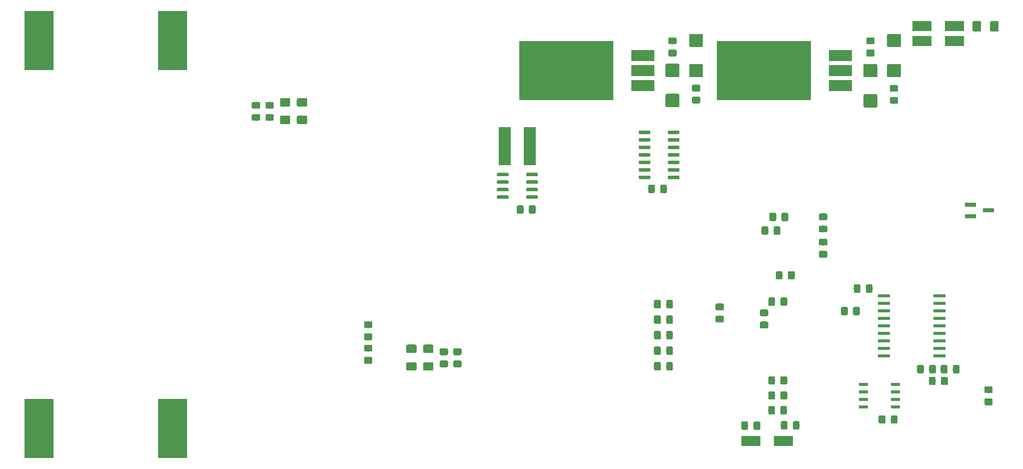
<source format=gbr>
G04 #@! TF.GenerationSoftware,KiCad,Pcbnew,5.1.4*
G04 #@! TF.CreationDate,2019-10-29T22:11:30-03:00*
G04 #@! TF.ProjectId,MCB19,4d434231-392e-46b6-9963-61645f706362,rev?*
G04 #@! TF.SameCoordinates,Original*
G04 #@! TF.FileFunction,Paste,Bot*
G04 #@! TF.FilePolarity,Positive*
%FSLAX46Y46*%
G04 Gerber Fmt 4.6, Leading zero omitted, Abs format (unit mm)*
G04 Created by KiCad (PCBNEW 5.1.4) date 2019-10-29 22:11:30*
%MOMM*%
%LPD*%
G04 APERTURE LIST*
%ADD10R,5.000000X10.000000*%
%ADD11C,0.100000*%
%ADD12C,1.150000*%
%ADD13C,1.425000*%
%ADD14C,0.600000*%
%ADD15R,2.000000X6.400000*%
%ADD16R,2.000000X0.600000*%
%ADD17C,2.250000*%
%ADD18R,3.300000X1.700000*%
%ADD19R,16.000000X10.000000*%
%ADD20R,4.000000X1.905000*%
%ADD21R,1.900000X0.800000*%
%ADD22R,1.550000X0.600000*%
G04 APERTURE END LIST*
D10*
X89410000Y-124000000D03*
X66810000Y-124000000D03*
X66810000Y-58410000D03*
X89410000Y-58410000D03*
D11*
G36*
X135779504Y-110481204D02*
G01*
X135803772Y-110484804D01*
X135827571Y-110490765D01*
X135850670Y-110499030D01*
X135872849Y-110509520D01*
X135893892Y-110522132D01*
X135913598Y-110536747D01*
X135931776Y-110553223D01*
X135948252Y-110571401D01*
X135962867Y-110591107D01*
X135975479Y-110612150D01*
X135985969Y-110634329D01*
X135994234Y-110657428D01*
X136000195Y-110681227D01*
X136003795Y-110705495D01*
X136004999Y-110729999D01*
X136004999Y-111380001D01*
X136003795Y-111404505D01*
X136000195Y-111428773D01*
X135994234Y-111452572D01*
X135985969Y-111475671D01*
X135975479Y-111497850D01*
X135962867Y-111518893D01*
X135948252Y-111538599D01*
X135931776Y-111556777D01*
X135913598Y-111573253D01*
X135893892Y-111587868D01*
X135872849Y-111600480D01*
X135850670Y-111610970D01*
X135827571Y-111619235D01*
X135803772Y-111625196D01*
X135779504Y-111628796D01*
X135755000Y-111630000D01*
X134854998Y-111630000D01*
X134830494Y-111628796D01*
X134806226Y-111625196D01*
X134782427Y-111619235D01*
X134759328Y-111610970D01*
X134737149Y-111600480D01*
X134716106Y-111587868D01*
X134696400Y-111573253D01*
X134678222Y-111556777D01*
X134661746Y-111538599D01*
X134647131Y-111518893D01*
X134634519Y-111497850D01*
X134624029Y-111475671D01*
X134615764Y-111452572D01*
X134609803Y-111428773D01*
X134606203Y-111404505D01*
X134604999Y-111380001D01*
X134604999Y-110729999D01*
X134606203Y-110705495D01*
X134609803Y-110681227D01*
X134615764Y-110657428D01*
X134624029Y-110634329D01*
X134634519Y-110612150D01*
X134647131Y-110591107D01*
X134661746Y-110571401D01*
X134678222Y-110553223D01*
X134696400Y-110536747D01*
X134716106Y-110522132D01*
X134737149Y-110509520D01*
X134759328Y-110499030D01*
X134782427Y-110490765D01*
X134806226Y-110484804D01*
X134830494Y-110481204D01*
X134854998Y-110480000D01*
X135755000Y-110480000D01*
X135779504Y-110481204D01*
X135779504Y-110481204D01*
G37*
D12*
X135304999Y-111055000D03*
D11*
G36*
X135779504Y-112531204D02*
G01*
X135803772Y-112534804D01*
X135827571Y-112540765D01*
X135850670Y-112549030D01*
X135872849Y-112559520D01*
X135893892Y-112572132D01*
X135913598Y-112586747D01*
X135931776Y-112603223D01*
X135948252Y-112621401D01*
X135962867Y-112641107D01*
X135975479Y-112662150D01*
X135985969Y-112684329D01*
X135994234Y-112707428D01*
X136000195Y-112731227D01*
X136003795Y-112755495D01*
X136004999Y-112779999D01*
X136004999Y-113430001D01*
X136003795Y-113454505D01*
X136000195Y-113478773D01*
X135994234Y-113502572D01*
X135985969Y-113525671D01*
X135975479Y-113547850D01*
X135962867Y-113568893D01*
X135948252Y-113588599D01*
X135931776Y-113606777D01*
X135913598Y-113623253D01*
X135893892Y-113637868D01*
X135872849Y-113650480D01*
X135850670Y-113660970D01*
X135827571Y-113669235D01*
X135803772Y-113675196D01*
X135779504Y-113678796D01*
X135755000Y-113680000D01*
X134854998Y-113680000D01*
X134830494Y-113678796D01*
X134806226Y-113675196D01*
X134782427Y-113669235D01*
X134759328Y-113660970D01*
X134737149Y-113650480D01*
X134716106Y-113637868D01*
X134696400Y-113623253D01*
X134678222Y-113606777D01*
X134661746Y-113588599D01*
X134647131Y-113568893D01*
X134634519Y-113547850D01*
X134624029Y-113525671D01*
X134615764Y-113502572D01*
X134609803Y-113478773D01*
X134606203Y-113454505D01*
X134604999Y-113430001D01*
X134604999Y-112779999D01*
X134606203Y-112755495D01*
X134609803Y-112731227D01*
X134615764Y-112707428D01*
X134624029Y-112684329D01*
X134634519Y-112662150D01*
X134647131Y-112641107D01*
X134661746Y-112621401D01*
X134678222Y-112603223D01*
X134696400Y-112586747D01*
X134716106Y-112572132D01*
X134737149Y-112559520D01*
X134759328Y-112549030D01*
X134782427Y-112540765D01*
X134806226Y-112534804D01*
X134830494Y-112531204D01*
X134854998Y-112530000D01*
X135755000Y-112530000D01*
X135779504Y-112531204D01*
X135779504Y-112531204D01*
G37*
D12*
X135304999Y-113105000D03*
D11*
G36*
X138074505Y-110481204D02*
G01*
X138098773Y-110484804D01*
X138122572Y-110490765D01*
X138145671Y-110499030D01*
X138167850Y-110509520D01*
X138188893Y-110522132D01*
X138208599Y-110536747D01*
X138226777Y-110553223D01*
X138243253Y-110571401D01*
X138257868Y-110591107D01*
X138270480Y-110612150D01*
X138280970Y-110634329D01*
X138289235Y-110657428D01*
X138295196Y-110681227D01*
X138298796Y-110705495D01*
X138300000Y-110729999D01*
X138300000Y-111380001D01*
X138298796Y-111404505D01*
X138295196Y-111428773D01*
X138289235Y-111452572D01*
X138280970Y-111475671D01*
X138270480Y-111497850D01*
X138257868Y-111518893D01*
X138243253Y-111538599D01*
X138226777Y-111556777D01*
X138208599Y-111573253D01*
X138188893Y-111587868D01*
X138167850Y-111600480D01*
X138145671Y-111610970D01*
X138122572Y-111619235D01*
X138098773Y-111625196D01*
X138074505Y-111628796D01*
X138050001Y-111630000D01*
X137149999Y-111630000D01*
X137125495Y-111628796D01*
X137101227Y-111625196D01*
X137077428Y-111619235D01*
X137054329Y-111610970D01*
X137032150Y-111600480D01*
X137011107Y-111587868D01*
X136991401Y-111573253D01*
X136973223Y-111556777D01*
X136956747Y-111538599D01*
X136942132Y-111518893D01*
X136929520Y-111497850D01*
X136919030Y-111475671D01*
X136910765Y-111452572D01*
X136904804Y-111428773D01*
X136901204Y-111404505D01*
X136900000Y-111380001D01*
X136900000Y-110729999D01*
X136901204Y-110705495D01*
X136904804Y-110681227D01*
X136910765Y-110657428D01*
X136919030Y-110634329D01*
X136929520Y-110612150D01*
X136942132Y-110591107D01*
X136956747Y-110571401D01*
X136973223Y-110553223D01*
X136991401Y-110536747D01*
X137011107Y-110522132D01*
X137032150Y-110509520D01*
X137054329Y-110499030D01*
X137077428Y-110490765D01*
X137101227Y-110484804D01*
X137125495Y-110481204D01*
X137149999Y-110480000D01*
X138050001Y-110480000D01*
X138074505Y-110481204D01*
X138074505Y-110481204D01*
G37*
D12*
X137600000Y-111055000D03*
D11*
G36*
X138074505Y-112531204D02*
G01*
X138098773Y-112534804D01*
X138122572Y-112540765D01*
X138145671Y-112549030D01*
X138167850Y-112559520D01*
X138188893Y-112572132D01*
X138208599Y-112586747D01*
X138226777Y-112603223D01*
X138243253Y-112621401D01*
X138257868Y-112641107D01*
X138270480Y-112662150D01*
X138280970Y-112684329D01*
X138289235Y-112707428D01*
X138295196Y-112731227D01*
X138298796Y-112755495D01*
X138300000Y-112779999D01*
X138300000Y-113430001D01*
X138298796Y-113454505D01*
X138295196Y-113478773D01*
X138289235Y-113502572D01*
X138280970Y-113525671D01*
X138270480Y-113547850D01*
X138257868Y-113568893D01*
X138243253Y-113588599D01*
X138226777Y-113606777D01*
X138208599Y-113623253D01*
X138188893Y-113637868D01*
X138167850Y-113650480D01*
X138145671Y-113660970D01*
X138122572Y-113669235D01*
X138098773Y-113675196D01*
X138074505Y-113678796D01*
X138050001Y-113680000D01*
X137149999Y-113680000D01*
X137125495Y-113678796D01*
X137101227Y-113675196D01*
X137077428Y-113669235D01*
X137054329Y-113660970D01*
X137032150Y-113650480D01*
X137011107Y-113637868D01*
X136991401Y-113623253D01*
X136973223Y-113606777D01*
X136956747Y-113588599D01*
X136942132Y-113568893D01*
X136929520Y-113547850D01*
X136919030Y-113525671D01*
X136910765Y-113502572D01*
X136904804Y-113478773D01*
X136901204Y-113454505D01*
X136900000Y-113430001D01*
X136900000Y-112779999D01*
X136901204Y-112755495D01*
X136904804Y-112731227D01*
X136910765Y-112707428D01*
X136919030Y-112684329D01*
X136929520Y-112662150D01*
X136942132Y-112641107D01*
X136956747Y-112621401D01*
X136973223Y-112603223D01*
X136991401Y-112586747D01*
X137011107Y-112572132D01*
X137032150Y-112559520D01*
X137054329Y-112549030D01*
X137077428Y-112540765D01*
X137101227Y-112534804D01*
X137125495Y-112531204D01*
X137149999Y-112530000D01*
X138050001Y-112530000D01*
X138074505Y-112531204D01*
X138074505Y-112531204D01*
G37*
D12*
X137600000Y-113105000D03*
D11*
G36*
X130449504Y-109851204D02*
G01*
X130473773Y-109854804D01*
X130497571Y-109860765D01*
X130520671Y-109869030D01*
X130542849Y-109879520D01*
X130563893Y-109892133D01*
X130583598Y-109906747D01*
X130601777Y-109923223D01*
X130618253Y-109941402D01*
X130632867Y-109961107D01*
X130645480Y-109982151D01*
X130655970Y-110004329D01*
X130664235Y-110027429D01*
X130670196Y-110051227D01*
X130673796Y-110075496D01*
X130675000Y-110100000D01*
X130675000Y-111025000D01*
X130673796Y-111049504D01*
X130670196Y-111073773D01*
X130664235Y-111097571D01*
X130655970Y-111120671D01*
X130645480Y-111142849D01*
X130632867Y-111163893D01*
X130618253Y-111183598D01*
X130601777Y-111201777D01*
X130583598Y-111218253D01*
X130563893Y-111232867D01*
X130542849Y-111245480D01*
X130520671Y-111255970D01*
X130497571Y-111264235D01*
X130473773Y-111270196D01*
X130449504Y-111273796D01*
X130425000Y-111275000D01*
X129175000Y-111275000D01*
X129150496Y-111273796D01*
X129126227Y-111270196D01*
X129102429Y-111264235D01*
X129079329Y-111255970D01*
X129057151Y-111245480D01*
X129036107Y-111232867D01*
X129016402Y-111218253D01*
X128998223Y-111201777D01*
X128981747Y-111183598D01*
X128967133Y-111163893D01*
X128954520Y-111142849D01*
X128944030Y-111120671D01*
X128935765Y-111097571D01*
X128929804Y-111073773D01*
X128926204Y-111049504D01*
X128925000Y-111025000D01*
X128925000Y-110100000D01*
X128926204Y-110075496D01*
X128929804Y-110051227D01*
X128935765Y-110027429D01*
X128944030Y-110004329D01*
X128954520Y-109982151D01*
X128967133Y-109961107D01*
X128981747Y-109941402D01*
X128998223Y-109923223D01*
X129016402Y-109906747D01*
X129036107Y-109892133D01*
X129057151Y-109879520D01*
X129079329Y-109869030D01*
X129102429Y-109860765D01*
X129126227Y-109854804D01*
X129150496Y-109851204D01*
X129175000Y-109850000D01*
X130425000Y-109850000D01*
X130449504Y-109851204D01*
X130449504Y-109851204D01*
G37*
D13*
X129800000Y-110562500D03*
D11*
G36*
X130449504Y-112826204D02*
G01*
X130473773Y-112829804D01*
X130497571Y-112835765D01*
X130520671Y-112844030D01*
X130542849Y-112854520D01*
X130563893Y-112867133D01*
X130583598Y-112881747D01*
X130601777Y-112898223D01*
X130618253Y-112916402D01*
X130632867Y-112936107D01*
X130645480Y-112957151D01*
X130655970Y-112979329D01*
X130664235Y-113002429D01*
X130670196Y-113026227D01*
X130673796Y-113050496D01*
X130675000Y-113075000D01*
X130675000Y-114000000D01*
X130673796Y-114024504D01*
X130670196Y-114048773D01*
X130664235Y-114072571D01*
X130655970Y-114095671D01*
X130645480Y-114117849D01*
X130632867Y-114138893D01*
X130618253Y-114158598D01*
X130601777Y-114176777D01*
X130583598Y-114193253D01*
X130563893Y-114207867D01*
X130542849Y-114220480D01*
X130520671Y-114230970D01*
X130497571Y-114239235D01*
X130473773Y-114245196D01*
X130449504Y-114248796D01*
X130425000Y-114250000D01*
X129175000Y-114250000D01*
X129150496Y-114248796D01*
X129126227Y-114245196D01*
X129102429Y-114239235D01*
X129079329Y-114230970D01*
X129057151Y-114220480D01*
X129036107Y-114207867D01*
X129016402Y-114193253D01*
X128998223Y-114176777D01*
X128981747Y-114158598D01*
X128967133Y-114138893D01*
X128954520Y-114117849D01*
X128944030Y-114095671D01*
X128935765Y-114072571D01*
X128929804Y-114048773D01*
X128926204Y-114024504D01*
X128925000Y-114000000D01*
X128925000Y-113075000D01*
X128926204Y-113050496D01*
X128929804Y-113026227D01*
X128935765Y-113002429D01*
X128944030Y-112979329D01*
X128954520Y-112957151D01*
X128967133Y-112936107D01*
X128981747Y-112916402D01*
X128998223Y-112898223D01*
X129016402Y-112881747D01*
X129036107Y-112867133D01*
X129057151Y-112854520D01*
X129079329Y-112844030D01*
X129102429Y-112835765D01*
X129126227Y-112829804D01*
X129150496Y-112826204D01*
X129175000Y-112825000D01*
X130425000Y-112825000D01*
X130449504Y-112826204D01*
X130449504Y-112826204D01*
G37*
D13*
X129800000Y-113537500D03*
D11*
G36*
X133319504Y-109851204D02*
G01*
X133343773Y-109854804D01*
X133367571Y-109860765D01*
X133390671Y-109869030D01*
X133412849Y-109879520D01*
X133433893Y-109892133D01*
X133453598Y-109906747D01*
X133471777Y-109923223D01*
X133488253Y-109941402D01*
X133502867Y-109961107D01*
X133515480Y-109982151D01*
X133525970Y-110004329D01*
X133534235Y-110027429D01*
X133540196Y-110051227D01*
X133543796Y-110075496D01*
X133545000Y-110100000D01*
X133545000Y-111025000D01*
X133543796Y-111049504D01*
X133540196Y-111073773D01*
X133534235Y-111097571D01*
X133525970Y-111120671D01*
X133515480Y-111142849D01*
X133502867Y-111163893D01*
X133488253Y-111183598D01*
X133471777Y-111201777D01*
X133453598Y-111218253D01*
X133433893Y-111232867D01*
X133412849Y-111245480D01*
X133390671Y-111255970D01*
X133367571Y-111264235D01*
X133343773Y-111270196D01*
X133319504Y-111273796D01*
X133295000Y-111275000D01*
X132045000Y-111275000D01*
X132020496Y-111273796D01*
X131996227Y-111270196D01*
X131972429Y-111264235D01*
X131949329Y-111255970D01*
X131927151Y-111245480D01*
X131906107Y-111232867D01*
X131886402Y-111218253D01*
X131868223Y-111201777D01*
X131851747Y-111183598D01*
X131837133Y-111163893D01*
X131824520Y-111142849D01*
X131814030Y-111120671D01*
X131805765Y-111097571D01*
X131799804Y-111073773D01*
X131796204Y-111049504D01*
X131795000Y-111025000D01*
X131795000Y-110100000D01*
X131796204Y-110075496D01*
X131799804Y-110051227D01*
X131805765Y-110027429D01*
X131814030Y-110004329D01*
X131824520Y-109982151D01*
X131837133Y-109961107D01*
X131851747Y-109941402D01*
X131868223Y-109923223D01*
X131886402Y-109906747D01*
X131906107Y-109892133D01*
X131927151Y-109879520D01*
X131949329Y-109869030D01*
X131972429Y-109860765D01*
X131996227Y-109854804D01*
X132020496Y-109851204D01*
X132045000Y-109850000D01*
X133295000Y-109850000D01*
X133319504Y-109851204D01*
X133319504Y-109851204D01*
G37*
D13*
X132670000Y-110562500D03*
D11*
G36*
X133319504Y-112826204D02*
G01*
X133343773Y-112829804D01*
X133367571Y-112835765D01*
X133390671Y-112844030D01*
X133412849Y-112854520D01*
X133433893Y-112867133D01*
X133453598Y-112881747D01*
X133471777Y-112898223D01*
X133488253Y-112916402D01*
X133502867Y-112936107D01*
X133515480Y-112957151D01*
X133525970Y-112979329D01*
X133534235Y-113002429D01*
X133540196Y-113026227D01*
X133543796Y-113050496D01*
X133545000Y-113075000D01*
X133545000Y-114000000D01*
X133543796Y-114024504D01*
X133540196Y-114048773D01*
X133534235Y-114072571D01*
X133525970Y-114095671D01*
X133515480Y-114117849D01*
X133502867Y-114138893D01*
X133488253Y-114158598D01*
X133471777Y-114176777D01*
X133453598Y-114193253D01*
X133433893Y-114207867D01*
X133412849Y-114220480D01*
X133390671Y-114230970D01*
X133367571Y-114239235D01*
X133343773Y-114245196D01*
X133319504Y-114248796D01*
X133295000Y-114250000D01*
X132045000Y-114250000D01*
X132020496Y-114248796D01*
X131996227Y-114245196D01*
X131972429Y-114239235D01*
X131949329Y-114230970D01*
X131927151Y-114220480D01*
X131906107Y-114207867D01*
X131886402Y-114193253D01*
X131868223Y-114176777D01*
X131851747Y-114158598D01*
X131837133Y-114138893D01*
X131824520Y-114117849D01*
X131814030Y-114095671D01*
X131805765Y-114072571D01*
X131799804Y-114048773D01*
X131796204Y-114024504D01*
X131795000Y-114000000D01*
X131795000Y-113075000D01*
X131796204Y-113050496D01*
X131799804Y-113026227D01*
X131805765Y-113002429D01*
X131814030Y-112979329D01*
X131824520Y-112957151D01*
X131837133Y-112936107D01*
X131851747Y-112916402D01*
X131868223Y-112898223D01*
X131886402Y-112881747D01*
X131906107Y-112867133D01*
X131927151Y-112854520D01*
X131949329Y-112844030D01*
X131972429Y-112835765D01*
X131996227Y-112829804D01*
X132020496Y-112826204D01*
X132045000Y-112825000D01*
X133295000Y-112825000D01*
X133319504Y-112826204D01*
X133319504Y-112826204D01*
G37*
D13*
X132670000Y-113537500D03*
D11*
G36*
X106279506Y-70841204D02*
G01*
X106303774Y-70844804D01*
X106327573Y-70850765D01*
X106350672Y-70859030D01*
X106372851Y-70869520D01*
X106393894Y-70882132D01*
X106413600Y-70896747D01*
X106431778Y-70913223D01*
X106448254Y-70931401D01*
X106462869Y-70951107D01*
X106475481Y-70972150D01*
X106485971Y-70994329D01*
X106494236Y-71017428D01*
X106500197Y-71041227D01*
X106503797Y-71065495D01*
X106505001Y-71089999D01*
X106505001Y-71740001D01*
X106503797Y-71764505D01*
X106500197Y-71788773D01*
X106494236Y-71812572D01*
X106485971Y-71835671D01*
X106475481Y-71857850D01*
X106462869Y-71878893D01*
X106448254Y-71898599D01*
X106431778Y-71916777D01*
X106413600Y-71933253D01*
X106393894Y-71947868D01*
X106372851Y-71960480D01*
X106350672Y-71970970D01*
X106327573Y-71979235D01*
X106303774Y-71985196D01*
X106279506Y-71988796D01*
X106255002Y-71990000D01*
X105355000Y-71990000D01*
X105330496Y-71988796D01*
X105306228Y-71985196D01*
X105282429Y-71979235D01*
X105259330Y-71970970D01*
X105237151Y-71960480D01*
X105216108Y-71947868D01*
X105196402Y-71933253D01*
X105178224Y-71916777D01*
X105161748Y-71898599D01*
X105147133Y-71878893D01*
X105134521Y-71857850D01*
X105124031Y-71835671D01*
X105115766Y-71812572D01*
X105109805Y-71788773D01*
X105106205Y-71764505D01*
X105105001Y-71740001D01*
X105105001Y-71089999D01*
X105106205Y-71065495D01*
X105109805Y-71041227D01*
X105115766Y-71017428D01*
X105124031Y-70994329D01*
X105134521Y-70972150D01*
X105147133Y-70951107D01*
X105161748Y-70931401D01*
X105178224Y-70913223D01*
X105196402Y-70896747D01*
X105216108Y-70882132D01*
X105237151Y-70869520D01*
X105259330Y-70859030D01*
X105282429Y-70850765D01*
X105306228Y-70844804D01*
X105330496Y-70841204D01*
X105355000Y-70840000D01*
X106255002Y-70840000D01*
X106279506Y-70841204D01*
X106279506Y-70841204D01*
G37*
D12*
X105805001Y-71415000D03*
D11*
G36*
X106279506Y-68791204D02*
G01*
X106303774Y-68794804D01*
X106327573Y-68800765D01*
X106350672Y-68809030D01*
X106372851Y-68819520D01*
X106393894Y-68832132D01*
X106413600Y-68846747D01*
X106431778Y-68863223D01*
X106448254Y-68881401D01*
X106462869Y-68901107D01*
X106475481Y-68922150D01*
X106485971Y-68944329D01*
X106494236Y-68967428D01*
X106500197Y-68991227D01*
X106503797Y-69015495D01*
X106505001Y-69039999D01*
X106505001Y-69690001D01*
X106503797Y-69714505D01*
X106500197Y-69738773D01*
X106494236Y-69762572D01*
X106485971Y-69785671D01*
X106475481Y-69807850D01*
X106462869Y-69828893D01*
X106448254Y-69848599D01*
X106431778Y-69866777D01*
X106413600Y-69883253D01*
X106393894Y-69897868D01*
X106372851Y-69910480D01*
X106350672Y-69920970D01*
X106327573Y-69929235D01*
X106303774Y-69935196D01*
X106279506Y-69938796D01*
X106255002Y-69940000D01*
X105355000Y-69940000D01*
X105330496Y-69938796D01*
X105306228Y-69935196D01*
X105282429Y-69929235D01*
X105259330Y-69920970D01*
X105237151Y-69910480D01*
X105216108Y-69897868D01*
X105196402Y-69883253D01*
X105178224Y-69866777D01*
X105161748Y-69848599D01*
X105147133Y-69828893D01*
X105134521Y-69807850D01*
X105124031Y-69785671D01*
X105115766Y-69762572D01*
X105109805Y-69738773D01*
X105106205Y-69714505D01*
X105105001Y-69690001D01*
X105105001Y-69039999D01*
X105106205Y-69015495D01*
X105109805Y-68991227D01*
X105115766Y-68967428D01*
X105124031Y-68944329D01*
X105134521Y-68922150D01*
X105147133Y-68901107D01*
X105161748Y-68881401D01*
X105178224Y-68863223D01*
X105196402Y-68846747D01*
X105216108Y-68832132D01*
X105237151Y-68819520D01*
X105259330Y-68809030D01*
X105282429Y-68800765D01*
X105306228Y-68794804D01*
X105330496Y-68791204D01*
X105355000Y-68790000D01*
X106255002Y-68790000D01*
X106279506Y-68791204D01*
X106279506Y-68791204D01*
G37*
D12*
X105805001Y-69365000D03*
D11*
G36*
X103984505Y-70841204D02*
G01*
X104008773Y-70844804D01*
X104032572Y-70850765D01*
X104055671Y-70859030D01*
X104077850Y-70869520D01*
X104098893Y-70882132D01*
X104118599Y-70896747D01*
X104136777Y-70913223D01*
X104153253Y-70931401D01*
X104167868Y-70951107D01*
X104180480Y-70972150D01*
X104190970Y-70994329D01*
X104199235Y-71017428D01*
X104205196Y-71041227D01*
X104208796Y-71065495D01*
X104210000Y-71089999D01*
X104210000Y-71740001D01*
X104208796Y-71764505D01*
X104205196Y-71788773D01*
X104199235Y-71812572D01*
X104190970Y-71835671D01*
X104180480Y-71857850D01*
X104167868Y-71878893D01*
X104153253Y-71898599D01*
X104136777Y-71916777D01*
X104118599Y-71933253D01*
X104098893Y-71947868D01*
X104077850Y-71960480D01*
X104055671Y-71970970D01*
X104032572Y-71979235D01*
X104008773Y-71985196D01*
X103984505Y-71988796D01*
X103960001Y-71990000D01*
X103059999Y-71990000D01*
X103035495Y-71988796D01*
X103011227Y-71985196D01*
X102987428Y-71979235D01*
X102964329Y-71970970D01*
X102942150Y-71960480D01*
X102921107Y-71947868D01*
X102901401Y-71933253D01*
X102883223Y-71916777D01*
X102866747Y-71898599D01*
X102852132Y-71878893D01*
X102839520Y-71857850D01*
X102829030Y-71835671D01*
X102820765Y-71812572D01*
X102814804Y-71788773D01*
X102811204Y-71764505D01*
X102810000Y-71740001D01*
X102810000Y-71089999D01*
X102811204Y-71065495D01*
X102814804Y-71041227D01*
X102820765Y-71017428D01*
X102829030Y-70994329D01*
X102839520Y-70972150D01*
X102852132Y-70951107D01*
X102866747Y-70931401D01*
X102883223Y-70913223D01*
X102901401Y-70896747D01*
X102921107Y-70882132D01*
X102942150Y-70869520D01*
X102964329Y-70859030D01*
X102987428Y-70850765D01*
X103011227Y-70844804D01*
X103035495Y-70841204D01*
X103059999Y-70840000D01*
X103960001Y-70840000D01*
X103984505Y-70841204D01*
X103984505Y-70841204D01*
G37*
D12*
X103510000Y-71415000D03*
D11*
G36*
X103984505Y-68791204D02*
G01*
X104008773Y-68794804D01*
X104032572Y-68800765D01*
X104055671Y-68809030D01*
X104077850Y-68819520D01*
X104098893Y-68832132D01*
X104118599Y-68846747D01*
X104136777Y-68863223D01*
X104153253Y-68881401D01*
X104167868Y-68901107D01*
X104180480Y-68922150D01*
X104190970Y-68944329D01*
X104199235Y-68967428D01*
X104205196Y-68991227D01*
X104208796Y-69015495D01*
X104210000Y-69039999D01*
X104210000Y-69690001D01*
X104208796Y-69714505D01*
X104205196Y-69738773D01*
X104199235Y-69762572D01*
X104190970Y-69785671D01*
X104180480Y-69807850D01*
X104167868Y-69828893D01*
X104153253Y-69848599D01*
X104136777Y-69866777D01*
X104118599Y-69883253D01*
X104098893Y-69897868D01*
X104077850Y-69910480D01*
X104055671Y-69920970D01*
X104032572Y-69929235D01*
X104008773Y-69935196D01*
X103984505Y-69938796D01*
X103960001Y-69940000D01*
X103059999Y-69940000D01*
X103035495Y-69938796D01*
X103011227Y-69935196D01*
X102987428Y-69929235D01*
X102964329Y-69920970D01*
X102942150Y-69910480D01*
X102921107Y-69897868D01*
X102901401Y-69883253D01*
X102883223Y-69866777D01*
X102866747Y-69848599D01*
X102852132Y-69828893D01*
X102839520Y-69807850D01*
X102829030Y-69785671D01*
X102820765Y-69762572D01*
X102814804Y-69738773D01*
X102811204Y-69714505D01*
X102810000Y-69690001D01*
X102810000Y-69039999D01*
X102811204Y-69015495D01*
X102814804Y-68991227D01*
X102820765Y-68967428D01*
X102829030Y-68944329D01*
X102839520Y-68922150D01*
X102852132Y-68901107D01*
X102866747Y-68881401D01*
X102883223Y-68863223D01*
X102901401Y-68846747D01*
X102921107Y-68832132D01*
X102942150Y-68819520D01*
X102964329Y-68809030D01*
X102987428Y-68800765D01*
X103011227Y-68794804D01*
X103035495Y-68791204D01*
X103059999Y-68790000D01*
X103960001Y-68790000D01*
X103984505Y-68791204D01*
X103984505Y-68791204D01*
G37*
D12*
X103510000Y-69365000D03*
D11*
G36*
X109089504Y-71116204D02*
G01*
X109113773Y-71119804D01*
X109137571Y-71125765D01*
X109160671Y-71134030D01*
X109182849Y-71144520D01*
X109203893Y-71157133D01*
X109223598Y-71171747D01*
X109241777Y-71188223D01*
X109258253Y-71206402D01*
X109272867Y-71226107D01*
X109285480Y-71247151D01*
X109295970Y-71269329D01*
X109304235Y-71292429D01*
X109310196Y-71316227D01*
X109313796Y-71340496D01*
X109315000Y-71365000D01*
X109315000Y-72290000D01*
X109313796Y-72314504D01*
X109310196Y-72338773D01*
X109304235Y-72362571D01*
X109295970Y-72385671D01*
X109285480Y-72407849D01*
X109272867Y-72428893D01*
X109258253Y-72448598D01*
X109241777Y-72466777D01*
X109223598Y-72483253D01*
X109203893Y-72497867D01*
X109182849Y-72510480D01*
X109160671Y-72520970D01*
X109137571Y-72529235D01*
X109113773Y-72535196D01*
X109089504Y-72538796D01*
X109065000Y-72540000D01*
X107815000Y-72540000D01*
X107790496Y-72538796D01*
X107766227Y-72535196D01*
X107742429Y-72529235D01*
X107719329Y-72520970D01*
X107697151Y-72510480D01*
X107676107Y-72497867D01*
X107656402Y-72483253D01*
X107638223Y-72466777D01*
X107621747Y-72448598D01*
X107607133Y-72428893D01*
X107594520Y-72407849D01*
X107584030Y-72385671D01*
X107575765Y-72362571D01*
X107569804Y-72338773D01*
X107566204Y-72314504D01*
X107565000Y-72290000D01*
X107565000Y-71365000D01*
X107566204Y-71340496D01*
X107569804Y-71316227D01*
X107575765Y-71292429D01*
X107584030Y-71269329D01*
X107594520Y-71247151D01*
X107607133Y-71226107D01*
X107621747Y-71206402D01*
X107638223Y-71188223D01*
X107656402Y-71171747D01*
X107676107Y-71157133D01*
X107697151Y-71144520D01*
X107719329Y-71134030D01*
X107742429Y-71125765D01*
X107766227Y-71119804D01*
X107790496Y-71116204D01*
X107815000Y-71115000D01*
X109065000Y-71115000D01*
X109089504Y-71116204D01*
X109089504Y-71116204D01*
G37*
D13*
X108440000Y-71827500D03*
D11*
G36*
X109089504Y-68141204D02*
G01*
X109113773Y-68144804D01*
X109137571Y-68150765D01*
X109160671Y-68159030D01*
X109182849Y-68169520D01*
X109203893Y-68182133D01*
X109223598Y-68196747D01*
X109241777Y-68213223D01*
X109258253Y-68231402D01*
X109272867Y-68251107D01*
X109285480Y-68272151D01*
X109295970Y-68294329D01*
X109304235Y-68317429D01*
X109310196Y-68341227D01*
X109313796Y-68365496D01*
X109315000Y-68390000D01*
X109315000Y-69315000D01*
X109313796Y-69339504D01*
X109310196Y-69363773D01*
X109304235Y-69387571D01*
X109295970Y-69410671D01*
X109285480Y-69432849D01*
X109272867Y-69453893D01*
X109258253Y-69473598D01*
X109241777Y-69491777D01*
X109223598Y-69508253D01*
X109203893Y-69522867D01*
X109182849Y-69535480D01*
X109160671Y-69545970D01*
X109137571Y-69554235D01*
X109113773Y-69560196D01*
X109089504Y-69563796D01*
X109065000Y-69565000D01*
X107815000Y-69565000D01*
X107790496Y-69563796D01*
X107766227Y-69560196D01*
X107742429Y-69554235D01*
X107719329Y-69545970D01*
X107697151Y-69535480D01*
X107676107Y-69522867D01*
X107656402Y-69508253D01*
X107638223Y-69491777D01*
X107621747Y-69473598D01*
X107607133Y-69453893D01*
X107594520Y-69432849D01*
X107584030Y-69410671D01*
X107575765Y-69387571D01*
X107569804Y-69363773D01*
X107566204Y-69339504D01*
X107565000Y-69315000D01*
X107565000Y-68390000D01*
X107566204Y-68365496D01*
X107569804Y-68341227D01*
X107575765Y-68317429D01*
X107584030Y-68294329D01*
X107594520Y-68272151D01*
X107607133Y-68251107D01*
X107621747Y-68231402D01*
X107638223Y-68213223D01*
X107656402Y-68196747D01*
X107676107Y-68182133D01*
X107697151Y-68169520D01*
X107719329Y-68159030D01*
X107742429Y-68150765D01*
X107766227Y-68144804D01*
X107790496Y-68141204D01*
X107815000Y-68140000D01*
X109065000Y-68140000D01*
X109089504Y-68141204D01*
X109089504Y-68141204D01*
G37*
D13*
X108440000Y-68852500D03*
D11*
G36*
X111959504Y-71116204D02*
G01*
X111983773Y-71119804D01*
X112007571Y-71125765D01*
X112030671Y-71134030D01*
X112052849Y-71144520D01*
X112073893Y-71157133D01*
X112093598Y-71171747D01*
X112111777Y-71188223D01*
X112128253Y-71206402D01*
X112142867Y-71226107D01*
X112155480Y-71247151D01*
X112165970Y-71269329D01*
X112174235Y-71292429D01*
X112180196Y-71316227D01*
X112183796Y-71340496D01*
X112185000Y-71365000D01*
X112185000Y-72290000D01*
X112183796Y-72314504D01*
X112180196Y-72338773D01*
X112174235Y-72362571D01*
X112165970Y-72385671D01*
X112155480Y-72407849D01*
X112142867Y-72428893D01*
X112128253Y-72448598D01*
X112111777Y-72466777D01*
X112093598Y-72483253D01*
X112073893Y-72497867D01*
X112052849Y-72510480D01*
X112030671Y-72520970D01*
X112007571Y-72529235D01*
X111983773Y-72535196D01*
X111959504Y-72538796D01*
X111935000Y-72540000D01*
X110685000Y-72540000D01*
X110660496Y-72538796D01*
X110636227Y-72535196D01*
X110612429Y-72529235D01*
X110589329Y-72520970D01*
X110567151Y-72510480D01*
X110546107Y-72497867D01*
X110526402Y-72483253D01*
X110508223Y-72466777D01*
X110491747Y-72448598D01*
X110477133Y-72428893D01*
X110464520Y-72407849D01*
X110454030Y-72385671D01*
X110445765Y-72362571D01*
X110439804Y-72338773D01*
X110436204Y-72314504D01*
X110435000Y-72290000D01*
X110435000Y-71365000D01*
X110436204Y-71340496D01*
X110439804Y-71316227D01*
X110445765Y-71292429D01*
X110454030Y-71269329D01*
X110464520Y-71247151D01*
X110477133Y-71226107D01*
X110491747Y-71206402D01*
X110508223Y-71188223D01*
X110526402Y-71171747D01*
X110546107Y-71157133D01*
X110567151Y-71144520D01*
X110589329Y-71134030D01*
X110612429Y-71125765D01*
X110636227Y-71119804D01*
X110660496Y-71116204D01*
X110685000Y-71115000D01*
X111935000Y-71115000D01*
X111959504Y-71116204D01*
X111959504Y-71116204D01*
G37*
D13*
X111310000Y-71827500D03*
D11*
G36*
X111959504Y-68141204D02*
G01*
X111983773Y-68144804D01*
X112007571Y-68150765D01*
X112030671Y-68159030D01*
X112052849Y-68169520D01*
X112073893Y-68182133D01*
X112093598Y-68196747D01*
X112111777Y-68213223D01*
X112128253Y-68231402D01*
X112142867Y-68251107D01*
X112155480Y-68272151D01*
X112165970Y-68294329D01*
X112174235Y-68317429D01*
X112180196Y-68341227D01*
X112183796Y-68365496D01*
X112185000Y-68390000D01*
X112185000Y-69315000D01*
X112183796Y-69339504D01*
X112180196Y-69363773D01*
X112174235Y-69387571D01*
X112165970Y-69410671D01*
X112155480Y-69432849D01*
X112142867Y-69453893D01*
X112128253Y-69473598D01*
X112111777Y-69491777D01*
X112093598Y-69508253D01*
X112073893Y-69522867D01*
X112052849Y-69535480D01*
X112030671Y-69545970D01*
X112007571Y-69554235D01*
X111983773Y-69560196D01*
X111959504Y-69563796D01*
X111935000Y-69565000D01*
X110685000Y-69565000D01*
X110660496Y-69563796D01*
X110636227Y-69560196D01*
X110612429Y-69554235D01*
X110589329Y-69545970D01*
X110567151Y-69535480D01*
X110546107Y-69522867D01*
X110526402Y-69508253D01*
X110508223Y-69491777D01*
X110491747Y-69473598D01*
X110477133Y-69453893D01*
X110464520Y-69432849D01*
X110454030Y-69410671D01*
X110445765Y-69387571D01*
X110439804Y-69363773D01*
X110436204Y-69339504D01*
X110435000Y-69315000D01*
X110435000Y-68390000D01*
X110436204Y-68365496D01*
X110439804Y-68341227D01*
X110445765Y-68317429D01*
X110454030Y-68294329D01*
X110464520Y-68272151D01*
X110477133Y-68251107D01*
X110491747Y-68231402D01*
X110508223Y-68213223D01*
X110526402Y-68196747D01*
X110546107Y-68182133D01*
X110567151Y-68169520D01*
X110589329Y-68159030D01*
X110612429Y-68150765D01*
X110636227Y-68144804D01*
X110660496Y-68141204D01*
X110685000Y-68140000D01*
X111935000Y-68140000D01*
X111959504Y-68141204D01*
X111959504Y-68141204D01*
G37*
D13*
X111310000Y-68852500D03*
D11*
G36*
X146114703Y-80795722D02*
G01*
X146129264Y-80797882D01*
X146143543Y-80801459D01*
X146157403Y-80806418D01*
X146170710Y-80812712D01*
X146183336Y-80820280D01*
X146195159Y-80829048D01*
X146206066Y-80838934D01*
X146215952Y-80849841D01*
X146224720Y-80861664D01*
X146232288Y-80874290D01*
X146238582Y-80887597D01*
X146243541Y-80901457D01*
X146247118Y-80915736D01*
X146249278Y-80930297D01*
X146250000Y-80945000D01*
X146250000Y-81245000D01*
X146249278Y-81259703D01*
X146247118Y-81274264D01*
X146243541Y-81288543D01*
X146238582Y-81302403D01*
X146232288Y-81315710D01*
X146224720Y-81328336D01*
X146215952Y-81340159D01*
X146206066Y-81351066D01*
X146195159Y-81360952D01*
X146183336Y-81369720D01*
X146170710Y-81377288D01*
X146157403Y-81383582D01*
X146143543Y-81388541D01*
X146129264Y-81392118D01*
X146114703Y-81394278D01*
X146100000Y-81395000D01*
X144450000Y-81395000D01*
X144435297Y-81394278D01*
X144420736Y-81392118D01*
X144406457Y-81388541D01*
X144392597Y-81383582D01*
X144379290Y-81377288D01*
X144366664Y-81369720D01*
X144354841Y-81360952D01*
X144343934Y-81351066D01*
X144334048Y-81340159D01*
X144325280Y-81328336D01*
X144317712Y-81315710D01*
X144311418Y-81302403D01*
X144306459Y-81288543D01*
X144302882Y-81274264D01*
X144300722Y-81259703D01*
X144300000Y-81245000D01*
X144300000Y-80945000D01*
X144300722Y-80930297D01*
X144302882Y-80915736D01*
X144306459Y-80901457D01*
X144311418Y-80887597D01*
X144317712Y-80874290D01*
X144325280Y-80861664D01*
X144334048Y-80849841D01*
X144343934Y-80838934D01*
X144354841Y-80829048D01*
X144366664Y-80820280D01*
X144379290Y-80812712D01*
X144392597Y-80806418D01*
X144406457Y-80801459D01*
X144420736Y-80797882D01*
X144435297Y-80795722D01*
X144450000Y-80795000D01*
X146100000Y-80795000D01*
X146114703Y-80795722D01*
X146114703Y-80795722D01*
G37*
D14*
X145275000Y-81095000D03*
D11*
G36*
X146114703Y-82065722D02*
G01*
X146129264Y-82067882D01*
X146143543Y-82071459D01*
X146157403Y-82076418D01*
X146170710Y-82082712D01*
X146183336Y-82090280D01*
X146195159Y-82099048D01*
X146206066Y-82108934D01*
X146215952Y-82119841D01*
X146224720Y-82131664D01*
X146232288Y-82144290D01*
X146238582Y-82157597D01*
X146243541Y-82171457D01*
X146247118Y-82185736D01*
X146249278Y-82200297D01*
X146250000Y-82215000D01*
X146250000Y-82515000D01*
X146249278Y-82529703D01*
X146247118Y-82544264D01*
X146243541Y-82558543D01*
X146238582Y-82572403D01*
X146232288Y-82585710D01*
X146224720Y-82598336D01*
X146215952Y-82610159D01*
X146206066Y-82621066D01*
X146195159Y-82630952D01*
X146183336Y-82639720D01*
X146170710Y-82647288D01*
X146157403Y-82653582D01*
X146143543Y-82658541D01*
X146129264Y-82662118D01*
X146114703Y-82664278D01*
X146100000Y-82665000D01*
X144450000Y-82665000D01*
X144435297Y-82664278D01*
X144420736Y-82662118D01*
X144406457Y-82658541D01*
X144392597Y-82653582D01*
X144379290Y-82647288D01*
X144366664Y-82639720D01*
X144354841Y-82630952D01*
X144343934Y-82621066D01*
X144334048Y-82610159D01*
X144325280Y-82598336D01*
X144317712Y-82585710D01*
X144311418Y-82572403D01*
X144306459Y-82558543D01*
X144302882Y-82544264D01*
X144300722Y-82529703D01*
X144300000Y-82515000D01*
X144300000Y-82215000D01*
X144300722Y-82200297D01*
X144302882Y-82185736D01*
X144306459Y-82171457D01*
X144311418Y-82157597D01*
X144317712Y-82144290D01*
X144325280Y-82131664D01*
X144334048Y-82119841D01*
X144343934Y-82108934D01*
X144354841Y-82099048D01*
X144366664Y-82090280D01*
X144379290Y-82082712D01*
X144392597Y-82076418D01*
X144406457Y-82071459D01*
X144420736Y-82067882D01*
X144435297Y-82065722D01*
X144450000Y-82065000D01*
X146100000Y-82065000D01*
X146114703Y-82065722D01*
X146114703Y-82065722D01*
G37*
D14*
X145275000Y-82365000D03*
D11*
G36*
X146114703Y-83335722D02*
G01*
X146129264Y-83337882D01*
X146143543Y-83341459D01*
X146157403Y-83346418D01*
X146170710Y-83352712D01*
X146183336Y-83360280D01*
X146195159Y-83369048D01*
X146206066Y-83378934D01*
X146215952Y-83389841D01*
X146224720Y-83401664D01*
X146232288Y-83414290D01*
X146238582Y-83427597D01*
X146243541Y-83441457D01*
X146247118Y-83455736D01*
X146249278Y-83470297D01*
X146250000Y-83485000D01*
X146250000Y-83785000D01*
X146249278Y-83799703D01*
X146247118Y-83814264D01*
X146243541Y-83828543D01*
X146238582Y-83842403D01*
X146232288Y-83855710D01*
X146224720Y-83868336D01*
X146215952Y-83880159D01*
X146206066Y-83891066D01*
X146195159Y-83900952D01*
X146183336Y-83909720D01*
X146170710Y-83917288D01*
X146157403Y-83923582D01*
X146143543Y-83928541D01*
X146129264Y-83932118D01*
X146114703Y-83934278D01*
X146100000Y-83935000D01*
X144450000Y-83935000D01*
X144435297Y-83934278D01*
X144420736Y-83932118D01*
X144406457Y-83928541D01*
X144392597Y-83923582D01*
X144379290Y-83917288D01*
X144366664Y-83909720D01*
X144354841Y-83900952D01*
X144343934Y-83891066D01*
X144334048Y-83880159D01*
X144325280Y-83868336D01*
X144317712Y-83855710D01*
X144311418Y-83842403D01*
X144306459Y-83828543D01*
X144302882Y-83814264D01*
X144300722Y-83799703D01*
X144300000Y-83785000D01*
X144300000Y-83485000D01*
X144300722Y-83470297D01*
X144302882Y-83455736D01*
X144306459Y-83441457D01*
X144311418Y-83427597D01*
X144317712Y-83414290D01*
X144325280Y-83401664D01*
X144334048Y-83389841D01*
X144343934Y-83378934D01*
X144354841Y-83369048D01*
X144366664Y-83360280D01*
X144379290Y-83352712D01*
X144392597Y-83346418D01*
X144406457Y-83341459D01*
X144420736Y-83337882D01*
X144435297Y-83335722D01*
X144450000Y-83335000D01*
X146100000Y-83335000D01*
X146114703Y-83335722D01*
X146114703Y-83335722D01*
G37*
D14*
X145275000Y-83635000D03*
D11*
G36*
X146114703Y-84605722D02*
G01*
X146129264Y-84607882D01*
X146143543Y-84611459D01*
X146157403Y-84616418D01*
X146170710Y-84622712D01*
X146183336Y-84630280D01*
X146195159Y-84639048D01*
X146206066Y-84648934D01*
X146215952Y-84659841D01*
X146224720Y-84671664D01*
X146232288Y-84684290D01*
X146238582Y-84697597D01*
X146243541Y-84711457D01*
X146247118Y-84725736D01*
X146249278Y-84740297D01*
X146250000Y-84755000D01*
X146250000Y-85055000D01*
X146249278Y-85069703D01*
X146247118Y-85084264D01*
X146243541Y-85098543D01*
X146238582Y-85112403D01*
X146232288Y-85125710D01*
X146224720Y-85138336D01*
X146215952Y-85150159D01*
X146206066Y-85161066D01*
X146195159Y-85170952D01*
X146183336Y-85179720D01*
X146170710Y-85187288D01*
X146157403Y-85193582D01*
X146143543Y-85198541D01*
X146129264Y-85202118D01*
X146114703Y-85204278D01*
X146100000Y-85205000D01*
X144450000Y-85205000D01*
X144435297Y-85204278D01*
X144420736Y-85202118D01*
X144406457Y-85198541D01*
X144392597Y-85193582D01*
X144379290Y-85187288D01*
X144366664Y-85179720D01*
X144354841Y-85170952D01*
X144343934Y-85161066D01*
X144334048Y-85150159D01*
X144325280Y-85138336D01*
X144317712Y-85125710D01*
X144311418Y-85112403D01*
X144306459Y-85098543D01*
X144302882Y-85084264D01*
X144300722Y-85069703D01*
X144300000Y-85055000D01*
X144300000Y-84755000D01*
X144300722Y-84740297D01*
X144302882Y-84725736D01*
X144306459Y-84711457D01*
X144311418Y-84697597D01*
X144317712Y-84684290D01*
X144325280Y-84671664D01*
X144334048Y-84659841D01*
X144343934Y-84648934D01*
X144354841Y-84639048D01*
X144366664Y-84630280D01*
X144379290Y-84622712D01*
X144392597Y-84616418D01*
X144406457Y-84611459D01*
X144420736Y-84607882D01*
X144435297Y-84605722D01*
X144450000Y-84605000D01*
X146100000Y-84605000D01*
X146114703Y-84605722D01*
X146114703Y-84605722D01*
G37*
D14*
X145275000Y-84905000D03*
D11*
G36*
X151064703Y-84605722D02*
G01*
X151079264Y-84607882D01*
X151093543Y-84611459D01*
X151107403Y-84616418D01*
X151120710Y-84622712D01*
X151133336Y-84630280D01*
X151145159Y-84639048D01*
X151156066Y-84648934D01*
X151165952Y-84659841D01*
X151174720Y-84671664D01*
X151182288Y-84684290D01*
X151188582Y-84697597D01*
X151193541Y-84711457D01*
X151197118Y-84725736D01*
X151199278Y-84740297D01*
X151200000Y-84755000D01*
X151200000Y-85055000D01*
X151199278Y-85069703D01*
X151197118Y-85084264D01*
X151193541Y-85098543D01*
X151188582Y-85112403D01*
X151182288Y-85125710D01*
X151174720Y-85138336D01*
X151165952Y-85150159D01*
X151156066Y-85161066D01*
X151145159Y-85170952D01*
X151133336Y-85179720D01*
X151120710Y-85187288D01*
X151107403Y-85193582D01*
X151093543Y-85198541D01*
X151079264Y-85202118D01*
X151064703Y-85204278D01*
X151050000Y-85205000D01*
X149400000Y-85205000D01*
X149385297Y-85204278D01*
X149370736Y-85202118D01*
X149356457Y-85198541D01*
X149342597Y-85193582D01*
X149329290Y-85187288D01*
X149316664Y-85179720D01*
X149304841Y-85170952D01*
X149293934Y-85161066D01*
X149284048Y-85150159D01*
X149275280Y-85138336D01*
X149267712Y-85125710D01*
X149261418Y-85112403D01*
X149256459Y-85098543D01*
X149252882Y-85084264D01*
X149250722Y-85069703D01*
X149250000Y-85055000D01*
X149250000Y-84755000D01*
X149250722Y-84740297D01*
X149252882Y-84725736D01*
X149256459Y-84711457D01*
X149261418Y-84697597D01*
X149267712Y-84684290D01*
X149275280Y-84671664D01*
X149284048Y-84659841D01*
X149293934Y-84648934D01*
X149304841Y-84639048D01*
X149316664Y-84630280D01*
X149329290Y-84622712D01*
X149342597Y-84616418D01*
X149356457Y-84611459D01*
X149370736Y-84607882D01*
X149385297Y-84605722D01*
X149400000Y-84605000D01*
X151050000Y-84605000D01*
X151064703Y-84605722D01*
X151064703Y-84605722D01*
G37*
D14*
X150225000Y-84905000D03*
D11*
G36*
X151064703Y-83335722D02*
G01*
X151079264Y-83337882D01*
X151093543Y-83341459D01*
X151107403Y-83346418D01*
X151120710Y-83352712D01*
X151133336Y-83360280D01*
X151145159Y-83369048D01*
X151156066Y-83378934D01*
X151165952Y-83389841D01*
X151174720Y-83401664D01*
X151182288Y-83414290D01*
X151188582Y-83427597D01*
X151193541Y-83441457D01*
X151197118Y-83455736D01*
X151199278Y-83470297D01*
X151200000Y-83485000D01*
X151200000Y-83785000D01*
X151199278Y-83799703D01*
X151197118Y-83814264D01*
X151193541Y-83828543D01*
X151188582Y-83842403D01*
X151182288Y-83855710D01*
X151174720Y-83868336D01*
X151165952Y-83880159D01*
X151156066Y-83891066D01*
X151145159Y-83900952D01*
X151133336Y-83909720D01*
X151120710Y-83917288D01*
X151107403Y-83923582D01*
X151093543Y-83928541D01*
X151079264Y-83932118D01*
X151064703Y-83934278D01*
X151050000Y-83935000D01*
X149400000Y-83935000D01*
X149385297Y-83934278D01*
X149370736Y-83932118D01*
X149356457Y-83928541D01*
X149342597Y-83923582D01*
X149329290Y-83917288D01*
X149316664Y-83909720D01*
X149304841Y-83900952D01*
X149293934Y-83891066D01*
X149284048Y-83880159D01*
X149275280Y-83868336D01*
X149267712Y-83855710D01*
X149261418Y-83842403D01*
X149256459Y-83828543D01*
X149252882Y-83814264D01*
X149250722Y-83799703D01*
X149250000Y-83785000D01*
X149250000Y-83485000D01*
X149250722Y-83470297D01*
X149252882Y-83455736D01*
X149256459Y-83441457D01*
X149261418Y-83427597D01*
X149267712Y-83414290D01*
X149275280Y-83401664D01*
X149284048Y-83389841D01*
X149293934Y-83378934D01*
X149304841Y-83369048D01*
X149316664Y-83360280D01*
X149329290Y-83352712D01*
X149342597Y-83346418D01*
X149356457Y-83341459D01*
X149370736Y-83337882D01*
X149385297Y-83335722D01*
X149400000Y-83335000D01*
X151050000Y-83335000D01*
X151064703Y-83335722D01*
X151064703Y-83335722D01*
G37*
D14*
X150225000Y-83635000D03*
D11*
G36*
X151064703Y-82065722D02*
G01*
X151079264Y-82067882D01*
X151093543Y-82071459D01*
X151107403Y-82076418D01*
X151120710Y-82082712D01*
X151133336Y-82090280D01*
X151145159Y-82099048D01*
X151156066Y-82108934D01*
X151165952Y-82119841D01*
X151174720Y-82131664D01*
X151182288Y-82144290D01*
X151188582Y-82157597D01*
X151193541Y-82171457D01*
X151197118Y-82185736D01*
X151199278Y-82200297D01*
X151200000Y-82215000D01*
X151200000Y-82515000D01*
X151199278Y-82529703D01*
X151197118Y-82544264D01*
X151193541Y-82558543D01*
X151188582Y-82572403D01*
X151182288Y-82585710D01*
X151174720Y-82598336D01*
X151165952Y-82610159D01*
X151156066Y-82621066D01*
X151145159Y-82630952D01*
X151133336Y-82639720D01*
X151120710Y-82647288D01*
X151107403Y-82653582D01*
X151093543Y-82658541D01*
X151079264Y-82662118D01*
X151064703Y-82664278D01*
X151050000Y-82665000D01*
X149400000Y-82665000D01*
X149385297Y-82664278D01*
X149370736Y-82662118D01*
X149356457Y-82658541D01*
X149342597Y-82653582D01*
X149329290Y-82647288D01*
X149316664Y-82639720D01*
X149304841Y-82630952D01*
X149293934Y-82621066D01*
X149284048Y-82610159D01*
X149275280Y-82598336D01*
X149267712Y-82585710D01*
X149261418Y-82572403D01*
X149256459Y-82558543D01*
X149252882Y-82544264D01*
X149250722Y-82529703D01*
X149250000Y-82515000D01*
X149250000Y-82215000D01*
X149250722Y-82200297D01*
X149252882Y-82185736D01*
X149256459Y-82171457D01*
X149261418Y-82157597D01*
X149267712Y-82144290D01*
X149275280Y-82131664D01*
X149284048Y-82119841D01*
X149293934Y-82108934D01*
X149304841Y-82099048D01*
X149316664Y-82090280D01*
X149329290Y-82082712D01*
X149342597Y-82076418D01*
X149356457Y-82071459D01*
X149370736Y-82067882D01*
X149385297Y-82065722D01*
X149400000Y-82065000D01*
X151050000Y-82065000D01*
X151064703Y-82065722D01*
X151064703Y-82065722D01*
G37*
D14*
X150225000Y-82365000D03*
D11*
G36*
X151064703Y-80795722D02*
G01*
X151079264Y-80797882D01*
X151093543Y-80801459D01*
X151107403Y-80806418D01*
X151120710Y-80812712D01*
X151133336Y-80820280D01*
X151145159Y-80829048D01*
X151156066Y-80838934D01*
X151165952Y-80849841D01*
X151174720Y-80861664D01*
X151182288Y-80874290D01*
X151188582Y-80887597D01*
X151193541Y-80901457D01*
X151197118Y-80915736D01*
X151199278Y-80930297D01*
X151200000Y-80945000D01*
X151200000Y-81245000D01*
X151199278Y-81259703D01*
X151197118Y-81274264D01*
X151193541Y-81288543D01*
X151188582Y-81302403D01*
X151182288Y-81315710D01*
X151174720Y-81328336D01*
X151165952Y-81340159D01*
X151156066Y-81351066D01*
X151145159Y-81360952D01*
X151133336Y-81369720D01*
X151120710Y-81377288D01*
X151107403Y-81383582D01*
X151093543Y-81388541D01*
X151079264Y-81392118D01*
X151064703Y-81394278D01*
X151050000Y-81395000D01*
X149400000Y-81395000D01*
X149385297Y-81394278D01*
X149370736Y-81392118D01*
X149356457Y-81388541D01*
X149342597Y-81383582D01*
X149329290Y-81377288D01*
X149316664Y-81369720D01*
X149304841Y-81360952D01*
X149293934Y-81351066D01*
X149284048Y-81340159D01*
X149275280Y-81328336D01*
X149267712Y-81315710D01*
X149261418Y-81302403D01*
X149256459Y-81288543D01*
X149252882Y-81274264D01*
X149250722Y-81259703D01*
X149250000Y-81245000D01*
X149250000Y-80945000D01*
X149250722Y-80930297D01*
X149252882Y-80915736D01*
X149256459Y-80901457D01*
X149261418Y-80887597D01*
X149267712Y-80874290D01*
X149275280Y-80861664D01*
X149284048Y-80849841D01*
X149293934Y-80838934D01*
X149304841Y-80829048D01*
X149316664Y-80820280D01*
X149329290Y-80812712D01*
X149342597Y-80806418D01*
X149356457Y-80801459D01*
X149370736Y-80797882D01*
X149385297Y-80795722D01*
X149400000Y-80795000D01*
X151050000Y-80795000D01*
X151064703Y-80795722D01*
X151064703Y-80795722D01*
G37*
D14*
X150225000Y-81095000D03*
D15*
X149850000Y-76250000D03*
X145650000Y-76250000D03*
D16*
X209829000Y-111796000D03*
X209829000Y-110526000D03*
X209829000Y-109256000D03*
X209829000Y-107986000D03*
X209829000Y-106716000D03*
X209829000Y-105446000D03*
X209829000Y-104176000D03*
X209829000Y-102906000D03*
X209829000Y-101636000D03*
X219229000Y-101636000D03*
X219229000Y-102906000D03*
X219229000Y-104176000D03*
X219229000Y-105446000D03*
X219229000Y-106716000D03*
X219229000Y-107986000D03*
X219229000Y-109256000D03*
X219229000Y-110526000D03*
X219229000Y-111796000D03*
D11*
G36*
X173849505Y-107551204D02*
G01*
X173873773Y-107554804D01*
X173897572Y-107560765D01*
X173920671Y-107569030D01*
X173942850Y-107579520D01*
X173963893Y-107592132D01*
X173983599Y-107606747D01*
X174001777Y-107623223D01*
X174018253Y-107641401D01*
X174032868Y-107661107D01*
X174045480Y-107682150D01*
X174055970Y-107704329D01*
X174064235Y-107727428D01*
X174070196Y-107751227D01*
X174073796Y-107775495D01*
X174075000Y-107799999D01*
X174075000Y-108700001D01*
X174073796Y-108724505D01*
X174070196Y-108748773D01*
X174064235Y-108772572D01*
X174055970Y-108795671D01*
X174045480Y-108817850D01*
X174032868Y-108838893D01*
X174018253Y-108858599D01*
X174001777Y-108876777D01*
X173983599Y-108893253D01*
X173963893Y-108907868D01*
X173942850Y-108920480D01*
X173920671Y-108930970D01*
X173897572Y-108939235D01*
X173873773Y-108945196D01*
X173849505Y-108948796D01*
X173825001Y-108950000D01*
X173174999Y-108950000D01*
X173150495Y-108948796D01*
X173126227Y-108945196D01*
X173102428Y-108939235D01*
X173079329Y-108930970D01*
X173057150Y-108920480D01*
X173036107Y-108907868D01*
X173016401Y-108893253D01*
X172998223Y-108876777D01*
X172981747Y-108858599D01*
X172967132Y-108838893D01*
X172954520Y-108817850D01*
X172944030Y-108795671D01*
X172935765Y-108772572D01*
X172929804Y-108748773D01*
X172926204Y-108724505D01*
X172925000Y-108700001D01*
X172925000Y-107799999D01*
X172926204Y-107775495D01*
X172929804Y-107751227D01*
X172935765Y-107727428D01*
X172944030Y-107704329D01*
X172954520Y-107682150D01*
X172967132Y-107661107D01*
X172981747Y-107641401D01*
X172998223Y-107623223D01*
X173016401Y-107606747D01*
X173036107Y-107592132D01*
X173057150Y-107579520D01*
X173079329Y-107569030D01*
X173102428Y-107560765D01*
X173126227Y-107554804D01*
X173150495Y-107551204D01*
X173174999Y-107550000D01*
X173825001Y-107550000D01*
X173849505Y-107551204D01*
X173849505Y-107551204D01*
G37*
D12*
X173500000Y-108250000D03*
D11*
G36*
X171799505Y-107551204D02*
G01*
X171823773Y-107554804D01*
X171847572Y-107560765D01*
X171870671Y-107569030D01*
X171892850Y-107579520D01*
X171913893Y-107592132D01*
X171933599Y-107606747D01*
X171951777Y-107623223D01*
X171968253Y-107641401D01*
X171982868Y-107661107D01*
X171995480Y-107682150D01*
X172005970Y-107704329D01*
X172014235Y-107727428D01*
X172020196Y-107751227D01*
X172023796Y-107775495D01*
X172025000Y-107799999D01*
X172025000Y-108700001D01*
X172023796Y-108724505D01*
X172020196Y-108748773D01*
X172014235Y-108772572D01*
X172005970Y-108795671D01*
X171995480Y-108817850D01*
X171982868Y-108838893D01*
X171968253Y-108858599D01*
X171951777Y-108876777D01*
X171933599Y-108893253D01*
X171913893Y-108907868D01*
X171892850Y-108920480D01*
X171870671Y-108930970D01*
X171847572Y-108939235D01*
X171823773Y-108945196D01*
X171799505Y-108948796D01*
X171775001Y-108950000D01*
X171124999Y-108950000D01*
X171100495Y-108948796D01*
X171076227Y-108945196D01*
X171052428Y-108939235D01*
X171029329Y-108930970D01*
X171007150Y-108920480D01*
X170986107Y-108907868D01*
X170966401Y-108893253D01*
X170948223Y-108876777D01*
X170931747Y-108858599D01*
X170917132Y-108838893D01*
X170904520Y-108817850D01*
X170894030Y-108795671D01*
X170885765Y-108772572D01*
X170879804Y-108748773D01*
X170876204Y-108724505D01*
X170875000Y-108700001D01*
X170875000Y-107799999D01*
X170876204Y-107775495D01*
X170879804Y-107751227D01*
X170885765Y-107727428D01*
X170894030Y-107704329D01*
X170904520Y-107682150D01*
X170917132Y-107661107D01*
X170931747Y-107641401D01*
X170948223Y-107623223D01*
X170966401Y-107606747D01*
X170986107Y-107592132D01*
X171007150Y-107579520D01*
X171029329Y-107569030D01*
X171052428Y-107560765D01*
X171076227Y-107554804D01*
X171100495Y-107551204D01*
X171124999Y-107550000D01*
X171775001Y-107550000D01*
X171799505Y-107551204D01*
X171799505Y-107551204D01*
G37*
D12*
X171450000Y-108250000D03*
D11*
G36*
X170799505Y-82801204D02*
G01*
X170823773Y-82804804D01*
X170847572Y-82810765D01*
X170870671Y-82819030D01*
X170892850Y-82829520D01*
X170913893Y-82842132D01*
X170933599Y-82856747D01*
X170951777Y-82873223D01*
X170968253Y-82891401D01*
X170982868Y-82911107D01*
X170995480Y-82932150D01*
X171005970Y-82954329D01*
X171014235Y-82977428D01*
X171020196Y-83001227D01*
X171023796Y-83025495D01*
X171025000Y-83049999D01*
X171025000Y-83950001D01*
X171023796Y-83974505D01*
X171020196Y-83998773D01*
X171014235Y-84022572D01*
X171005970Y-84045671D01*
X170995480Y-84067850D01*
X170982868Y-84088893D01*
X170968253Y-84108599D01*
X170951777Y-84126777D01*
X170933599Y-84143253D01*
X170913893Y-84157868D01*
X170892850Y-84170480D01*
X170870671Y-84180970D01*
X170847572Y-84189235D01*
X170823773Y-84195196D01*
X170799505Y-84198796D01*
X170775001Y-84200000D01*
X170124999Y-84200000D01*
X170100495Y-84198796D01*
X170076227Y-84195196D01*
X170052428Y-84189235D01*
X170029329Y-84180970D01*
X170007150Y-84170480D01*
X169986107Y-84157868D01*
X169966401Y-84143253D01*
X169948223Y-84126777D01*
X169931747Y-84108599D01*
X169917132Y-84088893D01*
X169904520Y-84067850D01*
X169894030Y-84045671D01*
X169885765Y-84022572D01*
X169879804Y-83998773D01*
X169876204Y-83974505D01*
X169875000Y-83950001D01*
X169875000Y-83049999D01*
X169876204Y-83025495D01*
X169879804Y-83001227D01*
X169885765Y-82977428D01*
X169894030Y-82954329D01*
X169904520Y-82932150D01*
X169917132Y-82911107D01*
X169931747Y-82891401D01*
X169948223Y-82873223D01*
X169966401Y-82856747D01*
X169986107Y-82842132D01*
X170007150Y-82829520D01*
X170029329Y-82819030D01*
X170052428Y-82810765D01*
X170076227Y-82804804D01*
X170100495Y-82801204D01*
X170124999Y-82800000D01*
X170775001Y-82800000D01*
X170799505Y-82801204D01*
X170799505Y-82801204D01*
G37*
D12*
X170450000Y-83500000D03*
D11*
G36*
X172849505Y-82801204D02*
G01*
X172873773Y-82804804D01*
X172897572Y-82810765D01*
X172920671Y-82819030D01*
X172942850Y-82829520D01*
X172963893Y-82842132D01*
X172983599Y-82856747D01*
X173001777Y-82873223D01*
X173018253Y-82891401D01*
X173032868Y-82911107D01*
X173045480Y-82932150D01*
X173055970Y-82954329D01*
X173064235Y-82977428D01*
X173070196Y-83001227D01*
X173073796Y-83025495D01*
X173075000Y-83049999D01*
X173075000Y-83950001D01*
X173073796Y-83974505D01*
X173070196Y-83998773D01*
X173064235Y-84022572D01*
X173055970Y-84045671D01*
X173045480Y-84067850D01*
X173032868Y-84088893D01*
X173018253Y-84108599D01*
X173001777Y-84126777D01*
X172983599Y-84143253D01*
X172963893Y-84157868D01*
X172942850Y-84170480D01*
X172920671Y-84180970D01*
X172897572Y-84189235D01*
X172873773Y-84195196D01*
X172849505Y-84198796D01*
X172825001Y-84200000D01*
X172174999Y-84200000D01*
X172150495Y-84198796D01*
X172126227Y-84195196D01*
X172102428Y-84189235D01*
X172079329Y-84180970D01*
X172057150Y-84170480D01*
X172036107Y-84157868D01*
X172016401Y-84143253D01*
X171998223Y-84126777D01*
X171981747Y-84108599D01*
X171967132Y-84088893D01*
X171954520Y-84067850D01*
X171944030Y-84045671D01*
X171935765Y-84022572D01*
X171929804Y-83998773D01*
X171926204Y-83974505D01*
X171925000Y-83950001D01*
X171925000Y-83049999D01*
X171926204Y-83025495D01*
X171929804Y-83001227D01*
X171935765Y-82977428D01*
X171944030Y-82954329D01*
X171954520Y-82932150D01*
X171967132Y-82911107D01*
X171981747Y-82891401D01*
X171998223Y-82873223D01*
X172016401Y-82856747D01*
X172036107Y-82842132D01*
X172057150Y-82829520D01*
X172079329Y-82819030D01*
X172102428Y-82810765D01*
X172126227Y-82804804D01*
X172150495Y-82801204D01*
X172174999Y-82800000D01*
X172825001Y-82800000D01*
X172849505Y-82801204D01*
X172849505Y-82801204D01*
G37*
D12*
X172500000Y-83500000D03*
D11*
G36*
X148574505Y-86301204D02*
G01*
X148598773Y-86304804D01*
X148622572Y-86310765D01*
X148645671Y-86319030D01*
X148667850Y-86329520D01*
X148688893Y-86342132D01*
X148708599Y-86356747D01*
X148726777Y-86373223D01*
X148743253Y-86391401D01*
X148757868Y-86411107D01*
X148770480Y-86432150D01*
X148780970Y-86454329D01*
X148789235Y-86477428D01*
X148795196Y-86501227D01*
X148798796Y-86525495D01*
X148800000Y-86549999D01*
X148800000Y-87450001D01*
X148798796Y-87474505D01*
X148795196Y-87498773D01*
X148789235Y-87522572D01*
X148780970Y-87545671D01*
X148770480Y-87567850D01*
X148757868Y-87588893D01*
X148743253Y-87608599D01*
X148726777Y-87626777D01*
X148708599Y-87643253D01*
X148688893Y-87657868D01*
X148667850Y-87670480D01*
X148645671Y-87680970D01*
X148622572Y-87689235D01*
X148598773Y-87695196D01*
X148574505Y-87698796D01*
X148550001Y-87700000D01*
X147899999Y-87700000D01*
X147875495Y-87698796D01*
X147851227Y-87695196D01*
X147827428Y-87689235D01*
X147804329Y-87680970D01*
X147782150Y-87670480D01*
X147761107Y-87657868D01*
X147741401Y-87643253D01*
X147723223Y-87626777D01*
X147706747Y-87608599D01*
X147692132Y-87588893D01*
X147679520Y-87567850D01*
X147669030Y-87545671D01*
X147660765Y-87522572D01*
X147654804Y-87498773D01*
X147651204Y-87474505D01*
X147650000Y-87450001D01*
X147650000Y-86549999D01*
X147651204Y-86525495D01*
X147654804Y-86501227D01*
X147660765Y-86477428D01*
X147669030Y-86454329D01*
X147679520Y-86432150D01*
X147692132Y-86411107D01*
X147706747Y-86391401D01*
X147723223Y-86373223D01*
X147741401Y-86356747D01*
X147761107Y-86342132D01*
X147782150Y-86329520D01*
X147804329Y-86319030D01*
X147827428Y-86310765D01*
X147851227Y-86304804D01*
X147875495Y-86301204D01*
X147899999Y-86300000D01*
X148550001Y-86300000D01*
X148574505Y-86301204D01*
X148574505Y-86301204D01*
G37*
D12*
X148225000Y-87000000D03*
D11*
G36*
X150624505Y-86301204D02*
G01*
X150648773Y-86304804D01*
X150672572Y-86310765D01*
X150695671Y-86319030D01*
X150717850Y-86329520D01*
X150738893Y-86342132D01*
X150758599Y-86356747D01*
X150776777Y-86373223D01*
X150793253Y-86391401D01*
X150807868Y-86411107D01*
X150820480Y-86432150D01*
X150830970Y-86454329D01*
X150839235Y-86477428D01*
X150845196Y-86501227D01*
X150848796Y-86525495D01*
X150850000Y-86549999D01*
X150850000Y-87450001D01*
X150848796Y-87474505D01*
X150845196Y-87498773D01*
X150839235Y-87522572D01*
X150830970Y-87545671D01*
X150820480Y-87567850D01*
X150807868Y-87588893D01*
X150793253Y-87608599D01*
X150776777Y-87626777D01*
X150758599Y-87643253D01*
X150738893Y-87657868D01*
X150717850Y-87670480D01*
X150695671Y-87680970D01*
X150672572Y-87689235D01*
X150648773Y-87695196D01*
X150624505Y-87698796D01*
X150600001Y-87700000D01*
X149949999Y-87700000D01*
X149925495Y-87698796D01*
X149901227Y-87695196D01*
X149877428Y-87689235D01*
X149854329Y-87680970D01*
X149832150Y-87670480D01*
X149811107Y-87657868D01*
X149791401Y-87643253D01*
X149773223Y-87626777D01*
X149756747Y-87608599D01*
X149742132Y-87588893D01*
X149729520Y-87567850D01*
X149719030Y-87545671D01*
X149710765Y-87522572D01*
X149704804Y-87498773D01*
X149701204Y-87474505D01*
X149700000Y-87450001D01*
X149700000Y-86549999D01*
X149701204Y-86525495D01*
X149704804Y-86501227D01*
X149710765Y-86477428D01*
X149719030Y-86454329D01*
X149729520Y-86432150D01*
X149742132Y-86411107D01*
X149756747Y-86391401D01*
X149773223Y-86373223D01*
X149791401Y-86356747D01*
X149811107Y-86342132D01*
X149832150Y-86329520D01*
X149854329Y-86319030D01*
X149877428Y-86310765D01*
X149901227Y-86304804D01*
X149925495Y-86301204D01*
X149949999Y-86300000D01*
X150600001Y-86300000D01*
X150624505Y-86301204D01*
X150624505Y-86301204D01*
G37*
D12*
X150275000Y-87000000D03*
D11*
G36*
X175064703Y-81260722D02*
G01*
X175079264Y-81262882D01*
X175093543Y-81266459D01*
X175107403Y-81271418D01*
X175120710Y-81277712D01*
X175133336Y-81285280D01*
X175145159Y-81294048D01*
X175156066Y-81303934D01*
X175165952Y-81314841D01*
X175174720Y-81326664D01*
X175182288Y-81339290D01*
X175188582Y-81352597D01*
X175193541Y-81366457D01*
X175197118Y-81380736D01*
X175199278Y-81395297D01*
X175200000Y-81410000D01*
X175200000Y-81710000D01*
X175199278Y-81724703D01*
X175197118Y-81739264D01*
X175193541Y-81753543D01*
X175188582Y-81767403D01*
X175182288Y-81780710D01*
X175174720Y-81793336D01*
X175165952Y-81805159D01*
X175156066Y-81816066D01*
X175145159Y-81825952D01*
X175133336Y-81834720D01*
X175120710Y-81842288D01*
X175107403Y-81848582D01*
X175093543Y-81853541D01*
X175079264Y-81857118D01*
X175064703Y-81859278D01*
X175050000Y-81860000D01*
X173400000Y-81860000D01*
X173385297Y-81859278D01*
X173370736Y-81857118D01*
X173356457Y-81853541D01*
X173342597Y-81848582D01*
X173329290Y-81842288D01*
X173316664Y-81834720D01*
X173304841Y-81825952D01*
X173293934Y-81816066D01*
X173284048Y-81805159D01*
X173275280Y-81793336D01*
X173267712Y-81780710D01*
X173261418Y-81767403D01*
X173256459Y-81753543D01*
X173252882Y-81739264D01*
X173250722Y-81724703D01*
X173250000Y-81710000D01*
X173250000Y-81410000D01*
X173250722Y-81395297D01*
X173252882Y-81380736D01*
X173256459Y-81366457D01*
X173261418Y-81352597D01*
X173267712Y-81339290D01*
X173275280Y-81326664D01*
X173284048Y-81314841D01*
X173293934Y-81303934D01*
X173304841Y-81294048D01*
X173316664Y-81285280D01*
X173329290Y-81277712D01*
X173342597Y-81271418D01*
X173356457Y-81266459D01*
X173370736Y-81262882D01*
X173385297Y-81260722D01*
X173400000Y-81260000D01*
X175050000Y-81260000D01*
X175064703Y-81260722D01*
X175064703Y-81260722D01*
G37*
D14*
X174225000Y-81560000D03*
D11*
G36*
X175064703Y-79990722D02*
G01*
X175079264Y-79992882D01*
X175093543Y-79996459D01*
X175107403Y-80001418D01*
X175120710Y-80007712D01*
X175133336Y-80015280D01*
X175145159Y-80024048D01*
X175156066Y-80033934D01*
X175165952Y-80044841D01*
X175174720Y-80056664D01*
X175182288Y-80069290D01*
X175188582Y-80082597D01*
X175193541Y-80096457D01*
X175197118Y-80110736D01*
X175199278Y-80125297D01*
X175200000Y-80140000D01*
X175200000Y-80440000D01*
X175199278Y-80454703D01*
X175197118Y-80469264D01*
X175193541Y-80483543D01*
X175188582Y-80497403D01*
X175182288Y-80510710D01*
X175174720Y-80523336D01*
X175165952Y-80535159D01*
X175156066Y-80546066D01*
X175145159Y-80555952D01*
X175133336Y-80564720D01*
X175120710Y-80572288D01*
X175107403Y-80578582D01*
X175093543Y-80583541D01*
X175079264Y-80587118D01*
X175064703Y-80589278D01*
X175050000Y-80590000D01*
X173400000Y-80590000D01*
X173385297Y-80589278D01*
X173370736Y-80587118D01*
X173356457Y-80583541D01*
X173342597Y-80578582D01*
X173329290Y-80572288D01*
X173316664Y-80564720D01*
X173304841Y-80555952D01*
X173293934Y-80546066D01*
X173284048Y-80535159D01*
X173275280Y-80523336D01*
X173267712Y-80510710D01*
X173261418Y-80497403D01*
X173256459Y-80483543D01*
X173252882Y-80469264D01*
X173250722Y-80454703D01*
X173250000Y-80440000D01*
X173250000Y-80140000D01*
X173250722Y-80125297D01*
X173252882Y-80110736D01*
X173256459Y-80096457D01*
X173261418Y-80082597D01*
X173267712Y-80069290D01*
X173275280Y-80056664D01*
X173284048Y-80044841D01*
X173293934Y-80033934D01*
X173304841Y-80024048D01*
X173316664Y-80015280D01*
X173329290Y-80007712D01*
X173342597Y-80001418D01*
X173356457Y-79996459D01*
X173370736Y-79992882D01*
X173385297Y-79990722D01*
X173400000Y-79990000D01*
X175050000Y-79990000D01*
X175064703Y-79990722D01*
X175064703Y-79990722D01*
G37*
D14*
X174225000Y-80290000D03*
D11*
G36*
X175064703Y-78720722D02*
G01*
X175079264Y-78722882D01*
X175093543Y-78726459D01*
X175107403Y-78731418D01*
X175120710Y-78737712D01*
X175133336Y-78745280D01*
X175145159Y-78754048D01*
X175156066Y-78763934D01*
X175165952Y-78774841D01*
X175174720Y-78786664D01*
X175182288Y-78799290D01*
X175188582Y-78812597D01*
X175193541Y-78826457D01*
X175197118Y-78840736D01*
X175199278Y-78855297D01*
X175200000Y-78870000D01*
X175200000Y-79170000D01*
X175199278Y-79184703D01*
X175197118Y-79199264D01*
X175193541Y-79213543D01*
X175188582Y-79227403D01*
X175182288Y-79240710D01*
X175174720Y-79253336D01*
X175165952Y-79265159D01*
X175156066Y-79276066D01*
X175145159Y-79285952D01*
X175133336Y-79294720D01*
X175120710Y-79302288D01*
X175107403Y-79308582D01*
X175093543Y-79313541D01*
X175079264Y-79317118D01*
X175064703Y-79319278D01*
X175050000Y-79320000D01*
X173400000Y-79320000D01*
X173385297Y-79319278D01*
X173370736Y-79317118D01*
X173356457Y-79313541D01*
X173342597Y-79308582D01*
X173329290Y-79302288D01*
X173316664Y-79294720D01*
X173304841Y-79285952D01*
X173293934Y-79276066D01*
X173284048Y-79265159D01*
X173275280Y-79253336D01*
X173267712Y-79240710D01*
X173261418Y-79227403D01*
X173256459Y-79213543D01*
X173252882Y-79199264D01*
X173250722Y-79184703D01*
X173250000Y-79170000D01*
X173250000Y-78870000D01*
X173250722Y-78855297D01*
X173252882Y-78840736D01*
X173256459Y-78826457D01*
X173261418Y-78812597D01*
X173267712Y-78799290D01*
X173275280Y-78786664D01*
X173284048Y-78774841D01*
X173293934Y-78763934D01*
X173304841Y-78754048D01*
X173316664Y-78745280D01*
X173329290Y-78737712D01*
X173342597Y-78731418D01*
X173356457Y-78726459D01*
X173370736Y-78722882D01*
X173385297Y-78720722D01*
X173400000Y-78720000D01*
X175050000Y-78720000D01*
X175064703Y-78720722D01*
X175064703Y-78720722D01*
G37*
D14*
X174225000Y-79020000D03*
D11*
G36*
X175064703Y-77450722D02*
G01*
X175079264Y-77452882D01*
X175093543Y-77456459D01*
X175107403Y-77461418D01*
X175120710Y-77467712D01*
X175133336Y-77475280D01*
X175145159Y-77484048D01*
X175156066Y-77493934D01*
X175165952Y-77504841D01*
X175174720Y-77516664D01*
X175182288Y-77529290D01*
X175188582Y-77542597D01*
X175193541Y-77556457D01*
X175197118Y-77570736D01*
X175199278Y-77585297D01*
X175200000Y-77600000D01*
X175200000Y-77900000D01*
X175199278Y-77914703D01*
X175197118Y-77929264D01*
X175193541Y-77943543D01*
X175188582Y-77957403D01*
X175182288Y-77970710D01*
X175174720Y-77983336D01*
X175165952Y-77995159D01*
X175156066Y-78006066D01*
X175145159Y-78015952D01*
X175133336Y-78024720D01*
X175120710Y-78032288D01*
X175107403Y-78038582D01*
X175093543Y-78043541D01*
X175079264Y-78047118D01*
X175064703Y-78049278D01*
X175050000Y-78050000D01*
X173400000Y-78050000D01*
X173385297Y-78049278D01*
X173370736Y-78047118D01*
X173356457Y-78043541D01*
X173342597Y-78038582D01*
X173329290Y-78032288D01*
X173316664Y-78024720D01*
X173304841Y-78015952D01*
X173293934Y-78006066D01*
X173284048Y-77995159D01*
X173275280Y-77983336D01*
X173267712Y-77970710D01*
X173261418Y-77957403D01*
X173256459Y-77943543D01*
X173252882Y-77929264D01*
X173250722Y-77914703D01*
X173250000Y-77900000D01*
X173250000Y-77600000D01*
X173250722Y-77585297D01*
X173252882Y-77570736D01*
X173256459Y-77556457D01*
X173261418Y-77542597D01*
X173267712Y-77529290D01*
X173275280Y-77516664D01*
X173284048Y-77504841D01*
X173293934Y-77493934D01*
X173304841Y-77484048D01*
X173316664Y-77475280D01*
X173329290Y-77467712D01*
X173342597Y-77461418D01*
X173356457Y-77456459D01*
X173370736Y-77452882D01*
X173385297Y-77450722D01*
X173400000Y-77450000D01*
X175050000Y-77450000D01*
X175064703Y-77450722D01*
X175064703Y-77450722D01*
G37*
D14*
X174225000Y-77750000D03*
D11*
G36*
X175064703Y-76180722D02*
G01*
X175079264Y-76182882D01*
X175093543Y-76186459D01*
X175107403Y-76191418D01*
X175120710Y-76197712D01*
X175133336Y-76205280D01*
X175145159Y-76214048D01*
X175156066Y-76223934D01*
X175165952Y-76234841D01*
X175174720Y-76246664D01*
X175182288Y-76259290D01*
X175188582Y-76272597D01*
X175193541Y-76286457D01*
X175197118Y-76300736D01*
X175199278Y-76315297D01*
X175200000Y-76330000D01*
X175200000Y-76630000D01*
X175199278Y-76644703D01*
X175197118Y-76659264D01*
X175193541Y-76673543D01*
X175188582Y-76687403D01*
X175182288Y-76700710D01*
X175174720Y-76713336D01*
X175165952Y-76725159D01*
X175156066Y-76736066D01*
X175145159Y-76745952D01*
X175133336Y-76754720D01*
X175120710Y-76762288D01*
X175107403Y-76768582D01*
X175093543Y-76773541D01*
X175079264Y-76777118D01*
X175064703Y-76779278D01*
X175050000Y-76780000D01*
X173400000Y-76780000D01*
X173385297Y-76779278D01*
X173370736Y-76777118D01*
X173356457Y-76773541D01*
X173342597Y-76768582D01*
X173329290Y-76762288D01*
X173316664Y-76754720D01*
X173304841Y-76745952D01*
X173293934Y-76736066D01*
X173284048Y-76725159D01*
X173275280Y-76713336D01*
X173267712Y-76700710D01*
X173261418Y-76687403D01*
X173256459Y-76673543D01*
X173252882Y-76659264D01*
X173250722Y-76644703D01*
X173250000Y-76630000D01*
X173250000Y-76330000D01*
X173250722Y-76315297D01*
X173252882Y-76300736D01*
X173256459Y-76286457D01*
X173261418Y-76272597D01*
X173267712Y-76259290D01*
X173275280Y-76246664D01*
X173284048Y-76234841D01*
X173293934Y-76223934D01*
X173304841Y-76214048D01*
X173316664Y-76205280D01*
X173329290Y-76197712D01*
X173342597Y-76191418D01*
X173356457Y-76186459D01*
X173370736Y-76182882D01*
X173385297Y-76180722D01*
X173400000Y-76180000D01*
X175050000Y-76180000D01*
X175064703Y-76180722D01*
X175064703Y-76180722D01*
G37*
D14*
X174225000Y-76480000D03*
D11*
G36*
X175064703Y-74910722D02*
G01*
X175079264Y-74912882D01*
X175093543Y-74916459D01*
X175107403Y-74921418D01*
X175120710Y-74927712D01*
X175133336Y-74935280D01*
X175145159Y-74944048D01*
X175156066Y-74953934D01*
X175165952Y-74964841D01*
X175174720Y-74976664D01*
X175182288Y-74989290D01*
X175188582Y-75002597D01*
X175193541Y-75016457D01*
X175197118Y-75030736D01*
X175199278Y-75045297D01*
X175200000Y-75060000D01*
X175200000Y-75360000D01*
X175199278Y-75374703D01*
X175197118Y-75389264D01*
X175193541Y-75403543D01*
X175188582Y-75417403D01*
X175182288Y-75430710D01*
X175174720Y-75443336D01*
X175165952Y-75455159D01*
X175156066Y-75466066D01*
X175145159Y-75475952D01*
X175133336Y-75484720D01*
X175120710Y-75492288D01*
X175107403Y-75498582D01*
X175093543Y-75503541D01*
X175079264Y-75507118D01*
X175064703Y-75509278D01*
X175050000Y-75510000D01*
X173400000Y-75510000D01*
X173385297Y-75509278D01*
X173370736Y-75507118D01*
X173356457Y-75503541D01*
X173342597Y-75498582D01*
X173329290Y-75492288D01*
X173316664Y-75484720D01*
X173304841Y-75475952D01*
X173293934Y-75466066D01*
X173284048Y-75455159D01*
X173275280Y-75443336D01*
X173267712Y-75430710D01*
X173261418Y-75417403D01*
X173256459Y-75403543D01*
X173252882Y-75389264D01*
X173250722Y-75374703D01*
X173250000Y-75360000D01*
X173250000Y-75060000D01*
X173250722Y-75045297D01*
X173252882Y-75030736D01*
X173256459Y-75016457D01*
X173261418Y-75002597D01*
X173267712Y-74989290D01*
X173275280Y-74976664D01*
X173284048Y-74964841D01*
X173293934Y-74953934D01*
X173304841Y-74944048D01*
X173316664Y-74935280D01*
X173329290Y-74927712D01*
X173342597Y-74921418D01*
X173356457Y-74916459D01*
X173370736Y-74912882D01*
X173385297Y-74910722D01*
X173400000Y-74910000D01*
X175050000Y-74910000D01*
X175064703Y-74910722D01*
X175064703Y-74910722D01*
G37*
D14*
X174225000Y-75210000D03*
D11*
G36*
X175064703Y-73640722D02*
G01*
X175079264Y-73642882D01*
X175093543Y-73646459D01*
X175107403Y-73651418D01*
X175120710Y-73657712D01*
X175133336Y-73665280D01*
X175145159Y-73674048D01*
X175156066Y-73683934D01*
X175165952Y-73694841D01*
X175174720Y-73706664D01*
X175182288Y-73719290D01*
X175188582Y-73732597D01*
X175193541Y-73746457D01*
X175197118Y-73760736D01*
X175199278Y-73775297D01*
X175200000Y-73790000D01*
X175200000Y-74090000D01*
X175199278Y-74104703D01*
X175197118Y-74119264D01*
X175193541Y-74133543D01*
X175188582Y-74147403D01*
X175182288Y-74160710D01*
X175174720Y-74173336D01*
X175165952Y-74185159D01*
X175156066Y-74196066D01*
X175145159Y-74205952D01*
X175133336Y-74214720D01*
X175120710Y-74222288D01*
X175107403Y-74228582D01*
X175093543Y-74233541D01*
X175079264Y-74237118D01*
X175064703Y-74239278D01*
X175050000Y-74240000D01*
X173400000Y-74240000D01*
X173385297Y-74239278D01*
X173370736Y-74237118D01*
X173356457Y-74233541D01*
X173342597Y-74228582D01*
X173329290Y-74222288D01*
X173316664Y-74214720D01*
X173304841Y-74205952D01*
X173293934Y-74196066D01*
X173284048Y-74185159D01*
X173275280Y-74173336D01*
X173267712Y-74160710D01*
X173261418Y-74147403D01*
X173256459Y-74133543D01*
X173252882Y-74119264D01*
X173250722Y-74104703D01*
X173250000Y-74090000D01*
X173250000Y-73790000D01*
X173250722Y-73775297D01*
X173252882Y-73760736D01*
X173256459Y-73746457D01*
X173261418Y-73732597D01*
X173267712Y-73719290D01*
X173275280Y-73706664D01*
X173284048Y-73694841D01*
X173293934Y-73683934D01*
X173304841Y-73674048D01*
X173316664Y-73665280D01*
X173329290Y-73657712D01*
X173342597Y-73651418D01*
X173356457Y-73646459D01*
X173370736Y-73642882D01*
X173385297Y-73640722D01*
X173400000Y-73640000D01*
X175050000Y-73640000D01*
X175064703Y-73640722D01*
X175064703Y-73640722D01*
G37*
D14*
X174225000Y-73940000D03*
D11*
G36*
X170114703Y-73640722D02*
G01*
X170129264Y-73642882D01*
X170143543Y-73646459D01*
X170157403Y-73651418D01*
X170170710Y-73657712D01*
X170183336Y-73665280D01*
X170195159Y-73674048D01*
X170206066Y-73683934D01*
X170215952Y-73694841D01*
X170224720Y-73706664D01*
X170232288Y-73719290D01*
X170238582Y-73732597D01*
X170243541Y-73746457D01*
X170247118Y-73760736D01*
X170249278Y-73775297D01*
X170250000Y-73790000D01*
X170250000Y-74090000D01*
X170249278Y-74104703D01*
X170247118Y-74119264D01*
X170243541Y-74133543D01*
X170238582Y-74147403D01*
X170232288Y-74160710D01*
X170224720Y-74173336D01*
X170215952Y-74185159D01*
X170206066Y-74196066D01*
X170195159Y-74205952D01*
X170183336Y-74214720D01*
X170170710Y-74222288D01*
X170157403Y-74228582D01*
X170143543Y-74233541D01*
X170129264Y-74237118D01*
X170114703Y-74239278D01*
X170100000Y-74240000D01*
X168450000Y-74240000D01*
X168435297Y-74239278D01*
X168420736Y-74237118D01*
X168406457Y-74233541D01*
X168392597Y-74228582D01*
X168379290Y-74222288D01*
X168366664Y-74214720D01*
X168354841Y-74205952D01*
X168343934Y-74196066D01*
X168334048Y-74185159D01*
X168325280Y-74173336D01*
X168317712Y-74160710D01*
X168311418Y-74147403D01*
X168306459Y-74133543D01*
X168302882Y-74119264D01*
X168300722Y-74104703D01*
X168300000Y-74090000D01*
X168300000Y-73790000D01*
X168300722Y-73775297D01*
X168302882Y-73760736D01*
X168306459Y-73746457D01*
X168311418Y-73732597D01*
X168317712Y-73719290D01*
X168325280Y-73706664D01*
X168334048Y-73694841D01*
X168343934Y-73683934D01*
X168354841Y-73674048D01*
X168366664Y-73665280D01*
X168379290Y-73657712D01*
X168392597Y-73651418D01*
X168406457Y-73646459D01*
X168420736Y-73642882D01*
X168435297Y-73640722D01*
X168450000Y-73640000D01*
X170100000Y-73640000D01*
X170114703Y-73640722D01*
X170114703Y-73640722D01*
G37*
D14*
X169275000Y-73940000D03*
D11*
G36*
X170114703Y-74910722D02*
G01*
X170129264Y-74912882D01*
X170143543Y-74916459D01*
X170157403Y-74921418D01*
X170170710Y-74927712D01*
X170183336Y-74935280D01*
X170195159Y-74944048D01*
X170206066Y-74953934D01*
X170215952Y-74964841D01*
X170224720Y-74976664D01*
X170232288Y-74989290D01*
X170238582Y-75002597D01*
X170243541Y-75016457D01*
X170247118Y-75030736D01*
X170249278Y-75045297D01*
X170250000Y-75060000D01*
X170250000Y-75360000D01*
X170249278Y-75374703D01*
X170247118Y-75389264D01*
X170243541Y-75403543D01*
X170238582Y-75417403D01*
X170232288Y-75430710D01*
X170224720Y-75443336D01*
X170215952Y-75455159D01*
X170206066Y-75466066D01*
X170195159Y-75475952D01*
X170183336Y-75484720D01*
X170170710Y-75492288D01*
X170157403Y-75498582D01*
X170143543Y-75503541D01*
X170129264Y-75507118D01*
X170114703Y-75509278D01*
X170100000Y-75510000D01*
X168450000Y-75510000D01*
X168435297Y-75509278D01*
X168420736Y-75507118D01*
X168406457Y-75503541D01*
X168392597Y-75498582D01*
X168379290Y-75492288D01*
X168366664Y-75484720D01*
X168354841Y-75475952D01*
X168343934Y-75466066D01*
X168334048Y-75455159D01*
X168325280Y-75443336D01*
X168317712Y-75430710D01*
X168311418Y-75417403D01*
X168306459Y-75403543D01*
X168302882Y-75389264D01*
X168300722Y-75374703D01*
X168300000Y-75360000D01*
X168300000Y-75060000D01*
X168300722Y-75045297D01*
X168302882Y-75030736D01*
X168306459Y-75016457D01*
X168311418Y-75002597D01*
X168317712Y-74989290D01*
X168325280Y-74976664D01*
X168334048Y-74964841D01*
X168343934Y-74953934D01*
X168354841Y-74944048D01*
X168366664Y-74935280D01*
X168379290Y-74927712D01*
X168392597Y-74921418D01*
X168406457Y-74916459D01*
X168420736Y-74912882D01*
X168435297Y-74910722D01*
X168450000Y-74910000D01*
X170100000Y-74910000D01*
X170114703Y-74910722D01*
X170114703Y-74910722D01*
G37*
D14*
X169275000Y-75210000D03*
D11*
G36*
X170114703Y-76180722D02*
G01*
X170129264Y-76182882D01*
X170143543Y-76186459D01*
X170157403Y-76191418D01*
X170170710Y-76197712D01*
X170183336Y-76205280D01*
X170195159Y-76214048D01*
X170206066Y-76223934D01*
X170215952Y-76234841D01*
X170224720Y-76246664D01*
X170232288Y-76259290D01*
X170238582Y-76272597D01*
X170243541Y-76286457D01*
X170247118Y-76300736D01*
X170249278Y-76315297D01*
X170250000Y-76330000D01*
X170250000Y-76630000D01*
X170249278Y-76644703D01*
X170247118Y-76659264D01*
X170243541Y-76673543D01*
X170238582Y-76687403D01*
X170232288Y-76700710D01*
X170224720Y-76713336D01*
X170215952Y-76725159D01*
X170206066Y-76736066D01*
X170195159Y-76745952D01*
X170183336Y-76754720D01*
X170170710Y-76762288D01*
X170157403Y-76768582D01*
X170143543Y-76773541D01*
X170129264Y-76777118D01*
X170114703Y-76779278D01*
X170100000Y-76780000D01*
X168450000Y-76780000D01*
X168435297Y-76779278D01*
X168420736Y-76777118D01*
X168406457Y-76773541D01*
X168392597Y-76768582D01*
X168379290Y-76762288D01*
X168366664Y-76754720D01*
X168354841Y-76745952D01*
X168343934Y-76736066D01*
X168334048Y-76725159D01*
X168325280Y-76713336D01*
X168317712Y-76700710D01*
X168311418Y-76687403D01*
X168306459Y-76673543D01*
X168302882Y-76659264D01*
X168300722Y-76644703D01*
X168300000Y-76630000D01*
X168300000Y-76330000D01*
X168300722Y-76315297D01*
X168302882Y-76300736D01*
X168306459Y-76286457D01*
X168311418Y-76272597D01*
X168317712Y-76259290D01*
X168325280Y-76246664D01*
X168334048Y-76234841D01*
X168343934Y-76223934D01*
X168354841Y-76214048D01*
X168366664Y-76205280D01*
X168379290Y-76197712D01*
X168392597Y-76191418D01*
X168406457Y-76186459D01*
X168420736Y-76182882D01*
X168435297Y-76180722D01*
X168450000Y-76180000D01*
X170100000Y-76180000D01*
X170114703Y-76180722D01*
X170114703Y-76180722D01*
G37*
D14*
X169275000Y-76480000D03*
D11*
G36*
X170114703Y-77450722D02*
G01*
X170129264Y-77452882D01*
X170143543Y-77456459D01*
X170157403Y-77461418D01*
X170170710Y-77467712D01*
X170183336Y-77475280D01*
X170195159Y-77484048D01*
X170206066Y-77493934D01*
X170215952Y-77504841D01*
X170224720Y-77516664D01*
X170232288Y-77529290D01*
X170238582Y-77542597D01*
X170243541Y-77556457D01*
X170247118Y-77570736D01*
X170249278Y-77585297D01*
X170250000Y-77600000D01*
X170250000Y-77900000D01*
X170249278Y-77914703D01*
X170247118Y-77929264D01*
X170243541Y-77943543D01*
X170238582Y-77957403D01*
X170232288Y-77970710D01*
X170224720Y-77983336D01*
X170215952Y-77995159D01*
X170206066Y-78006066D01*
X170195159Y-78015952D01*
X170183336Y-78024720D01*
X170170710Y-78032288D01*
X170157403Y-78038582D01*
X170143543Y-78043541D01*
X170129264Y-78047118D01*
X170114703Y-78049278D01*
X170100000Y-78050000D01*
X168450000Y-78050000D01*
X168435297Y-78049278D01*
X168420736Y-78047118D01*
X168406457Y-78043541D01*
X168392597Y-78038582D01*
X168379290Y-78032288D01*
X168366664Y-78024720D01*
X168354841Y-78015952D01*
X168343934Y-78006066D01*
X168334048Y-77995159D01*
X168325280Y-77983336D01*
X168317712Y-77970710D01*
X168311418Y-77957403D01*
X168306459Y-77943543D01*
X168302882Y-77929264D01*
X168300722Y-77914703D01*
X168300000Y-77900000D01*
X168300000Y-77600000D01*
X168300722Y-77585297D01*
X168302882Y-77570736D01*
X168306459Y-77556457D01*
X168311418Y-77542597D01*
X168317712Y-77529290D01*
X168325280Y-77516664D01*
X168334048Y-77504841D01*
X168343934Y-77493934D01*
X168354841Y-77484048D01*
X168366664Y-77475280D01*
X168379290Y-77467712D01*
X168392597Y-77461418D01*
X168406457Y-77456459D01*
X168420736Y-77452882D01*
X168435297Y-77450722D01*
X168450000Y-77450000D01*
X170100000Y-77450000D01*
X170114703Y-77450722D01*
X170114703Y-77450722D01*
G37*
D14*
X169275000Y-77750000D03*
D11*
G36*
X170114703Y-78720722D02*
G01*
X170129264Y-78722882D01*
X170143543Y-78726459D01*
X170157403Y-78731418D01*
X170170710Y-78737712D01*
X170183336Y-78745280D01*
X170195159Y-78754048D01*
X170206066Y-78763934D01*
X170215952Y-78774841D01*
X170224720Y-78786664D01*
X170232288Y-78799290D01*
X170238582Y-78812597D01*
X170243541Y-78826457D01*
X170247118Y-78840736D01*
X170249278Y-78855297D01*
X170250000Y-78870000D01*
X170250000Y-79170000D01*
X170249278Y-79184703D01*
X170247118Y-79199264D01*
X170243541Y-79213543D01*
X170238582Y-79227403D01*
X170232288Y-79240710D01*
X170224720Y-79253336D01*
X170215952Y-79265159D01*
X170206066Y-79276066D01*
X170195159Y-79285952D01*
X170183336Y-79294720D01*
X170170710Y-79302288D01*
X170157403Y-79308582D01*
X170143543Y-79313541D01*
X170129264Y-79317118D01*
X170114703Y-79319278D01*
X170100000Y-79320000D01*
X168450000Y-79320000D01*
X168435297Y-79319278D01*
X168420736Y-79317118D01*
X168406457Y-79313541D01*
X168392597Y-79308582D01*
X168379290Y-79302288D01*
X168366664Y-79294720D01*
X168354841Y-79285952D01*
X168343934Y-79276066D01*
X168334048Y-79265159D01*
X168325280Y-79253336D01*
X168317712Y-79240710D01*
X168311418Y-79227403D01*
X168306459Y-79213543D01*
X168302882Y-79199264D01*
X168300722Y-79184703D01*
X168300000Y-79170000D01*
X168300000Y-78870000D01*
X168300722Y-78855297D01*
X168302882Y-78840736D01*
X168306459Y-78826457D01*
X168311418Y-78812597D01*
X168317712Y-78799290D01*
X168325280Y-78786664D01*
X168334048Y-78774841D01*
X168343934Y-78763934D01*
X168354841Y-78754048D01*
X168366664Y-78745280D01*
X168379290Y-78737712D01*
X168392597Y-78731418D01*
X168406457Y-78726459D01*
X168420736Y-78722882D01*
X168435297Y-78720722D01*
X168450000Y-78720000D01*
X170100000Y-78720000D01*
X170114703Y-78720722D01*
X170114703Y-78720722D01*
G37*
D14*
X169275000Y-79020000D03*
D11*
G36*
X170114703Y-79990722D02*
G01*
X170129264Y-79992882D01*
X170143543Y-79996459D01*
X170157403Y-80001418D01*
X170170710Y-80007712D01*
X170183336Y-80015280D01*
X170195159Y-80024048D01*
X170206066Y-80033934D01*
X170215952Y-80044841D01*
X170224720Y-80056664D01*
X170232288Y-80069290D01*
X170238582Y-80082597D01*
X170243541Y-80096457D01*
X170247118Y-80110736D01*
X170249278Y-80125297D01*
X170250000Y-80140000D01*
X170250000Y-80440000D01*
X170249278Y-80454703D01*
X170247118Y-80469264D01*
X170243541Y-80483543D01*
X170238582Y-80497403D01*
X170232288Y-80510710D01*
X170224720Y-80523336D01*
X170215952Y-80535159D01*
X170206066Y-80546066D01*
X170195159Y-80555952D01*
X170183336Y-80564720D01*
X170170710Y-80572288D01*
X170157403Y-80578582D01*
X170143543Y-80583541D01*
X170129264Y-80587118D01*
X170114703Y-80589278D01*
X170100000Y-80590000D01*
X168450000Y-80590000D01*
X168435297Y-80589278D01*
X168420736Y-80587118D01*
X168406457Y-80583541D01*
X168392597Y-80578582D01*
X168379290Y-80572288D01*
X168366664Y-80564720D01*
X168354841Y-80555952D01*
X168343934Y-80546066D01*
X168334048Y-80535159D01*
X168325280Y-80523336D01*
X168317712Y-80510710D01*
X168311418Y-80497403D01*
X168306459Y-80483543D01*
X168302882Y-80469264D01*
X168300722Y-80454703D01*
X168300000Y-80440000D01*
X168300000Y-80140000D01*
X168300722Y-80125297D01*
X168302882Y-80110736D01*
X168306459Y-80096457D01*
X168311418Y-80082597D01*
X168317712Y-80069290D01*
X168325280Y-80056664D01*
X168334048Y-80044841D01*
X168343934Y-80033934D01*
X168354841Y-80024048D01*
X168366664Y-80015280D01*
X168379290Y-80007712D01*
X168392597Y-80001418D01*
X168406457Y-79996459D01*
X168420736Y-79992882D01*
X168435297Y-79990722D01*
X168450000Y-79990000D01*
X170100000Y-79990000D01*
X170114703Y-79990722D01*
X170114703Y-79990722D01*
G37*
D14*
X169275000Y-80290000D03*
D11*
G36*
X170114703Y-81260722D02*
G01*
X170129264Y-81262882D01*
X170143543Y-81266459D01*
X170157403Y-81271418D01*
X170170710Y-81277712D01*
X170183336Y-81285280D01*
X170195159Y-81294048D01*
X170206066Y-81303934D01*
X170215952Y-81314841D01*
X170224720Y-81326664D01*
X170232288Y-81339290D01*
X170238582Y-81352597D01*
X170243541Y-81366457D01*
X170247118Y-81380736D01*
X170249278Y-81395297D01*
X170250000Y-81410000D01*
X170250000Y-81710000D01*
X170249278Y-81724703D01*
X170247118Y-81739264D01*
X170243541Y-81753543D01*
X170238582Y-81767403D01*
X170232288Y-81780710D01*
X170224720Y-81793336D01*
X170215952Y-81805159D01*
X170206066Y-81816066D01*
X170195159Y-81825952D01*
X170183336Y-81834720D01*
X170170710Y-81842288D01*
X170157403Y-81848582D01*
X170143543Y-81853541D01*
X170129264Y-81857118D01*
X170114703Y-81859278D01*
X170100000Y-81860000D01*
X168450000Y-81860000D01*
X168435297Y-81859278D01*
X168420736Y-81857118D01*
X168406457Y-81853541D01*
X168392597Y-81848582D01*
X168379290Y-81842288D01*
X168366664Y-81834720D01*
X168354841Y-81825952D01*
X168343934Y-81816066D01*
X168334048Y-81805159D01*
X168325280Y-81793336D01*
X168317712Y-81780710D01*
X168311418Y-81767403D01*
X168306459Y-81753543D01*
X168302882Y-81739264D01*
X168300722Y-81724703D01*
X168300000Y-81710000D01*
X168300000Y-81410000D01*
X168300722Y-81395297D01*
X168302882Y-81380736D01*
X168306459Y-81366457D01*
X168311418Y-81352597D01*
X168317712Y-81339290D01*
X168325280Y-81326664D01*
X168334048Y-81314841D01*
X168343934Y-81303934D01*
X168354841Y-81294048D01*
X168366664Y-81285280D01*
X168379290Y-81277712D01*
X168392597Y-81271418D01*
X168406457Y-81266459D01*
X168420736Y-81262882D01*
X168435297Y-81260722D01*
X168450000Y-81260000D01*
X170100000Y-81260000D01*
X170114703Y-81260722D01*
X170114703Y-81260722D01*
G37*
D14*
X169275000Y-81560000D03*
D11*
G36*
X122974505Y-109876204D02*
G01*
X122998773Y-109879804D01*
X123022572Y-109885765D01*
X123045671Y-109894030D01*
X123067850Y-109904520D01*
X123088893Y-109917132D01*
X123108599Y-109931747D01*
X123126777Y-109948223D01*
X123143253Y-109966401D01*
X123157868Y-109986107D01*
X123170480Y-110007150D01*
X123180970Y-110029329D01*
X123189235Y-110052428D01*
X123195196Y-110076227D01*
X123198796Y-110100495D01*
X123200000Y-110124999D01*
X123200000Y-110775001D01*
X123198796Y-110799505D01*
X123195196Y-110823773D01*
X123189235Y-110847572D01*
X123180970Y-110870671D01*
X123170480Y-110892850D01*
X123157868Y-110913893D01*
X123143253Y-110933599D01*
X123126777Y-110951777D01*
X123108599Y-110968253D01*
X123088893Y-110982868D01*
X123067850Y-110995480D01*
X123045671Y-111005970D01*
X123022572Y-111014235D01*
X122998773Y-111020196D01*
X122974505Y-111023796D01*
X122950001Y-111025000D01*
X122049999Y-111025000D01*
X122025495Y-111023796D01*
X122001227Y-111020196D01*
X121977428Y-111014235D01*
X121954329Y-111005970D01*
X121932150Y-110995480D01*
X121911107Y-110982868D01*
X121891401Y-110968253D01*
X121873223Y-110951777D01*
X121856747Y-110933599D01*
X121842132Y-110913893D01*
X121829520Y-110892850D01*
X121819030Y-110870671D01*
X121810765Y-110847572D01*
X121804804Y-110823773D01*
X121801204Y-110799505D01*
X121800000Y-110775001D01*
X121800000Y-110124999D01*
X121801204Y-110100495D01*
X121804804Y-110076227D01*
X121810765Y-110052428D01*
X121819030Y-110029329D01*
X121829520Y-110007150D01*
X121842132Y-109986107D01*
X121856747Y-109966401D01*
X121873223Y-109948223D01*
X121891401Y-109931747D01*
X121911107Y-109917132D01*
X121932150Y-109904520D01*
X121954329Y-109894030D01*
X121977428Y-109885765D01*
X122001227Y-109879804D01*
X122025495Y-109876204D01*
X122049999Y-109875000D01*
X122950001Y-109875000D01*
X122974505Y-109876204D01*
X122974505Y-109876204D01*
G37*
D12*
X122500000Y-110450000D03*
D11*
G36*
X122974505Y-111926204D02*
G01*
X122998773Y-111929804D01*
X123022572Y-111935765D01*
X123045671Y-111944030D01*
X123067850Y-111954520D01*
X123088893Y-111967132D01*
X123108599Y-111981747D01*
X123126777Y-111998223D01*
X123143253Y-112016401D01*
X123157868Y-112036107D01*
X123170480Y-112057150D01*
X123180970Y-112079329D01*
X123189235Y-112102428D01*
X123195196Y-112126227D01*
X123198796Y-112150495D01*
X123200000Y-112174999D01*
X123200000Y-112825001D01*
X123198796Y-112849505D01*
X123195196Y-112873773D01*
X123189235Y-112897572D01*
X123180970Y-112920671D01*
X123170480Y-112942850D01*
X123157868Y-112963893D01*
X123143253Y-112983599D01*
X123126777Y-113001777D01*
X123108599Y-113018253D01*
X123088893Y-113032868D01*
X123067850Y-113045480D01*
X123045671Y-113055970D01*
X123022572Y-113064235D01*
X122998773Y-113070196D01*
X122974505Y-113073796D01*
X122950001Y-113075000D01*
X122049999Y-113075000D01*
X122025495Y-113073796D01*
X122001227Y-113070196D01*
X121977428Y-113064235D01*
X121954329Y-113055970D01*
X121932150Y-113045480D01*
X121911107Y-113032868D01*
X121891401Y-113018253D01*
X121873223Y-113001777D01*
X121856747Y-112983599D01*
X121842132Y-112963893D01*
X121829520Y-112942850D01*
X121819030Y-112920671D01*
X121810765Y-112897572D01*
X121804804Y-112873773D01*
X121801204Y-112849505D01*
X121800000Y-112825001D01*
X121800000Y-112174999D01*
X121801204Y-112150495D01*
X121804804Y-112126227D01*
X121810765Y-112102428D01*
X121819030Y-112079329D01*
X121829520Y-112057150D01*
X121842132Y-112036107D01*
X121856747Y-112016401D01*
X121873223Y-111998223D01*
X121891401Y-111981747D01*
X121911107Y-111967132D01*
X121932150Y-111954520D01*
X121954329Y-111944030D01*
X121977428Y-111935765D01*
X122001227Y-111929804D01*
X122025495Y-111926204D01*
X122049999Y-111925000D01*
X122950001Y-111925000D01*
X122974505Y-111926204D01*
X122974505Y-111926204D01*
G37*
D12*
X122500000Y-112500000D03*
D11*
G36*
X122974505Y-107951204D02*
G01*
X122998773Y-107954804D01*
X123022572Y-107960765D01*
X123045671Y-107969030D01*
X123067850Y-107979520D01*
X123088893Y-107992132D01*
X123108599Y-108006747D01*
X123126777Y-108023223D01*
X123143253Y-108041401D01*
X123157868Y-108061107D01*
X123170480Y-108082150D01*
X123180970Y-108104329D01*
X123189235Y-108127428D01*
X123195196Y-108151227D01*
X123198796Y-108175495D01*
X123200000Y-108199999D01*
X123200000Y-108850001D01*
X123198796Y-108874505D01*
X123195196Y-108898773D01*
X123189235Y-108922572D01*
X123180970Y-108945671D01*
X123170480Y-108967850D01*
X123157868Y-108988893D01*
X123143253Y-109008599D01*
X123126777Y-109026777D01*
X123108599Y-109043253D01*
X123088893Y-109057868D01*
X123067850Y-109070480D01*
X123045671Y-109080970D01*
X123022572Y-109089235D01*
X122998773Y-109095196D01*
X122974505Y-109098796D01*
X122950001Y-109100000D01*
X122049999Y-109100000D01*
X122025495Y-109098796D01*
X122001227Y-109095196D01*
X121977428Y-109089235D01*
X121954329Y-109080970D01*
X121932150Y-109070480D01*
X121911107Y-109057868D01*
X121891401Y-109043253D01*
X121873223Y-109026777D01*
X121856747Y-109008599D01*
X121842132Y-108988893D01*
X121829520Y-108967850D01*
X121819030Y-108945671D01*
X121810765Y-108922572D01*
X121804804Y-108898773D01*
X121801204Y-108874505D01*
X121800000Y-108850001D01*
X121800000Y-108199999D01*
X121801204Y-108175495D01*
X121804804Y-108151227D01*
X121810765Y-108127428D01*
X121819030Y-108104329D01*
X121829520Y-108082150D01*
X121842132Y-108061107D01*
X121856747Y-108041401D01*
X121873223Y-108023223D01*
X121891401Y-108006747D01*
X121911107Y-107992132D01*
X121932150Y-107979520D01*
X121954329Y-107969030D01*
X121977428Y-107960765D01*
X122001227Y-107954804D01*
X122025495Y-107951204D01*
X122049999Y-107950000D01*
X122950001Y-107950000D01*
X122974505Y-107951204D01*
X122974505Y-107951204D01*
G37*
D12*
X122500000Y-108525000D03*
D11*
G36*
X122974505Y-105901204D02*
G01*
X122998773Y-105904804D01*
X123022572Y-105910765D01*
X123045671Y-105919030D01*
X123067850Y-105929520D01*
X123088893Y-105942132D01*
X123108599Y-105956747D01*
X123126777Y-105973223D01*
X123143253Y-105991401D01*
X123157868Y-106011107D01*
X123170480Y-106032150D01*
X123180970Y-106054329D01*
X123189235Y-106077428D01*
X123195196Y-106101227D01*
X123198796Y-106125495D01*
X123200000Y-106149999D01*
X123200000Y-106800001D01*
X123198796Y-106824505D01*
X123195196Y-106848773D01*
X123189235Y-106872572D01*
X123180970Y-106895671D01*
X123170480Y-106917850D01*
X123157868Y-106938893D01*
X123143253Y-106958599D01*
X123126777Y-106976777D01*
X123108599Y-106993253D01*
X123088893Y-107007868D01*
X123067850Y-107020480D01*
X123045671Y-107030970D01*
X123022572Y-107039235D01*
X122998773Y-107045196D01*
X122974505Y-107048796D01*
X122950001Y-107050000D01*
X122049999Y-107050000D01*
X122025495Y-107048796D01*
X122001227Y-107045196D01*
X121977428Y-107039235D01*
X121954329Y-107030970D01*
X121932150Y-107020480D01*
X121911107Y-107007868D01*
X121891401Y-106993253D01*
X121873223Y-106976777D01*
X121856747Y-106958599D01*
X121842132Y-106938893D01*
X121829520Y-106917850D01*
X121819030Y-106895671D01*
X121810765Y-106872572D01*
X121804804Y-106848773D01*
X121801204Y-106824505D01*
X121800000Y-106800001D01*
X121800000Y-106149999D01*
X121801204Y-106125495D01*
X121804804Y-106101227D01*
X121810765Y-106077428D01*
X121819030Y-106054329D01*
X121829520Y-106032150D01*
X121842132Y-106011107D01*
X121856747Y-105991401D01*
X121873223Y-105973223D01*
X121891401Y-105956747D01*
X121911107Y-105942132D01*
X121932150Y-105929520D01*
X121954329Y-105919030D01*
X121977428Y-105910765D01*
X122001227Y-105904804D01*
X122025495Y-105901204D01*
X122049999Y-105900000D01*
X122950001Y-105900000D01*
X122974505Y-105901204D01*
X122974505Y-105901204D01*
G37*
D12*
X122500000Y-106475000D03*
D11*
G36*
X173849505Y-104926204D02*
G01*
X173873773Y-104929804D01*
X173897572Y-104935765D01*
X173920671Y-104944030D01*
X173942850Y-104954520D01*
X173963893Y-104967132D01*
X173983599Y-104981747D01*
X174001777Y-104998223D01*
X174018253Y-105016401D01*
X174032868Y-105036107D01*
X174045480Y-105057150D01*
X174055970Y-105079329D01*
X174064235Y-105102428D01*
X174070196Y-105126227D01*
X174073796Y-105150495D01*
X174075000Y-105174999D01*
X174075000Y-106075001D01*
X174073796Y-106099505D01*
X174070196Y-106123773D01*
X174064235Y-106147572D01*
X174055970Y-106170671D01*
X174045480Y-106192850D01*
X174032868Y-106213893D01*
X174018253Y-106233599D01*
X174001777Y-106251777D01*
X173983599Y-106268253D01*
X173963893Y-106282868D01*
X173942850Y-106295480D01*
X173920671Y-106305970D01*
X173897572Y-106314235D01*
X173873773Y-106320196D01*
X173849505Y-106323796D01*
X173825001Y-106325000D01*
X173174999Y-106325000D01*
X173150495Y-106323796D01*
X173126227Y-106320196D01*
X173102428Y-106314235D01*
X173079329Y-106305970D01*
X173057150Y-106295480D01*
X173036107Y-106282868D01*
X173016401Y-106268253D01*
X172998223Y-106251777D01*
X172981747Y-106233599D01*
X172967132Y-106213893D01*
X172954520Y-106192850D01*
X172944030Y-106170671D01*
X172935765Y-106147572D01*
X172929804Y-106123773D01*
X172926204Y-106099505D01*
X172925000Y-106075001D01*
X172925000Y-105174999D01*
X172926204Y-105150495D01*
X172929804Y-105126227D01*
X172935765Y-105102428D01*
X172944030Y-105079329D01*
X172954520Y-105057150D01*
X172967132Y-105036107D01*
X172981747Y-105016401D01*
X172998223Y-104998223D01*
X173016401Y-104981747D01*
X173036107Y-104967132D01*
X173057150Y-104954520D01*
X173079329Y-104944030D01*
X173102428Y-104935765D01*
X173126227Y-104929804D01*
X173150495Y-104926204D01*
X173174999Y-104925000D01*
X173825001Y-104925000D01*
X173849505Y-104926204D01*
X173849505Y-104926204D01*
G37*
D12*
X173500000Y-105625000D03*
D11*
G36*
X171799505Y-104926204D02*
G01*
X171823773Y-104929804D01*
X171847572Y-104935765D01*
X171870671Y-104944030D01*
X171892850Y-104954520D01*
X171913893Y-104967132D01*
X171933599Y-104981747D01*
X171951777Y-104998223D01*
X171968253Y-105016401D01*
X171982868Y-105036107D01*
X171995480Y-105057150D01*
X172005970Y-105079329D01*
X172014235Y-105102428D01*
X172020196Y-105126227D01*
X172023796Y-105150495D01*
X172025000Y-105174999D01*
X172025000Y-106075001D01*
X172023796Y-106099505D01*
X172020196Y-106123773D01*
X172014235Y-106147572D01*
X172005970Y-106170671D01*
X171995480Y-106192850D01*
X171982868Y-106213893D01*
X171968253Y-106233599D01*
X171951777Y-106251777D01*
X171933599Y-106268253D01*
X171913893Y-106282868D01*
X171892850Y-106295480D01*
X171870671Y-106305970D01*
X171847572Y-106314235D01*
X171823773Y-106320196D01*
X171799505Y-106323796D01*
X171775001Y-106325000D01*
X171124999Y-106325000D01*
X171100495Y-106323796D01*
X171076227Y-106320196D01*
X171052428Y-106314235D01*
X171029329Y-106305970D01*
X171007150Y-106295480D01*
X170986107Y-106282868D01*
X170966401Y-106268253D01*
X170948223Y-106251777D01*
X170931747Y-106233599D01*
X170917132Y-106213893D01*
X170904520Y-106192850D01*
X170894030Y-106170671D01*
X170885765Y-106147572D01*
X170879804Y-106123773D01*
X170876204Y-106099505D01*
X170875000Y-106075001D01*
X170875000Y-105174999D01*
X170876204Y-105150495D01*
X170879804Y-105126227D01*
X170885765Y-105102428D01*
X170894030Y-105079329D01*
X170904520Y-105057150D01*
X170917132Y-105036107D01*
X170931747Y-105016401D01*
X170948223Y-104998223D01*
X170966401Y-104981747D01*
X170986107Y-104967132D01*
X171007150Y-104954520D01*
X171029329Y-104944030D01*
X171052428Y-104935765D01*
X171076227Y-104929804D01*
X171100495Y-104926204D01*
X171124999Y-104925000D01*
X171775001Y-104925000D01*
X171799505Y-104926204D01*
X171799505Y-104926204D01*
G37*
D12*
X171450000Y-105625000D03*
D11*
G36*
X171799505Y-112801204D02*
G01*
X171823773Y-112804804D01*
X171847572Y-112810765D01*
X171870671Y-112819030D01*
X171892850Y-112829520D01*
X171913893Y-112842132D01*
X171933599Y-112856747D01*
X171951777Y-112873223D01*
X171968253Y-112891401D01*
X171982868Y-112911107D01*
X171995480Y-112932150D01*
X172005970Y-112954329D01*
X172014235Y-112977428D01*
X172020196Y-113001227D01*
X172023796Y-113025495D01*
X172025000Y-113049999D01*
X172025000Y-113950001D01*
X172023796Y-113974505D01*
X172020196Y-113998773D01*
X172014235Y-114022572D01*
X172005970Y-114045671D01*
X171995480Y-114067850D01*
X171982868Y-114088893D01*
X171968253Y-114108599D01*
X171951777Y-114126777D01*
X171933599Y-114143253D01*
X171913893Y-114157868D01*
X171892850Y-114170480D01*
X171870671Y-114180970D01*
X171847572Y-114189235D01*
X171823773Y-114195196D01*
X171799505Y-114198796D01*
X171775001Y-114200000D01*
X171124999Y-114200000D01*
X171100495Y-114198796D01*
X171076227Y-114195196D01*
X171052428Y-114189235D01*
X171029329Y-114180970D01*
X171007150Y-114170480D01*
X170986107Y-114157868D01*
X170966401Y-114143253D01*
X170948223Y-114126777D01*
X170931747Y-114108599D01*
X170917132Y-114088893D01*
X170904520Y-114067850D01*
X170894030Y-114045671D01*
X170885765Y-114022572D01*
X170879804Y-113998773D01*
X170876204Y-113974505D01*
X170875000Y-113950001D01*
X170875000Y-113049999D01*
X170876204Y-113025495D01*
X170879804Y-113001227D01*
X170885765Y-112977428D01*
X170894030Y-112954329D01*
X170904520Y-112932150D01*
X170917132Y-112911107D01*
X170931747Y-112891401D01*
X170948223Y-112873223D01*
X170966401Y-112856747D01*
X170986107Y-112842132D01*
X171007150Y-112829520D01*
X171029329Y-112819030D01*
X171052428Y-112810765D01*
X171076227Y-112804804D01*
X171100495Y-112801204D01*
X171124999Y-112800000D01*
X171775001Y-112800000D01*
X171799505Y-112801204D01*
X171799505Y-112801204D01*
G37*
D12*
X171450000Y-113500000D03*
D11*
G36*
X173849505Y-112801204D02*
G01*
X173873773Y-112804804D01*
X173897572Y-112810765D01*
X173920671Y-112819030D01*
X173942850Y-112829520D01*
X173963893Y-112842132D01*
X173983599Y-112856747D01*
X174001777Y-112873223D01*
X174018253Y-112891401D01*
X174032868Y-112911107D01*
X174045480Y-112932150D01*
X174055970Y-112954329D01*
X174064235Y-112977428D01*
X174070196Y-113001227D01*
X174073796Y-113025495D01*
X174075000Y-113049999D01*
X174075000Y-113950001D01*
X174073796Y-113974505D01*
X174070196Y-113998773D01*
X174064235Y-114022572D01*
X174055970Y-114045671D01*
X174045480Y-114067850D01*
X174032868Y-114088893D01*
X174018253Y-114108599D01*
X174001777Y-114126777D01*
X173983599Y-114143253D01*
X173963893Y-114157868D01*
X173942850Y-114170480D01*
X173920671Y-114180970D01*
X173897572Y-114189235D01*
X173873773Y-114195196D01*
X173849505Y-114198796D01*
X173825001Y-114200000D01*
X173174999Y-114200000D01*
X173150495Y-114198796D01*
X173126227Y-114195196D01*
X173102428Y-114189235D01*
X173079329Y-114180970D01*
X173057150Y-114170480D01*
X173036107Y-114157868D01*
X173016401Y-114143253D01*
X172998223Y-114126777D01*
X172981747Y-114108599D01*
X172967132Y-114088893D01*
X172954520Y-114067850D01*
X172944030Y-114045671D01*
X172935765Y-114022572D01*
X172929804Y-113998773D01*
X172926204Y-113974505D01*
X172925000Y-113950001D01*
X172925000Y-113049999D01*
X172926204Y-113025495D01*
X172929804Y-113001227D01*
X172935765Y-112977428D01*
X172944030Y-112954329D01*
X172954520Y-112932150D01*
X172967132Y-112911107D01*
X172981747Y-112891401D01*
X172998223Y-112873223D01*
X173016401Y-112856747D01*
X173036107Y-112842132D01*
X173057150Y-112829520D01*
X173079329Y-112819030D01*
X173102428Y-112810765D01*
X173126227Y-112804804D01*
X173150495Y-112801204D01*
X173174999Y-112800000D01*
X173825001Y-112800000D01*
X173849505Y-112801204D01*
X173849505Y-112801204D01*
G37*
D12*
X173500000Y-113500000D03*
D11*
G36*
X173849505Y-102301204D02*
G01*
X173873773Y-102304804D01*
X173897572Y-102310765D01*
X173920671Y-102319030D01*
X173942850Y-102329520D01*
X173963893Y-102342132D01*
X173983599Y-102356747D01*
X174001777Y-102373223D01*
X174018253Y-102391401D01*
X174032868Y-102411107D01*
X174045480Y-102432150D01*
X174055970Y-102454329D01*
X174064235Y-102477428D01*
X174070196Y-102501227D01*
X174073796Y-102525495D01*
X174075000Y-102549999D01*
X174075000Y-103450001D01*
X174073796Y-103474505D01*
X174070196Y-103498773D01*
X174064235Y-103522572D01*
X174055970Y-103545671D01*
X174045480Y-103567850D01*
X174032868Y-103588893D01*
X174018253Y-103608599D01*
X174001777Y-103626777D01*
X173983599Y-103643253D01*
X173963893Y-103657868D01*
X173942850Y-103670480D01*
X173920671Y-103680970D01*
X173897572Y-103689235D01*
X173873773Y-103695196D01*
X173849505Y-103698796D01*
X173825001Y-103700000D01*
X173174999Y-103700000D01*
X173150495Y-103698796D01*
X173126227Y-103695196D01*
X173102428Y-103689235D01*
X173079329Y-103680970D01*
X173057150Y-103670480D01*
X173036107Y-103657868D01*
X173016401Y-103643253D01*
X172998223Y-103626777D01*
X172981747Y-103608599D01*
X172967132Y-103588893D01*
X172954520Y-103567850D01*
X172944030Y-103545671D01*
X172935765Y-103522572D01*
X172929804Y-103498773D01*
X172926204Y-103474505D01*
X172925000Y-103450001D01*
X172925000Y-102549999D01*
X172926204Y-102525495D01*
X172929804Y-102501227D01*
X172935765Y-102477428D01*
X172944030Y-102454329D01*
X172954520Y-102432150D01*
X172967132Y-102411107D01*
X172981747Y-102391401D01*
X172998223Y-102373223D01*
X173016401Y-102356747D01*
X173036107Y-102342132D01*
X173057150Y-102329520D01*
X173079329Y-102319030D01*
X173102428Y-102310765D01*
X173126227Y-102304804D01*
X173150495Y-102301204D01*
X173174999Y-102300000D01*
X173825001Y-102300000D01*
X173849505Y-102301204D01*
X173849505Y-102301204D01*
G37*
D12*
X173500000Y-103000000D03*
D11*
G36*
X171799505Y-102301204D02*
G01*
X171823773Y-102304804D01*
X171847572Y-102310765D01*
X171870671Y-102319030D01*
X171892850Y-102329520D01*
X171913893Y-102342132D01*
X171933599Y-102356747D01*
X171951777Y-102373223D01*
X171968253Y-102391401D01*
X171982868Y-102411107D01*
X171995480Y-102432150D01*
X172005970Y-102454329D01*
X172014235Y-102477428D01*
X172020196Y-102501227D01*
X172023796Y-102525495D01*
X172025000Y-102549999D01*
X172025000Y-103450001D01*
X172023796Y-103474505D01*
X172020196Y-103498773D01*
X172014235Y-103522572D01*
X172005970Y-103545671D01*
X171995480Y-103567850D01*
X171982868Y-103588893D01*
X171968253Y-103608599D01*
X171951777Y-103626777D01*
X171933599Y-103643253D01*
X171913893Y-103657868D01*
X171892850Y-103670480D01*
X171870671Y-103680970D01*
X171847572Y-103689235D01*
X171823773Y-103695196D01*
X171799505Y-103698796D01*
X171775001Y-103700000D01*
X171124999Y-103700000D01*
X171100495Y-103698796D01*
X171076227Y-103695196D01*
X171052428Y-103689235D01*
X171029329Y-103680970D01*
X171007150Y-103670480D01*
X170986107Y-103657868D01*
X170966401Y-103643253D01*
X170948223Y-103626777D01*
X170931747Y-103608599D01*
X170917132Y-103588893D01*
X170904520Y-103567850D01*
X170894030Y-103545671D01*
X170885765Y-103522572D01*
X170879804Y-103498773D01*
X170876204Y-103474505D01*
X170875000Y-103450001D01*
X170875000Y-102549999D01*
X170876204Y-102525495D01*
X170879804Y-102501227D01*
X170885765Y-102477428D01*
X170894030Y-102454329D01*
X170904520Y-102432150D01*
X170917132Y-102411107D01*
X170931747Y-102391401D01*
X170948223Y-102373223D01*
X170966401Y-102356747D01*
X170986107Y-102342132D01*
X171007150Y-102329520D01*
X171029329Y-102319030D01*
X171052428Y-102310765D01*
X171076227Y-102304804D01*
X171100495Y-102301204D01*
X171124999Y-102300000D01*
X171775001Y-102300000D01*
X171799505Y-102301204D01*
X171799505Y-102301204D01*
G37*
D12*
X171450000Y-103000000D03*
D11*
G36*
X171799505Y-110176204D02*
G01*
X171823773Y-110179804D01*
X171847572Y-110185765D01*
X171870671Y-110194030D01*
X171892850Y-110204520D01*
X171913893Y-110217132D01*
X171933599Y-110231747D01*
X171951777Y-110248223D01*
X171968253Y-110266401D01*
X171982868Y-110286107D01*
X171995480Y-110307150D01*
X172005970Y-110329329D01*
X172014235Y-110352428D01*
X172020196Y-110376227D01*
X172023796Y-110400495D01*
X172025000Y-110424999D01*
X172025000Y-111325001D01*
X172023796Y-111349505D01*
X172020196Y-111373773D01*
X172014235Y-111397572D01*
X172005970Y-111420671D01*
X171995480Y-111442850D01*
X171982868Y-111463893D01*
X171968253Y-111483599D01*
X171951777Y-111501777D01*
X171933599Y-111518253D01*
X171913893Y-111532868D01*
X171892850Y-111545480D01*
X171870671Y-111555970D01*
X171847572Y-111564235D01*
X171823773Y-111570196D01*
X171799505Y-111573796D01*
X171775001Y-111575000D01*
X171124999Y-111575000D01*
X171100495Y-111573796D01*
X171076227Y-111570196D01*
X171052428Y-111564235D01*
X171029329Y-111555970D01*
X171007150Y-111545480D01*
X170986107Y-111532868D01*
X170966401Y-111518253D01*
X170948223Y-111501777D01*
X170931747Y-111483599D01*
X170917132Y-111463893D01*
X170904520Y-111442850D01*
X170894030Y-111420671D01*
X170885765Y-111397572D01*
X170879804Y-111373773D01*
X170876204Y-111349505D01*
X170875000Y-111325001D01*
X170875000Y-110424999D01*
X170876204Y-110400495D01*
X170879804Y-110376227D01*
X170885765Y-110352428D01*
X170894030Y-110329329D01*
X170904520Y-110307150D01*
X170917132Y-110286107D01*
X170931747Y-110266401D01*
X170948223Y-110248223D01*
X170966401Y-110231747D01*
X170986107Y-110217132D01*
X171007150Y-110204520D01*
X171029329Y-110194030D01*
X171052428Y-110185765D01*
X171076227Y-110179804D01*
X171100495Y-110176204D01*
X171124999Y-110175000D01*
X171775001Y-110175000D01*
X171799505Y-110176204D01*
X171799505Y-110176204D01*
G37*
D12*
X171450000Y-110875000D03*
D11*
G36*
X173849505Y-110176204D02*
G01*
X173873773Y-110179804D01*
X173897572Y-110185765D01*
X173920671Y-110194030D01*
X173942850Y-110204520D01*
X173963893Y-110217132D01*
X173983599Y-110231747D01*
X174001777Y-110248223D01*
X174018253Y-110266401D01*
X174032868Y-110286107D01*
X174045480Y-110307150D01*
X174055970Y-110329329D01*
X174064235Y-110352428D01*
X174070196Y-110376227D01*
X174073796Y-110400495D01*
X174075000Y-110424999D01*
X174075000Y-111325001D01*
X174073796Y-111349505D01*
X174070196Y-111373773D01*
X174064235Y-111397572D01*
X174055970Y-111420671D01*
X174045480Y-111442850D01*
X174032868Y-111463893D01*
X174018253Y-111483599D01*
X174001777Y-111501777D01*
X173983599Y-111518253D01*
X173963893Y-111532868D01*
X173942850Y-111545480D01*
X173920671Y-111555970D01*
X173897572Y-111564235D01*
X173873773Y-111570196D01*
X173849505Y-111573796D01*
X173825001Y-111575000D01*
X173174999Y-111575000D01*
X173150495Y-111573796D01*
X173126227Y-111570196D01*
X173102428Y-111564235D01*
X173079329Y-111555970D01*
X173057150Y-111545480D01*
X173036107Y-111532868D01*
X173016401Y-111518253D01*
X172998223Y-111501777D01*
X172981747Y-111483599D01*
X172967132Y-111463893D01*
X172954520Y-111442850D01*
X172944030Y-111420671D01*
X172935765Y-111397572D01*
X172929804Y-111373773D01*
X172926204Y-111349505D01*
X172925000Y-111325001D01*
X172925000Y-110424999D01*
X172926204Y-110400495D01*
X172929804Y-110376227D01*
X172935765Y-110352428D01*
X172944030Y-110329329D01*
X172954520Y-110307150D01*
X172967132Y-110286107D01*
X172981747Y-110266401D01*
X172998223Y-110248223D01*
X173016401Y-110231747D01*
X173036107Y-110217132D01*
X173057150Y-110204520D01*
X173079329Y-110194030D01*
X173102428Y-110185765D01*
X173126227Y-110179804D01*
X173150495Y-110176204D01*
X173174999Y-110175000D01*
X173825001Y-110175000D01*
X173849505Y-110176204D01*
X173849505Y-110176204D01*
G37*
D12*
X173500000Y-110875000D03*
D11*
G36*
X211974505Y-65926204D02*
G01*
X211998773Y-65929804D01*
X212022572Y-65935765D01*
X212045671Y-65944030D01*
X212067850Y-65954520D01*
X212088893Y-65967132D01*
X212108599Y-65981747D01*
X212126777Y-65998223D01*
X212143253Y-66016401D01*
X212157868Y-66036107D01*
X212170480Y-66057150D01*
X212180970Y-66079329D01*
X212189235Y-66102428D01*
X212195196Y-66126227D01*
X212198796Y-66150495D01*
X212200000Y-66174999D01*
X212200000Y-66825001D01*
X212198796Y-66849505D01*
X212195196Y-66873773D01*
X212189235Y-66897572D01*
X212180970Y-66920671D01*
X212170480Y-66942850D01*
X212157868Y-66963893D01*
X212143253Y-66983599D01*
X212126777Y-67001777D01*
X212108599Y-67018253D01*
X212088893Y-67032868D01*
X212067850Y-67045480D01*
X212045671Y-67055970D01*
X212022572Y-67064235D01*
X211998773Y-67070196D01*
X211974505Y-67073796D01*
X211950001Y-67075000D01*
X211049999Y-67075000D01*
X211025495Y-67073796D01*
X211001227Y-67070196D01*
X210977428Y-67064235D01*
X210954329Y-67055970D01*
X210932150Y-67045480D01*
X210911107Y-67032868D01*
X210891401Y-67018253D01*
X210873223Y-67001777D01*
X210856747Y-66983599D01*
X210842132Y-66963893D01*
X210829520Y-66942850D01*
X210819030Y-66920671D01*
X210810765Y-66897572D01*
X210804804Y-66873773D01*
X210801204Y-66849505D01*
X210800000Y-66825001D01*
X210800000Y-66174999D01*
X210801204Y-66150495D01*
X210804804Y-66126227D01*
X210810765Y-66102428D01*
X210819030Y-66079329D01*
X210829520Y-66057150D01*
X210842132Y-66036107D01*
X210856747Y-66016401D01*
X210873223Y-65998223D01*
X210891401Y-65981747D01*
X210911107Y-65967132D01*
X210932150Y-65954520D01*
X210954329Y-65944030D01*
X210977428Y-65935765D01*
X211001227Y-65929804D01*
X211025495Y-65926204D01*
X211049999Y-65925000D01*
X211950001Y-65925000D01*
X211974505Y-65926204D01*
X211974505Y-65926204D01*
G37*
D12*
X211500000Y-66500000D03*
D11*
G36*
X211974505Y-67976204D02*
G01*
X211998773Y-67979804D01*
X212022572Y-67985765D01*
X212045671Y-67994030D01*
X212067850Y-68004520D01*
X212088893Y-68017132D01*
X212108599Y-68031747D01*
X212126777Y-68048223D01*
X212143253Y-68066401D01*
X212157868Y-68086107D01*
X212170480Y-68107150D01*
X212180970Y-68129329D01*
X212189235Y-68152428D01*
X212195196Y-68176227D01*
X212198796Y-68200495D01*
X212200000Y-68224999D01*
X212200000Y-68875001D01*
X212198796Y-68899505D01*
X212195196Y-68923773D01*
X212189235Y-68947572D01*
X212180970Y-68970671D01*
X212170480Y-68992850D01*
X212157868Y-69013893D01*
X212143253Y-69033599D01*
X212126777Y-69051777D01*
X212108599Y-69068253D01*
X212088893Y-69082868D01*
X212067850Y-69095480D01*
X212045671Y-69105970D01*
X212022572Y-69114235D01*
X211998773Y-69120196D01*
X211974505Y-69123796D01*
X211950001Y-69125000D01*
X211049999Y-69125000D01*
X211025495Y-69123796D01*
X211001227Y-69120196D01*
X210977428Y-69114235D01*
X210954329Y-69105970D01*
X210932150Y-69095480D01*
X210911107Y-69082868D01*
X210891401Y-69068253D01*
X210873223Y-69051777D01*
X210856747Y-69033599D01*
X210842132Y-69013893D01*
X210829520Y-68992850D01*
X210819030Y-68970671D01*
X210810765Y-68947572D01*
X210804804Y-68923773D01*
X210801204Y-68899505D01*
X210800000Y-68875001D01*
X210800000Y-68224999D01*
X210801204Y-68200495D01*
X210804804Y-68176227D01*
X210810765Y-68152428D01*
X210819030Y-68129329D01*
X210829520Y-68107150D01*
X210842132Y-68086107D01*
X210856747Y-68066401D01*
X210873223Y-68048223D01*
X210891401Y-68031747D01*
X210911107Y-68017132D01*
X210932150Y-68004520D01*
X210954329Y-67994030D01*
X210977428Y-67985765D01*
X211001227Y-67979804D01*
X211025495Y-67976204D01*
X211049999Y-67975000D01*
X211950001Y-67975000D01*
X211974505Y-67976204D01*
X211974505Y-67976204D01*
G37*
D12*
X211500000Y-68550000D03*
D11*
G36*
X207974505Y-57901204D02*
G01*
X207998773Y-57904804D01*
X208022572Y-57910765D01*
X208045671Y-57919030D01*
X208067850Y-57929520D01*
X208088893Y-57942132D01*
X208108599Y-57956747D01*
X208126777Y-57973223D01*
X208143253Y-57991401D01*
X208157868Y-58011107D01*
X208170480Y-58032150D01*
X208180970Y-58054329D01*
X208189235Y-58077428D01*
X208195196Y-58101227D01*
X208198796Y-58125495D01*
X208200000Y-58149999D01*
X208200000Y-58800001D01*
X208198796Y-58824505D01*
X208195196Y-58848773D01*
X208189235Y-58872572D01*
X208180970Y-58895671D01*
X208170480Y-58917850D01*
X208157868Y-58938893D01*
X208143253Y-58958599D01*
X208126777Y-58976777D01*
X208108599Y-58993253D01*
X208088893Y-59007868D01*
X208067850Y-59020480D01*
X208045671Y-59030970D01*
X208022572Y-59039235D01*
X207998773Y-59045196D01*
X207974505Y-59048796D01*
X207950001Y-59050000D01*
X207049999Y-59050000D01*
X207025495Y-59048796D01*
X207001227Y-59045196D01*
X206977428Y-59039235D01*
X206954329Y-59030970D01*
X206932150Y-59020480D01*
X206911107Y-59007868D01*
X206891401Y-58993253D01*
X206873223Y-58976777D01*
X206856747Y-58958599D01*
X206842132Y-58938893D01*
X206829520Y-58917850D01*
X206819030Y-58895671D01*
X206810765Y-58872572D01*
X206804804Y-58848773D01*
X206801204Y-58824505D01*
X206800000Y-58800001D01*
X206800000Y-58149999D01*
X206801204Y-58125495D01*
X206804804Y-58101227D01*
X206810765Y-58077428D01*
X206819030Y-58054329D01*
X206829520Y-58032150D01*
X206842132Y-58011107D01*
X206856747Y-57991401D01*
X206873223Y-57973223D01*
X206891401Y-57956747D01*
X206911107Y-57942132D01*
X206932150Y-57929520D01*
X206954329Y-57919030D01*
X206977428Y-57910765D01*
X207001227Y-57904804D01*
X207025495Y-57901204D01*
X207049999Y-57900000D01*
X207950001Y-57900000D01*
X207974505Y-57901204D01*
X207974505Y-57901204D01*
G37*
D12*
X207500000Y-58475000D03*
D11*
G36*
X207974505Y-59951204D02*
G01*
X207998773Y-59954804D01*
X208022572Y-59960765D01*
X208045671Y-59969030D01*
X208067850Y-59979520D01*
X208088893Y-59992132D01*
X208108599Y-60006747D01*
X208126777Y-60023223D01*
X208143253Y-60041401D01*
X208157868Y-60061107D01*
X208170480Y-60082150D01*
X208180970Y-60104329D01*
X208189235Y-60127428D01*
X208195196Y-60151227D01*
X208198796Y-60175495D01*
X208200000Y-60199999D01*
X208200000Y-60850001D01*
X208198796Y-60874505D01*
X208195196Y-60898773D01*
X208189235Y-60922572D01*
X208180970Y-60945671D01*
X208170480Y-60967850D01*
X208157868Y-60988893D01*
X208143253Y-61008599D01*
X208126777Y-61026777D01*
X208108599Y-61043253D01*
X208088893Y-61057868D01*
X208067850Y-61070480D01*
X208045671Y-61080970D01*
X208022572Y-61089235D01*
X207998773Y-61095196D01*
X207974505Y-61098796D01*
X207950001Y-61100000D01*
X207049999Y-61100000D01*
X207025495Y-61098796D01*
X207001227Y-61095196D01*
X206977428Y-61089235D01*
X206954329Y-61080970D01*
X206932150Y-61070480D01*
X206911107Y-61057868D01*
X206891401Y-61043253D01*
X206873223Y-61026777D01*
X206856747Y-61008599D01*
X206842132Y-60988893D01*
X206829520Y-60967850D01*
X206819030Y-60945671D01*
X206810765Y-60922572D01*
X206804804Y-60898773D01*
X206801204Y-60874505D01*
X206800000Y-60850001D01*
X206800000Y-60199999D01*
X206801204Y-60175495D01*
X206804804Y-60151227D01*
X206810765Y-60127428D01*
X206819030Y-60104329D01*
X206829520Y-60082150D01*
X206842132Y-60061107D01*
X206856747Y-60041401D01*
X206873223Y-60023223D01*
X206891401Y-60006747D01*
X206911107Y-59992132D01*
X206932150Y-59979520D01*
X206954329Y-59969030D01*
X206977428Y-59960765D01*
X207001227Y-59954804D01*
X207025495Y-59951204D01*
X207049999Y-59950000D01*
X207950001Y-59950000D01*
X207974505Y-59951204D01*
X207974505Y-59951204D01*
G37*
D12*
X207500000Y-60525000D03*
D11*
G36*
X208449505Y-62376204D02*
G01*
X208473773Y-62379804D01*
X208497572Y-62385765D01*
X208520671Y-62394030D01*
X208542850Y-62404520D01*
X208563893Y-62417132D01*
X208583599Y-62431747D01*
X208601777Y-62448223D01*
X208618253Y-62466401D01*
X208632868Y-62486107D01*
X208645480Y-62507150D01*
X208655970Y-62529329D01*
X208664235Y-62552428D01*
X208670196Y-62576227D01*
X208673796Y-62600495D01*
X208675000Y-62624999D01*
X208675000Y-64375001D01*
X208673796Y-64399505D01*
X208670196Y-64423773D01*
X208664235Y-64447572D01*
X208655970Y-64470671D01*
X208645480Y-64492850D01*
X208632868Y-64513893D01*
X208618253Y-64533599D01*
X208601777Y-64551777D01*
X208583599Y-64568253D01*
X208563893Y-64582868D01*
X208542850Y-64595480D01*
X208520671Y-64605970D01*
X208497572Y-64614235D01*
X208473773Y-64620196D01*
X208449505Y-64623796D01*
X208425001Y-64625000D01*
X206574999Y-64625000D01*
X206550495Y-64623796D01*
X206526227Y-64620196D01*
X206502428Y-64614235D01*
X206479329Y-64605970D01*
X206457150Y-64595480D01*
X206436107Y-64582868D01*
X206416401Y-64568253D01*
X206398223Y-64551777D01*
X206381747Y-64533599D01*
X206367132Y-64513893D01*
X206354520Y-64492850D01*
X206344030Y-64470671D01*
X206335765Y-64447572D01*
X206329804Y-64423773D01*
X206326204Y-64399505D01*
X206325000Y-64375001D01*
X206325000Y-62624999D01*
X206326204Y-62600495D01*
X206329804Y-62576227D01*
X206335765Y-62552428D01*
X206344030Y-62529329D01*
X206354520Y-62507150D01*
X206367132Y-62486107D01*
X206381747Y-62466401D01*
X206398223Y-62448223D01*
X206416401Y-62431747D01*
X206436107Y-62417132D01*
X206457150Y-62404520D01*
X206479329Y-62394030D01*
X206502428Y-62385765D01*
X206526227Y-62379804D01*
X206550495Y-62376204D01*
X206574999Y-62375000D01*
X208425001Y-62375000D01*
X208449505Y-62376204D01*
X208449505Y-62376204D01*
G37*
D17*
X207500000Y-63500000D03*
D11*
G36*
X208449505Y-67476204D02*
G01*
X208473773Y-67479804D01*
X208497572Y-67485765D01*
X208520671Y-67494030D01*
X208542850Y-67504520D01*
X208563893Y-67517132D01*
X208583599Y-67531747D01*
X208601777Y-67548223D01*
X208618253Y-67566401D01*
X208632868Y-67586107D01*
X208645480Y-67607150D01*
X208655970Y-67629329D01*
X208664235Y-67652428D01*
X208670196Y-67676227D01*
X208673796Y-67700495D01*
X208675000Y-67724999D01*
X208675000Y-69475001D01*
X208673796Y-69499505D01*
X208670196Y-69523773D01*
X208664235Y-69547572D01*
X208655970Y-69570671D01*
X208645480Y-69592850D01*
X208632868Y-69613893D01*
X208618253Y-69633599D01*
X208601777Y-69651777D01*
X208583599Y-69668253D01*
X208563893Y-69682868D01*
X208542850Y-69695480D01*
X208520671Y-69705970D01*
X208497572Y-69714235D01*
X208473773Y-69720196D01*
X208449505Y-69723796D01*
X208425001Y-69725000D01*
X206574999Y-69725000D01*
X206550495Y-69723796D01*
X206526227Y-69720196D01*
X206502428Y-69714235D01*
X206479329Y-69705970D01*
X206457150Y-69695480D01*
X206436107Y-69682868D01*
X206416401Y-69668253D01*
X206398223Y-69651777D01*
X206381747Y-69633599D01*
X206367132Y-69613893D01*
X206354520Y-69592850D01*
X206344030Y-69570671D01*
X206335765Y-69547572D01*
X206329804Y-69523773D01*
X206326204Y-69499505D01*
X206325000Y-69475001D01*
X206325000Y-67724999D01*
X206326204Y-67700495D01*
X206329804Y-67676227D01*
X206335765Y-67652428D01*
X206344030Y-67629329D01*
X206354520Y-67607150D01*
X206367132Y-67586107D01*
X206381747Y-67566401D01*
X206398223Y-67548223D01*
X206416401Y-67531747D01*
X206436107Y-67517132D01*
X206457150Y-67504520D01*
X206479329Y-67494030D01*
X206502428Y-67485765D01*
X206526227Y-67479804D01*
X206550495Y-67476204D01*
X206574999Y-67475000D01*
X208425001Y-67475000D01*
X208449505Y-67476204D01*
X208449505Y-67476204D01*
G37*
D17*
X207500000Y-68600000D03*
D11*
G36*
X212449505Y-57276204D02*
G01*
X212473773Y-57279804D01*
X212497572Y-57285765D01*
X212520671Y-57294030D01*
X212542850Y-57304520D01*
X212563893Y-57317132D01*
X212583599Y-57331747D01*
X212601777Y-57348223D01*
X212618253Y-57366401D01*
X212632868Y-57386107D01*
X212645480Y-57407150D01*
X212655970Y-57429329D01*
X212664235Y-57452428D01*
X212670196Y-57476227D01*
X212673796Y-57500495D01*
X212675000Y-57524999D01*
X212675000Y-59275001D01*
X212673796Y-59299505D01*
X212670196Y-59323773D01*
X212664235Y-59347572D01*
X212655970Y-59370671D01*
X212645480Y-59392850D01*
X212632868Y-59413893D01*
X212618253Y-59433599D01*
X212601777Y-59451777D01*
X212583599Y-59468253D01*
X212563893Y-59482868D01*
X212542850Y-59495480D01*
X212520671Y-59505970D01*
X212497572Y-59514235D01*
X212473773Y-59520196D01*
X212449505Y-59523796D01*
X212425001Y-59525000D01*
X210574999Y-59525000D01*
X210550495Y-59523796D01*
X210526227Y-59520196D01*
X210502428Y-59514235D01*
X210479329Y-59505970D01*
X210457150Y-59495480D01*
X210436107Y-59482868D01*
X210416401Y-59468253D01*
X210398223Y-59451777D01*
X210381747Y-59433599D01*
X210367132Y-59413893D01*
X210354520Y-59392850D01*
X210344030Y-59370671D01*
X210335765Y-59347572D01*
X210329804Y-59323773D01*
X210326204Y-59299505D01*
X210325000Y-59275001D01*
X210325000Y-57524999D01*
X210326204Y-57500495D01*
X210329804Y-57476227D01*
X210335765Y-57452428D01*
X210344030Y-57429329D01*
X210354520Y-57407150D01*
X210367132Y-57386107D01*
X210381747Y-57366401D01*
X210398223Y-57348223D01*
X210416401Y-57331747D01*
X210436107Y-57317132D01*
X210457150Y-57304520D01*
X210479329Y-57294030D01*
X210502428Y-57285765D01*
X210526227Y-57279804D01*
X210550495Y-57276204D01*
X210574999Y-57275000D01*
X212425001Y-57275000D01*
X212449505Y-57276204D01*
X212449505Y-57276204D01*
G37*
D17*
X211500000Y-58400000D03*
D11*
G36*
X212449505Y-62376204D02*
G01*
X212473773Y-62379804D01*
X212497572Y-62385765D01*
X212520671Y-62394030D01*
X212542850Y-62404520D01*
X212563893Y-62417132D01*
X212583599Y-62431747D01*
X212601777Y-62448223D01*
X212618253Y-62466401D01*
X212632868Y-62486107D01*
X212645480Y-62507150D01*
X212655970Y-62529329D01*
X212664235Y-62552428D01*
X212670196Y-62576227D01*
X212673796Y-62600495D01*
X212675000Y-62624999D01*
X212675000Y-64375001D01*
X212673796Y-64399505D01*
X212670196Y-64423773D01*
X212664235Y-64447572D01*
X212655970Y-64470671D01*
X212645480Y-64492850D01*
X212632868Y-64513893D01*
X212618253Y-64533599D01*
X212601777Y-64551777D01*
X212583599Y-64568253D01*
X212563893Y-64582868D01*
X212542850Y-64595480D01*
X212520671Y-64605970D01*
X212497572Y-64614235D01*
X212473773Y-64620196D01*
X212449505Y-64623796D01*
X212425001Y-64625000D01*
X210574999Y-64625000D01*
X210550495Y-64623796D01*
X210526227Y-64620196D01*
X210502428Y-64614235D01*
X210479329Y-64605970D01*
X210457150Y-64595480D01*
X210436107Y-64582868D01*
X210416401Y-64568253D01*
X210398223Y-64551777D01*
X210381747Y-64533599D01*
X210367132Y-64513893D01*
X210354520Y-64492850D01*
X210344030Y-64470671D01*
X210335765Y-64447572D01*
X210329804Y-64423773D01*
X210326204Y-64399505D01*
X210325000Y-64375001D01*
X210325000Y-62624999D01*
X210326204Y-62600495D01*
X210329804Y-62576227D01*
X210335765Y-62552428D01*
X210344030Y-62529329D01*
X210354520Y-62507150D01*
X210367132Y-62486107D01*
X210381747Y-62466401D01*
X210398223Y-62448223D01*
X210416401Y-62431747D01*
X210436107Y-62417132D01*
X210457150Y-62404520D01*
X210479329Y-62394030D01*
X210502428Y-62385765D01*
X210526227Y-62379804D01*
X210550495Y-62376204D01*
X210574999Y-62375000D01*
X212425001Y-62375000D01*
X212449505Y-62376204D01*
X212449505Y-62376204D01*
G37*
D17*
X211500000Y-63500000D03*
D18*
X216250000Y-58500000D03*
X221750000Y-58500000D03*
D19*
X189500000Y-63500000D03*
D20*
X202454000Y-60960000D03*
X202454000Y-63500000D03*
X202454000Y-66040000D03*
D11*
G36*
X193174505Y-120251204D02*
G01*
X193198773Y-120254804D01*
X193222572Y-120260765D01*
X193245671Y-120269030D01*
X193267850Y-120279520D01*
X193288893Y-120292132D01*
X193308599Y-120306747D01*
X193326777Y-120323223D01*
X193343253Y-120341401D01*
X193357868Y-120361107D01*
X193370480Y-120382150D01*
X193380970Y-120404329D01*
X193389235Y-120427428D01*
X193395196Y-120451227D01*
X193398796Y-120475495D01*
X193400000Y-120499999D01*
X193400000Y-121400001D01*
X193398796Y-121424505D01*
X193395196Y-121448773D01*
X193389235Y-121472572D01*
X193380970Y-121495671D01*
X193370480Y-121517850D01*
X193357868Y-121538893D01*
X193343253Y-121558599D01*
X193326777Y-121576777D01*
X193308599Y-121593253D01*
X193288893Y-121607868D01*
X193267850Y-121620480D01*
X193245671Y-121630970D01*
X193222572Y-121639235D01*
X193198773Y-121645196D01*
X193174505Y-121648796D01*
X193150001Y-121650000D01*
X192499999Y-121650000D01*
X192475495Y-121648796D01*
X192451227Y-121645196D01*
X192427428Y-121639235D01*
X192404329Y-121630970D01*
X192382150Y-121620480D01*
X192361107Y-121607868D01*
X192341401Y-121593253D01*
X192323223Y-121576777D01*
X192306747Y-121558599D01*
X192292132Y-121538893D01*
X192279520Y-121517850D01*
X192269030Y-121495671D01*
X192260765Y-121472572D01*
X192254804Y-121448773D01*
X192251204Y-121424505D01*
X192250000Y-121400001D01*
X192250000Y-120499999D01*
X192251204Y-120475495D01*
X192254804Y-120451227D01*
X192260765Y-120427428D01*
X192269030Y-120404329D01*
X192279520Y-120382150D01*
X192292132Y-120361107D01*
X192306747Y-120341401D01*
X192323223Y-120323223D01*
X192341401Y-120306747D01*
X192361107Y-120292132D01*
X192382150Y-120279520D01*
X192404329Y-120269030D01*
X192427428Y-120260765D01*
X192451227Y-120254804D01*
X192475495Y-120251204D01*
X192499999Y-120250000D01*
X193150001Y-120250000D01*
X193174505Y-120251204D01*
X193174505Y-120251204D01*
G37*
D12*
X192825000Y-120950000D03*
D11*
G36*
X191124505Y-120251204D02*
G01*
X191148773Y-120254804D01*
X191172572Y-120260765D01*
X191195671Y-120269030D01*
X191217850Y-120279520D01*
X191238893Y-120292132D01*
X191258599Y-120306747D01*
X191276777Y-120323223D01*
X191293253Y-120341401D01*
X191307868Y-120361107D01*
X191320480Y-120382150D01*
X191330970Y-120404329D01*
X191339235Y-120427428D01*
X191345196Y-120451227D01*
X191348796Y-120475495D01*
X191350000Y-120499999D01*
X191350000Y-121400001D01*
X191348796Y-121424505D01*
X191345196Y-121448773D01*
X191339235Y-121472572D01*
X191330970Y-121495671D01*
X191320480Y-121517850D01*
X191307868Y-121538893D01*
X191293253Y-121558599D01*
X191276777Y-121576777D01*
X191258599Y-121593253D01*
X191238893Y-121607868D01*
X191217850Y-121620480D01*
X191195671Y-121630970D01*
X191172572Y-121639235D01*
X191148773Y-121645196D01*
X191124505Y-121648796D01*
X191100001Y-121650000D01*
X190449999Y-121650000D01*
X190425495Y-121648796D01*
X190401227Y-121645196D01*
X190377428Y-121639235D01*
X190354329Y-121630970D01*
X190332150Y-121620480D01*
X190311107Y-121607868D01*
X190291401Y-121593253D01*
X190273223Y-121576777D01*
X190256747Y-121558599D01*
X190242132Y-121538893D01*
X190229520Y-121517850D01*
X190219030Y-121495671D01*
X190210765Y-121472572D01*
X190204804Y-121448773D01*
X190201204Y-121424505D01*
X190200000Y-121400001D01*
X190200000Y-120499999D01*
X190201204Y-120475495D01*
X190204804Y-120451227D01*
X190210765Y-120427428D01*
X190219030Y-120404329D01*
X190229520Y-120382150D01*
X190242132Y-120361107D01*
X190256747Y-120341401D01*
X190273223Y-120323223D01*
X190291401Y-120306747D01*
X190311107Y-120292132D01*
X190332150Y-120279520D01*
X190354329Y-120269030D01*
X190377428Y-120260765D01*
X190401227Y-120254804D01*
X190425495Y-120251204D01*
X190449999Y-120250000D01*
X191100001Y-120250000D01*
X191124505Y-120251204D01*
X191124505Y-120251204D01*
G37*
D12*
X190775000Y-120950000D03*
D11*
G36*
X199974505Y-93976204D02*
G01*
X199998773Y-93979804D01*
X200022572Y-93985765D01*
X200045671Y-93994030D01*
X200067850Y-94004520D01*
X200088893Y-94017132D01*
X200108599Y-94031747D01*
X200126777Y-94048223D01*
X200143253Y-94066401D01*
X200157868Y-94086107D01*
X200170480Y-94107150D01*
X200180970Y-94129329D01*
X200189235Y-94152428D01*
X200195196Y-94176227D01*
X200198796Y-94200495D01*
X200200000Y-94224999D01*
X200200000Y-94875001D01*
X200198796Y-94899505D01*
X200195196Y-94923773D01*
X200189235Y-94947572D01*
X200180970Y-94970671D01*
X200170480Y-94992850D01*
X200157868Y-95013893D01*
X200143253Y-95033599D01*
X200126777Y-95051777D01*
X200108599Y-95068253D01*
X200088893Y-95082868D01*
X200067850Y-95095480D01*
X200045671Y-95105970D01*
X200022572Y-95114235D01*
X199998773Y-95120196D01*
X199974505Y-95123796D01*
X199950001Y-95125000D01*
X199049999Y-95125000D01*
X199025495Y-95123796D01*
X199001227Y-95120196D01*
X198977428Y-95114235D01*
X198954329Y-95105970D01*
X198932150Y-95095480D01*
X198911107Y-95082868D01*
X198891401Y-95068253D01*
X198873223Y-95051777D01*
X198856747Y-95033599D01*
X198842132Y-95013893D01*
X198829520Y-94992850D01*
X198819030Y-94970671D01*
X198810765Y-94947572D01*
X198804804Y-94923773D01*
X198801204Y-94899505D01*
X198800000Y-94875001D01*
X198800000Y-94224999D01*
X198801204Y-94200495D01*
X198804804Y-94176227D01*
X198810765Y-94152428D01*
X198819030Y-94129329D01*
X198829520Y-94107150D01*
X198842132Y-94086107D01*
X198856747Y-94066401D01*
X198873223Y-94048223D01*
X198891401Y-94031747D01*
X198911107Y-94017132D01*
X198932150Y-94004520D01*
X198954329Y-93994030D01*
X198977428Y-93985765D01*
X199001227Y-93979804D01*
X199025495Y-93976204D01*
X199049999Y-93975000D01*
X199950001Y-93975000D01*
X199974505Y-93976204D01*
X199974505Y-93976204D01*
G37*
D12*
X199500000Y-94550000D03*
D11*
G36*
X199974505Y-91926204D02*
G01*
X199998773Y-91929804D01*
X200022572Y-91935765D01*
X200045671Y-91944030D01*
X200067850Y-91954520D01*
X200088893Y-91967132D01*
X200108599Y-91981747D01*
X200126777Y-91998223D01*
X200143253Y-92016401D01*
X200157868Y-92036107D01*
X200170480Y-92057150D01*
X200180970Y-92079329D01*
X200189235Y-92102428D01*
X200195196Y-92126227D01*
X200198796Y-92150495D01*
X200200000Y-92174999D01*
X200200000Y-92825001D01*
X200198796Y-92849505D01*
X200195196Y-92873773D01*
X200189235Y-92897572D01*
X200180970Y-92920671D01*
X200170480Y-92942850D01*
X200157868Y-92963893D01*
X200143253Y-92983599D01*
X200126777Y-93001777D01*
X200108599Y-93018253D01*
X200088893Y-93032868D01*
X200067850Y-93045480D01*
X200045671Y-93055970D01*
X200022572Y-93064235D01*
X199998773Y-93070196D01*
X199974505Y-93073796D01*
X199950001Y-93075000D01*
X199049999Y-93075000D01*
X199025495Y-93073796D01*
X199001227Y-93070196D01*
X198977428Y-93064235D01*
X198954329Y-93055970D01*
X198932150Y-93045480D01*
X198911107Y-93032868D01*
X198891401Y-93018253D01*
X198873223Y-93001777D01*
X198856747Y-92983599D01*
X198842132Y-92963893D01*
X198829520Y-92942850D01*
X198819030Y-92920671D01*
X198810765Y-92897572D01*
X198804804Y-92873773D01*
X198801204Y-92849505D01*
X198800000Y-92825001D01*
X198800000Y-92174999D01*
X198801204Y-92150495D01*
X198804804Y-92126227D01*
X198810765Y-92102428D01*
X198819030Y-92079329D01*
X198829520Y-92057150D01*
X198842132Y-92036107D01*
X198856747Y-92016401D01*
X198873223Y-91998223D01*
X198891401Y-91981747D01*
X198911107Y-91967132D01*
X198932150Y-91954520D01*
X198954329Y-91944030D01*
X198977428Y-91935765D01*
X199001227Y-91929804D01*
X199025495Y-91926204D01*
X199049999Y-91925000D01*
X199950001Y-91925000D01*
X199974505Y-91926204D01*
X199974505Y-91926204D01*
G37*
D12*
X199500000Y-92500000D03*
D11*
G36*
X193374505Y-87551204D02*
G01*
X193398773Y-87554804D01*
X193422572Y-87560765D01*
X193445671Y-87569030D01*
X193467850Y-87579520D01*
X193488893Y-87592132D01*
X193508599Y-87606747D01*
X193526777Y-87623223D01*
X193543253Y-87641401D01*
X193557868Y-87661107D01*
X193570480Y-87682150D01*
X193580970Y-87704329D01*
X193589235Y-87727428D01*
X193595196Y-87751227D01*
X193598796Y-87775495D01*
X193600000Y-87799999D01*
X193600000Y-88700001D01*
X193598796Y-88724505D01*
X193595196Y-88748773D01*
X193589235Y-88772572D01*
X193580970Y-88795671D01*
X193570480Y-88817850D01*
X193557868Y-88838893D01*
X193543253Y-88858599D01*
X193526777Y-88876777D01*
X193508599Y-88893253D01*
X193488893Y-88907868D01*
X193467850Y-88920480D01*
X193445671Y-88930970D01*
X193422572Y-88939235D01*
X193398773Y-88945196D01*
X193374505Y-88948796D01*
X193350001Y-88950000D01*
X192699999Y-88950000D01*
X192675495Y-88948796D01*
X192651227Y-88945196D01*
X192627428Y-88939235D01*
X192604329Y-88930970D01*
X192582150Y-88920480D01*
X192561107Y-88907868D01*
X192541401Y-88893253D01*
X192523223Y-88876777D01*
X192506747Y-88858599D01*
X192492132Y-88838893D01*
X192479520Y-88817850D01*
X192469030Y-88795671D01*
X192460765Y-88772572D01*
X192454804Y-88748773D01*
X192451204Y-88724505D01*
X192450000Y-88700001D01*
X192450000Y-87799999D01*
X192451204Y-87775495D01*
X192454804Y-87751227D01*
X192460765Y-87727428D01*
X192469030Y-87704329D01*
X192479520Y-87682150D01*
X192492132Y-87661107D01*
X192506747Y-87641401D01*
X192523223Y-87623223D01*
X192541401Y-87606747D01*
X192561107Y-87592132D01*
X192582150Y-87579520D01*
X192604329Y-87569030D01*
X192627428Y-87560765D01*
X192651227Y-87554804D01*
X192675495Y-87551204D01*
X192699999Y-87550000D01*
X193350001Y-87550000D01*
X193374505Y-87551204D01*
X193374505Y-87551204D01*
G37*
D12*
X193025000Y-88250000D03*
D11*
G36*
X191324505Y-87551204D02*
G01*
X191348773Y-87554804D01*
X191372572Y-87560765D01*
X191395671Y-87569030D01*
X191417850Y-87579520D01*
X191438893Y-87592132D01*
X191458599Y-87606747D01*
X191476777Y-87623223D01*
X191493253Y-87641401D01*
X191507868Y-87661107D01*
X191520480Y-87682150D01*
X191530970Y-87704329D01*
X191539235Y-87727428D01*
X191545196Y-87751227D01*
X191548796Y-87775495D01*
X191550000Y-87799999D01*
X191550000Y-88700001D01*
X191548796Y-88724505D01*
X191545196Y-88748773D01*
X191539235Y-88772572D01*
X191530970Y-88795671D01*
X191520480Y-88817850D01*
X191507868Y-88838893D01*
X191493253Y-88858599D01*
X191476777Y-88876777D01*
X191458599Y-88893253D01*
X191438893Y-88907868D01*
X191417850Y-88920480D01*
X191395671Y-88930970D01*
X191372572Y-88939235D01*
X191348773Y-88945196D01*
X191324505Y-88948796D01*
X191300001Y-88950000D01*
X190649999Y-88950000D01*
X190625495Y-88948796D01*
X190601227Y-88945196D01*
X190577428Y-88939235D01*
X190554329Y-88930970D01*
X190532150Y-88920480D01*
X190511107Y-88907868D01*
X190491401Y-88893253D01*
X190473223Y-88876777D01*
X190456747Y-88858599D01*
X190442132Y-88838893D01*
X190429520Y-88817850D01*
X190419030Y-88795671D01*
X190410765Y-88772572D01*
X190404804Y-88748773D01*
X190401204Y-88724505D01*
X190400000Y-88700001D01*
X190400000Y-87799999D01*
X190401204Y-87775495D01*
X190404804Y-87751227D01*
X190410765Y-87727428D01*
X190419030Y-87704329D01*
X190429520Y-87682150D01*
X190442132Y-87661107D01*
X190456747Y-87641401D01*
X190473223Y-87623223D01*
X190491401Y-87606747D01*
X190511107Y-87592132D01*
X190532150Y-87579520D01*
X190554329Y-87569030D01*
X190577428Y-87560765D01*
X190601227Y-87554804D01*
X190625495Y-87551204D01*
X190649999Y-87550000D01*
X191300001Y-87550000D01*
X191324505Y-87551204D01*
X191324505Y-87551204D01*
G37*
D12*
X190975000Y-88250000D03*
D11*
G36*
X189999505Y-89851204D02*
G01*
X190023773Y-89854804D01*
X190047572Y-89860765D01*
X190070671Y-89869030D01*
X190092850Y-89879520D01*
X190113893Y-89892132D01*
X190133599Y-89906747D01*
X190151777Y-89923223D01*
X190168253Y-89941401D01*
X190182868Y-89961107D01*
X190195480Y-89982150D01*
X190205970Y-90004329D01*
X190214235Y-90027428D01*
X190220196Y-90051227D01*
X190223796Y-90075495D01*
X190225000Y-90099999D01*
X190225000Y-91000001D01*
X190223796Y-91024505D01*
X190220196Y-91048773D01*
X190214235Y-91072572D01*
X190205970Y-91095671D01*
X190195480Y-91117850D01*
X190182868Y-91138893D01*
X190168253Y-91158599D01*
X190151777Y-91176777D01*
X190133599Y-91193253D01*
X190113893Y-91207868D01*
X190092850Y-91220480D01*
X190070671Y-91230970D01*
X190047572Y-91239235D01*
X190023773Y-91245196D01*
X189999505Y-91248796D01*
X189975001Y-91250000D01*
X189324999Y-91250000D01*
X189300495Y-91248796D01*
X189276227Y-91245196D01*
X189252428Y-91239235D01*
X189229329Y-91230970D01*
X189207150Y-91220480D01*
X189186107Y-91207868D01*
X189166401Y-91193253D01*
X189148223Y-91176777D01*
X189131747Y-91158599D01*
X189117132Y-91138893D01*
X189104520Y-91117850D01*
X189094030Y-91095671D01*
X189085765Y-91072572D01*
X189079804Y-91048773D01*
X189076204Y-91024505D01*
X189075000Y-91000001D01*
X189075000Y-90099999D01*
X189076204Y-90075495D01*
X189079804Y-90051227D01*
X189085765Y-90027428D01*
X189094030Y-90004329D01*
X189104520Y-89982150D01*
X189117132Y-89961107D01*
X189131747Y-89941401D01*
X189148223Y-89923223D01*
X189166401Y-89906747D01*
X189186107Y-89892132D01*
X189207150Y-89879520D01*
X189229329Y-89869030D01*
X189252428Y-89860765D01*
X189276227Y-89854804D01*
X189300495Y-89851204D01*
X189324999Y-89850000D01*
X189975001Y-89850000D01*
X189999505Y-89851204D01*
X189999505Y-89851204D01*
G37*
D12*
X189650000Y-90550000D03*
D11*
G36*
X192049505Y-89851204D02*
G01*
X192073773Y-89854804D01*
X192097572Y-89860765D01*
X192120671Y-89869030D01*
X192142850Y-89879520D01*
X192163893Y-89892132D01*
X192183599Y-89906747D01*
X192201777Y-89923223D01*
X192218253Y-89941401D01*
X192232868Y-89961107D01*
X192245480Y-89982150D01*
X192255970Y-90004329D01*
X192264235Y-90027428D01*
X192270196Y-90051227D01*
X192273796Y-90075495D01*
X192275000Y-90099999D01*
X192275000Y-91000001D01*
X192273796Y-91024505D01*
X192270196Y-91048773D01*
X192264235Y-91072572D01*
X192255970Y-91095671D01*
X192245480Y-91117850D01*
X192232868Y-91138893D01*
X192218253Y-91158599D01*
X192201777Y-91176777D01*
X192183599Y-91193253D01*
X192163893Y-91207868D01*
X192142850Y-91220480D01*
X192120671Y-91230970D01*
X192097572Y-91239235D01*
X192073773Y-91245196D01*
X192049505Y-91248796D01*
X192025001Y-91250000D01*
X191374999Y-91250000D01*
X191350495Y-91248796D01*
X191326227Y-91245196D01*
X191302428Y-91239235D01*
X191279329Y-91230970D01*
X191257150Y-91220480D01*
X191236107Y-91207868D01*
X191216401Y-91193253D01*
X191198223Y-91176777D01*
X191181747Y-91158599D01*
X191167132Y-91138893D01*
X191154520Y-91117850D01*
X191144030Y-91095671D01*
X191135765Y-91072572D01*
X191129804Y-91048773D01*
X191126204Y-91024505D01*
X191125000Y-91000001D01*
X191125000Y-90099999D01*
X191126204Y-90075495D01*
X191129804Y-90051227D01*
X191135765Y-90027428D01*
X191144030Y-90004329D01*
X191154520Y-89982150D01*
X191167132Y-89961107D01*
X191181747Y-89941401D01*
X191198223Y-89923223D01*
X191216401Y-89906747D01*
X191236107Y-89892132D01*
X191257150Y-89879520D01*
X191279329Y-89869030D01*
X191302428Y-89860765D01*
X191326227Y-89854804D01*
X191350495Y-89851204D01*
X191374999Y-89850000D01*
X192025001Y-89850000D01*
X192049505Y-89851204D01*
X192049505Y-89851204D01*
G37*
D12*
X191700000Y-90550000D03*
D11*
G36*
X178949505Y-57276204D02*
G01*
X178973773Y-57279804D01*
X178997572Y-57285765D01*
X179020671Y-57294030D01*
X179042850Y-57304520D01*
X179063893Y-57317132D01*
X179083599Y-57331747D01*
X179101777Y-57348223D01*
X179118253Y-57366401D01*
X179132868Y-57386107D01*
X179145480Y-57407150D01*
X179155970Y-57429329D01*
X179164235Y-57452428D01*
X179170196Y-57476227D01*
X179173796Y-57500495D01*
X179175000Y-57524999D01*
X179175000Y-59275001D01*
X179173796Y-59299505D01*
X179170196Y-59323773D01*
X179164235Y-59347572D01*
X179155970Y-59370671D01*
X179145480Y-59392850D01*
X179132868Y-59413893D01*
X179118253Y-59433599D01*
X179101777Y-59451777D01*
X179083599Y-59468253D01*
X179063893Y-59482868D01*
X179042850Y-59495480D01*
X179020671Y-59505970D01*
X178997572Y-59514235D01*
X178973773Y-59520196D01*
X178949505Y-59523796D01*
X178925001Y-59525000D01*
X177074999Y-59525000D01*
X177050495Y-59523796D01*
X177026227Y-59520196D01*
X177002428Y-59514235D01*
X176979329Y-59505970D01*
X176957150Y-59495480D01*
X176936107Y-59482868D01*
X176916401Y-59468253D01*
X176898223Y-59451777D01*
X176881747Y-59433599D01*
X176867132Y-59413893D01*
X176854520Y-59392850D01*
X176844030Y-59370671D01*
X176835765Y-59347572D01*
X176829804Y-59323773D01*
X176826204Y-59299505D01*
X176825000Y-59275001D01*
X176825000Y-57524999D01*
X176826204Y-57500495D01*
X176829804Y-57476227D01*
X176835765Y-57452428D01*
X176844030Y-57429329D01*
X176854520Y-57407150D01*
X176867132Y-57386107D01*
X176881747Y-57366401D01*
X176898223Y-57348223D01*
X176916401Y-57331747D01*
X176936107Y-57317132D01*
X176957150Y-57304520D01*
X176979329Y-57294030D01*
X177002428Y-57285765D01*
X177026227Y-57279804D01*
X177050495Y-57276204D01*
X177074999Y-57275000D01*
X178925001Y-57275000D01*
X178949505Y-57276204D01*
X178949505Y-57276204D01*
G37*
D17*
X178000000Y-58400000D03*
D11*
G36*
X178949505Y-62376204D02*
G01*
X178973773Y-62379804D01*
X178997572Y-62385765D01*
X179020671Y-62394030D01*
X179042850Y-62404520D01*
X179063893Y-62417132D01*
X179083599Y-62431747D01*
X179101777Y-62448223D01*
X179118253Y-62466401D01*
X179132868Y-62486107D01*
X179145480Y-62507150D01*
X179155970Y-62529329D01*
X179164235Y-62552428D01*
X179170196Y-62576227D01*
X179173796Y-62600495D01*
X179175000Y-62624999D01*
X179175000Y-64375001D01*
X179173796Y-64399505D01*
X179170196Y-64423773D01*
X179164235Y-64447572D01*
X179155970Y-64470671D01*
X179145480Y-64492850D01*
X179132868Y-64513893D01*
X179118253Y-64533599D01*
X179101777Y-64551777D01*
X179083599Y-64568253D01*
X179063893Y-64582868D01*
X179042850Y-64595480D01*
X179020671Y-64605970D01*
X178997572Y-64614235D01*
X178973773Y-64620196D01*
X178949505Y-64623796D01*
X178925001Y-64625000D01*
X177074999Y-64625000D01*
X177050495Y-64623796D01*
X177026227Y-64620196D01*
X177002428Y-64614235D01*
X176979329Y-64605970D01*
X176957150Y-64595480D01*
X176936107Y-64582868D01*
X176916401Y-64568253D01*
X176898223Y-64551777D01*
X176881747Y-64533599D01*
X176867132Y-64513893D01*
X176854520Y-64492850D01*
X176844030Y-64470671D01*
X176835765Y-64447572D01*
X176829804Y-64423773D01*
X176826204Y-64399505D01*
X176825000Y-64375001D01*
X176825000Y-62624999D01*
X176826204Y-62600495D01*
X176829804Y-62576227D01*
X176835765Y-62552428D01*
X176844030Y-62529329D01*
X176854520Y-62507150D01*
X176867132Y-62486107D01*
X176881747Y-62466401D01*
X176898223Y-62448223D01*
X176916401Y-62431747D01*
X176936107Y-62417132D01*
X176957150Y-62404520D01*
X176979329Y-62394030D01*
X177002428Y-62385765D01*
X177026227Y-62379804D01*
X177050495Y-62376204D01*
X177074999Y-62375000D01*
X178925001Y-62375000D01*
X178949505Y-62376204D01*
X178949505Y-62376204D01*
G37*
D17*
X178000000Y-63500000D03*
D11*
G36*
X174949505Y-62326204D02*
G01*
X174973773Y-62329804D01*
X174997572Y-62335765D01*
X175020671Y-62344030D01*
X175042850Y-62354520D01*
X175063893Y-62367132D01*
X175083599Y-62381747D01*
X175101777Y-62398223D01*
X175118253Y-62416401D01*
X175132868Y-62436107D01*
X175145480Y-62457150D01*
X175155970Y-62479329D01*
X175164235Y-62502428D01*
X175170196Y-62526227D01*
X175173796Y-62550495D01*
X175175000Y-62574999D01*
X175175000Y-64325001D01*
X175173796Y-64349505D01*
X175170196Y-64373773D01*
X175164235Y-64397572D01*
X175155970Y-64420671D01*
X175145480Y-64442850D01*
X175132868Y-64463893D01*
X175118253Y-64483599D01*
X175101777Y-64501777D01*
X175083599Y-64518253D01*
X175063893Y-64532868D01*
X175042850Y-64545480D01*
X175020671Y-64555970D01*
X174997572Y-64564235D01*
X174973773Y-64570196D01*
X174949505Y-64573796D01*
X174925001Y-64575000D01*
X173074999Y-64575000D01*
X173050495Y-64573796D01*
X173026227Y-64570196D01*
X173002428Y-64564235D01*
X172979329Y-64555970D01*
X172957150Y-64545480D01*
X172936107Y-64532868D01*
X172916401Y-64518253D01*
X172898223Y-64501777D01*
X172881747Y-64483599D01*
X172867132Y-64463893D01*
X172854520Y-64442850D01*
X172844030Y-64420671D01*
X172835765Y-64397572D01*
X172829804Y-64373773D01*
X172826204Y-64349505D01*
X172825000Y-64325001D01*
X172825000Y-62574999D01*
X172826204Y-62550495D01*
X172829804Y-62526227D01*
X172835765Y-62502428D01*
X172844030Y-62479329D01*
X172854520Y-62457150D01*
X172867132Y-62436107D01*
X172881747Y-62416401D01*
X172898223Y-62398223D01*
X172916401Y-62381747D01*
X172936107Y-62367132D01*
X172957150Y-62354520D01*
X172979329Y-62344030D01*
X173002428Y-62335765D01*
X173026227Y-62329804D01*
X173050495Y-62326204D01*
X173074999Y-62325000D01*
X174925001Y-62325000D01*
X174949505Y-62326204D01*
X174949505Y-62326204D01*
G37*
D17*
X174000000Y-63450000D03*
D11*
G36*
X174949505Y-67426204D02*
G01*
X174973773Y-67429804D01*
X174997572Y-67435765D01*
X175020671Y-67444030D01*
X175042850Y-67454520D01*
X175063893Y-67467132D01*
X175083599Y-67481747D01*
X175101777Y-67498223D01*
X175118253Y-67516401D01*
X175132868Y-67536107D01*
X175145480Y-67557150D01*
X175155970Y-67579329D01*
X175164235Y-67602428D01*
X175170196Y-67626227D01*
X175173796Y-67650495D01*
X175175000Y-67674999D01*
X175175000Y-69425001D01*
X175173796Y-69449505D01*
X175170196Y-69473773D01*
X175164235Y-69497572D01*
X175155970Y-69520671D01*
X175145480Y-69542850D01*
X175132868Y-69563893D01*
X175118253Y-69583599D01*
X175101777Y-69601777D01*
X175083599Y-69618253D01*
X175063893Y-69632868D01*
X175042850Y-69645480D01*
X175020671Y-69655970D01*
X174997572Y-69664235D01*
X174973773Y-69670196D01*
X174949505Y-69673796D01*
X174925001Y-69675000D01*
X173074999Y-69675000D01*
X173050495Y-69673796D01*
X173026227Y-69670196D01*
X173002428Y-69664235D01*
X172979329Y-69655970D01*
X172957150Y-69645480D01*
X172936107Y-69632868D01*
X172916401Y-69618253D01*
X172898223Y-69601777D01*
X172881747Y-69583599D01*
X172867132Y-69563893D01*
X172854520Y-69542850D01*
X172844030Y-69520671D01*
X172835765Y-69497572D01*
X172829804Y-69473773D01*
X172826204Y-69449505D01*
X172825000Y-69425001D01*
X172825000Y-67674999D01*
X172826204Y-67650495D01*
X172829804Y-67626227D01*
X172835765Y-67602428D01*
X172844030Y-67579329D01*
X172854520Y-67557150D01*
X172867132Y-67536107D01*
X172881747Y-67516401D01*
X172898223Y-67498223D01*
X172916401Y-67481747D01*
X172936107Y-67467132D01*
X172957150Y-67454520D01*
X172979329Y-67444030D01*
X173002428Y-67435765D01*
X173026227Y-67429804D01*
X173050495Y-67426204D01*
X173074999Y-67425000D01*
X174925001Y-67425000D01*
X174949505Y-67426204D01*
X174949505Y-67426204D01*
G37*
D17*
X174000000Y-68550000D03*
D20*
X168954000Y-66040000D03*
X168954000Y-63500000D03*
X168954000Y-60960000D03*
D19*
X156000000Y-63500000D03*
D21*
X227450000Y-87150000D03*
X224450000Y-86200000D03*
X224450000Y-88100000D03*
D11*
G36*
X225999504Y-55126204D02*
G01*
X226023773Y-55129804D01*
X226047571Y-55135765D01*
X226070671Y-55144030D01*
X226092849Y-55154520D01*
X226113893Y-55167133D01*
X226133598Y-55181747D01*
X226151777Y-55198223D01*
X226168253Y-55216402D01*
X226182867Y-55236107D01*
X226195480Y-55257151D01*
X226205970Y-55279329D01*
X226214235Y-55302429D01*
X226220196Y-55326227D01*
X226223796Y-55350496D01*
X226225000Y-55375000D01*
X226225000Y-56625000D01*
X226223796Y-56649504D01*
X226220196Y-56673773D01*
X226214235Y-56697571D01*
X226205970Y-56720671D01*
X226195480Y-56742849D01*
X226182867Y-56763893D01*
X226168253Y-56783598D01*
X226151777Y-56801777D01*
X226133598Y-56818253D01*
X226113893Y-56832867D01*
X226092849Y-56845480D01*
X226070671Y-56855970D01*
X226047571Y-56864235D01*
X226023773Y-56870196D01*
X225999504Y-56873796D01*
X225975000Y-56875000D01*
X225050000Y-56875000D01*
X225025496Y-56873796D01*
X225001227Y-56870196D01*
X224977429Y-56864235D01*
X224954329Y-56855970D01*
X224932151Y-56845480D01*
X224911107Y-56832867D01*
X224891402Y-56818253D01*
X224873223Y-56801777D01*
X224856747Y-56783598D01*
X224842133Y-56763893D01*
X224829520Y-56742849D01*
X224819030Y-56720671D01*
X224810765Y-56697571D01*
X224804804Y-56673773D01*
X224801204Y-56649504D01*
X224800000Y-56625000D01*
X224800000Y-55375000D01*
X224801204Y-55350496D01*
X224804804Y-55326227D01*
X224810765Y-55302429D01*
X224819030Y-55279329D01*
X224829520Y-55257151D01*
X224842133Y-55236107D01*
X224856747Y-55216402D01*
X224873223Y-55198223D01*
X224891402Y-55181747D01*
X224911107Y-55167133D01*
X224932151Y-55154520D01*
X224954329Y-55144030D01*
X224977429Y-55135765D01*
X225001227Y-55129804D01*
X225025496Y-55126204D01*
X225050000Y-55125000D01*
X225975000Y-55125000D01*
X225999504Y-55126204D01*
X225999504Y-55126204D01*
G37*
D13*
X225512500Y-56000000D03*
D11*
G36*
X228974504Y-55126204D02*
G01*
X228998773Y-55129804D01*
X229022571Y-55135765D01*
X229045671Y-55144030D01*
X229067849Y-55154520D01*
X229088893Y-55167133D01*
X229108598Y-55181747D01*
X229126777Y-55198223D01*
X229143253Y-55216402D01*
X229157867Y-55236107D01*
X229170480Y-55257151D01*
X229180970Y-55279329D01*
X229189235Y-55302429D01*
X229195196Y-55326227D01*
X229198796Y-55350496D01*
X229200000Y-55375000D01*
X229200000Y-56625000D01*
X229198796Y-56649504D01*
X229195196Y-56673773D01*
X229189235Y-56697571D01*
X229180970Y-56720671D01*
X229170480Y-56742849D01*
X229157867Y-56763893D01*
X229143253Y-56783598D01*
X229126777Y-56801777D01*
X229108598Y-56818253D01*
X229088893Y-56832867D01*
X229067849Y-56845480D01*
X229045671Y-56855970D01*
X229022571Y-56864235D01*
X228998773Y-56870196D01*
X228974504Y-56873796D01*
X228950000Y-56875000D01*
X228025000Y-56875000D01*
X228000496Y-56873796D01*
X227976227Y-56870196D01*
X227952429Y-56864235D01*
X227929329Y-56855970D01*
X227907151Y-56845480D01*
X227886107Y-56832867D01*
X227866402Y-56818253D01*
X227848223Y-56801777D01*
X227831747Y-56783598D01*
X227817133Y-56763893D01*
X227804520Y-56742849D01*
X227794030Y-56720671D01*
X227785765Y-56697571D01*
X227779804Y-56673773D01*
X227776204Y-56649504D01*
X227775000Y-56625000D01*
X227775000Y-55375000D01*
X227776204Y-55350496D01*
X227779804Y-55326227D01*
X227785765Y-55302429D01*
X227794030Y-55279329D01*
X227804520Y-55257151D01*
X227817133Y-55236107D01*
X227831747Y-55216402D01*
X227848223Y-55198223D01*
X227866402Y-55181747D01*
X227886107Y-55167133D01*
X227907151Y-55154520D01*
X227929329Y-55144030D01*
X227952429Y-55135765D01*
X227976227Y-55129804D01*
X228000496Y-55126204D01*
X228025000Y-55125000D01*
X228950000Y-55125000D01*
X228974504Y-55126204D01*
X228974504Y-55126204D01*
G37*
D13*
X228487500Y-56000000D03*
D11*
G36*
X199974505Y-87666204D02*
G01*
X199998773Y-87669804D01*
X200022572Y-87675765D01*
X200045671Y-87684030D01*
X200067850Y-87694520D01*
X200088893Y-87707132D01*
X200108599Y-87721747D01*
X200126777Y-87738223D01*
X200143253Y-87756401D01*
X200157868Y-87776107D01*
X200170480Y-87797150D01*
X200180970Y-87819329D01*
X200189235Y-87842428D01*
X200195196Y-87866227D01*
X200198796Y-87890495D01*
X200200000Y-87914999D01*
X200200000Y-88565001D01*
X200198796Y-88589505D01*
X200195196Y-88613773D01*
X200189235Y-88637572D01*
X200180970Y-88660671D01*
X200170480Y-88682850D01*
X200157868Y-88703893D01*
X200143253Y-88723599D01*
X200126777Y-88741777D01*
X200108599Y-88758253D01*
X200088893Y-88772868D01*
X200067850Y-88785480D01*
X200045671Y-88795970D01*
X200022572Y-88804235D01*
X199998773Y-88810196D01*
X199974505Y-88813796D01*
X199950001Y-88815000D01*
X199049999Y-88815000D01*
X199025495Y-88813796D01*
X199001227Y-88810196D01*
X198977428Y-88804235D01*
X198954329Y-88795970D01*
X198932150Y-88785480D01*
X198911107Y-88772868D01*
X198891401Y-88758253D01*
X198873223Y-88741777D01*
X198856747Y-88723599D01*
X198842132Y-88703893D01*
X198829520Y-88682850D01*
X198819030Y-88660671D01*
X198810765Y-88637572D01*
X198804804Y-88613773D01*
X198801204Y-88589505D01*
X198800000Y-88565001D01*
X198800000Y-87914999D01*
X198801204Y-87890495D01*
X198804804Y-87866227D01*
X198810765Y-87842428D01*
X198819030Y-87819329D01*
X198829520Y-87797150D01*
X198842132Y-87776107D01*
X198856747Y-87756401D01*
X198873223Y-87738223D01*
X198891401Y-87721747D01*
X198911107Y-87707132D01*
X198932150Y-87694520D01*
X198954329Y-87684030D01*
X198977428Y-87675765D01*
X199001227Y-87669804D01*
X199025495Y-87666204D01*
X199049999Y-87665000D01*
X199950001Y-87665000D01*
X199974505Y-87666204D01*
X199974505Y-87666204D01*
G37*
D12*
X199500000Y-88240000D03*
D11*
G36*
X199974505Y-89716204D02*
G01*
X199998773Y-89719804D01*
X200022572Y-89725765D01*
X200045671Y-89734030D01*
X200067850Y-89744520D01*
X200088893Y-89757132D01*
X200108599Y-89771747D01*
X200126777Y-89788223D01*
X200143253Y-89806401D01*
X200157868Y-89826107D01*
X200170480Y-89847150D01*
X200180970Y-89869329D01*
X200189235Y-89892428D01*
X200195196Y-89916227D01*
X200198796Y-89940495D01*
X200200000Y-89964999D01*
X200200000Y-90615001D01*
X200198796Y-90639505D01*
X200195196Y-90663773D01*
X200189235Y-90687572D01*
X200180970Y-90710671D01*
X200170480Y-90732850D01*
X200157868Y-90753893D01*
X200143253Y-90773599D01*
X200126777Y-90791777D01*
X200108599Y-90808253D01*
X200088893Y-90822868D01*
X200067850Y-90835480D01*
X200045671Y-90845970D01*
X200022572Y-90854235D01*
X199998773Y-90860196D01*
X199974505Y-90863796D01*
X199950001Y-90865000D01*
X199049999Y-90865000D01*
X199025495Y-90863796D01*
X199001227Y-90860196D01*
X198977428Y-90854235D01*
X198954329Y-90845970D01*
X198932150Y-90835480D01*
X198911107Y-90822868D01*
X198891401Y-90808253D01*
X198873223Y-90791777D01*
X198856747Y-90773599D01*
X198842132Y-90753893D01*
X198829520Y-90732850D01*
X198819030Y-90710671D01*
X198810765Y-90687572D01*
X198804804Y-90663773D01*
X198801204Y-90639505D01*
X198800000Y-90615001D01*
X198800000Y-89964999D01*
X198801204Y-89940495D01*
X198804804Y-89916227D01*
X198810765Y-89892428D01*
X198819030Y-89869329D01*
X198829520Y-89847150D01*
X198842132Y-89826107D01*
X198856747Y-89806401D01*
X198873223Y-89788223D01*
X198891401Y-89771747D01*
X198911107Y-89757132D01*
X198932150Y-89744520D01*
X198954329Y-89734030D01*
X198977428Y-89725765D01*
X199001227Y-89719804D01*
X199025495Y-89716204D01*
X199049999Y-89715000D01*
X199950001Y-89715000D01*
X199974505Y-89716204D01*
X199974505Y-89716204D01*
G37*
D12*
X199500000Y-90290000D03*
D11*
G36*
X218374505Y-113301204D02*
G01*
X218398773Y-113304804D01*
X218422572Y-113310765D01*
X218445671Y-113319030D01*
X218467850Y-113329520D01*
X218488893Y-113342132D01*
X218508599Y-113356747D01*
X218526777Y-113373223D01*
X218543253Y-113391401D01*
X218557868Y-113411107D01*
X218570480Y-113432150D01*
X218580970Y-113454329D01*
X218589235Y-113477428D01*
X218595196Y-113501227D01*
X218598796Y-113525495D01*
X218600000Y-113549999D01*
X218600000Y-114450001D01*
X218598796Y-114474505D01*
X218595196Y-114498773D01*
X218589235Y-114522572D01*
X218580970Y-114545671D01*
X218570480Y-114567850D01*
X218557868Y-114588893D01*
X218543253Y-114608599D01*
X218526777Y-114626777D01*
X218508599Y-114643253D01*
X218488893Y-114657868D01*
X218467850Y-114670480D01*
X218445671Y-114680970D01*
X218422572Y-114689235D01*
X218398773Y-114695196D01*
X218374505Y-114698796D01*
X218350001Y-114700000D01*
X217699999Y-114700000D01*
X217675495Y-114698796D01*
X217651227Y-114695196D01*
X217627428Y-114689235D01*
X217604329Y-114680970D01*
X217582150Y-114670480D01*
X217561107Y-114657868D01*
X217541401Y-114643253D01*
X217523223Y-114626777D01*
X217506747Y-114608599D01*
X217492132Y-114588893D01*
X217479520Y-114567850D01*
X217469030Y-114545671D01*
X217460765Y-114522572D01*
X217454804Y-114498773D01*
X217451204Y-114474505D01*
X217450000Y-114450001D01*
X217450000Y-113549999D01*
X217451204Y-113525495D01*
X217454804Y-113501227D01*
X217460765Y-113477428D01*
X217469030Y-113454329D01*
X217479520Y-113432150D01*
X217492132Y-113411107D01*
X217506747Y-113391401D01*
X217523223Y-113373223D01*
X217541401Y-113356747D01*
X217561107Y-113342132D01*
X217582150Y-113329520D01*
X217604329Y-113319030D01*
X217627428Y-113310765D01*
X217651227Y-113304804D01*
X217675495Y-113301204D01*
X217699999Y-113300000D01*
X218350001Y-113300000D01*
X218374505Y-113301204D01*
X218374505Y-113301204D01*
G37*
D12*
X218025000Y-114000000D03*
D11*
G36*
X216324505Y-113301204D02*
G01*
X216348773Y-113304804D01*
X216372572Y-113310765D01*
X216395671Y-113319030D01*
X216417850Y-113329520D01*
X216438893Y-113342132D01*
X216458599Y-113356747D01*
X216476777Y-113373223D01*
X216493253Y-113391401D01*
X216507868Y-113411107D01*
X216520480Y-113432150D01*
X216530970Y-113454329D01*
X216539235Y-113477428D01*
X216545196Y-113501227D01*
X216548796Y-113525495D01*
X216550000Y-113549999D01*
X216550000Y-114450001D01*
X216548796Y-114474505D01*
X216545196Y-114498773D01*
X216539235Y-114522572D01*
X216530970Y-114545671D01*
X216520480Y-114567850D01*
X216507868Y-114588893D01*
X216493253Y-114608599D01*
X216476777Y-114626777D01*
X216458599Y-114643253D01*
X216438893Y-114657868D01*
X216417850Y-114670480D01*
X216395671Y-114680970D01*
X216372572Y-114689235D01*
X216348773Y-114695196D01*
X216324505Y-114698796D01*
X216300001Y-114700000D01*
X215649999Y-114700000D01*
X215625495Y-114698796D01*
X215601227Y-114695196D01*
X215577428Y-114689235D01*
X215554329Y-114680970D01*
X215532150Y-114670480D01*
X215511107Y-114657868D01*
X215491401Y-114643253D01*
X215473223Y-114626777D01*
X215456747Y-114608599D01*
X215442132Y-114588893D01*
X215429520Y-114567850D01*
X215419030Y-114545671D01*
X215410765Y-114522572D01*
X215404804Y-114498773D01*
X215401204Y-114474505D01*
X215400000Y-114450001D01*
X215400000Y-113549999D01*
X215401204Y-113525495D01*
X215404804Y-113501227D01*
X215410765Y-113477428D01*
X215419030Y-113454329D01*
X215429520Y-113432150D01*
X215442132Y-113411107D01*
X215456747Y-113391401D01*
X215473223Y-113373223D01*
X215491401Y-113356747D01*
X215511107Y-113342132D01*
X215532150Y-113329520D01*
X215554329Y-113319030D01*
X215577428Y-113310765D01*
X215601227Y-113304804D01*
X215625495Y-113301204D01*
X215649999Y-113300000D01*
X216300001Y-113300000D01*
X216324505Y-113301204D01*
X216324505Y-113301204D01*
G37*
D12*
X215975000Y-114000000D03*
D11*
G36*
X205498505Y-103477204D02*
G01*
X205522773Y-103480804D01*
X205546572Y-103486765D01*
X205569671Y-103495030D01*
X205591850Y-103505520D01*
X205612893Y-103518132D01*
X205632599Y-103532747D01*
X205650777Y-103549223D01*
X205667253Y-103567401D01*
X205681868Y-103587107D01*
X205694480Y-103608150D01*
X205704970Y-103630329D01*
X205713235Y-103653428D01*
X205719196Y-103677227D01*
X205722796Y-103701495D01*
X205724000Y-103725999D01*
X205724000Y-104626001D01*
X205722796Y-104650505D01*
X205719196Y-104674773D01*
X205713235Y-104698572D01*
X205704970Y-104721671D01*
X205694480Y-104743850D01*
X205681868Y-104764893D01*
X205667253Y-104784599D01*
X205650777Y-104802777D01*
X205632599Y-104819253D01*
X205612893Y-104833868D01*
X205591850Y-104846480D01*
X205569671Y-104856970D01*
X205546572Y-104865235D01*
X205522773Y-104871196D01*
X205498505Y-104874796D01*
X205474001Y-104876000D01*
X204823999Y-104876000D01*
X204799495Y-104874796D01*
X204775227Y-104871196D01*
X204751428Y-104865235D01*
X204728329Y-104856970D01*
X204706150Y-104846480D01*
X204685107Y-104833868D01*
X204665401Y-104819253D01*
X204647223Y-104802777D01*
X204630747Y-104784599D01*
X204616132Y-104764893D01*
X204603520Y-104743850D01*
X204593030Y-104721671D01*
X204584765Y-104698572D01*
X204578804Y-104674773D01*
X204575204Y-104650505D01*
X204574000Y-104626001D01*
X204574000Y-103725999D01*
X204575204Y-103701495D01*
X204578804Y-103677227D01*
X204584765Y-103653428D01*
X204593030Y-103630329D01*
X204603520Y-103608150D01*
X204616132Y-103587107D01*
X204630747Y-103567401D01*
X204647223Y-103549223D01*
X204665401Y-103532747D01*
X204685107Y-103518132D01*
X204706150Y-103505520D01*
X204728329Y-103495030D01*
X204751428Y-103486765D01*
X204775227Y-103480804D01*
X204799495Y-103477204D01*
X204823999Y-103476000D01*
X205474001Y-103476000D01*
X205498505Y-103477204D01*
X205498505Y-103477204D01*
G37*
D12*
X205149000Y-104176000D03*
D11*
G36*
X203448505Y-103477204D02*
G01*
X203472773Y-103480804D01*
X203496572Y-103486765D01*
X203519671Y-103495030D01*
X203541850Y-103505520D01*
X203562893Y-103518132D01*
X203582599Y-103532747D01*
X203600777Y-103549223D01*
X203617253Y-103567401D01*
X203631868Y-103587107D01*
X203644480Y-103608150D01*
X203654970Y-103630329D01*
X203663235Y-103653428D01*
X203669196Y-103677227D01*
X203672796Y-103701495D01*
X203674000Y-103725999D01*
X203674000Y-104626001D01*
X203672796Y-104650505D01*
X203669196Y-104674773D01*
X203663235Y-104698572D01*
X203654970Y-104721671D01*
X203644480Y-104743850D01*
X203631868Y-104764893D01*
X203617253Y-104784599D01*
X203600777Y-104802777D01*
X203582599Y-104819253D01*
X203562893Y-104833868D01*
X203541850Y-104846480D01*
X203519671Y-104856970D01*
X203496572Y-104865235D01*
X203472773Y-104871196D01*
X203448505Y-104874796D01*
X203424001Y-104876000D01*
X202773999Y-104876000D01*
X202749495Y-104874796D01*
X202725227Y-104871196D01*
X202701428Y-104865235D01*
X202678329Y-104856970D01*
X202656150Y-104846480D01*
X202635107Y-104833868D01*
X202615401Y-104819253D01*
X202597223Y-104802777D01*
X202580747Y-104784599D01*
X202566132Y-104764893D01*
X202553520Y-104743850D01*
X202543030Y-104721671D01*
X202534765Y-104698572D01*
X202528804Y-104674773D01*
X202525204Y-104650505D01*
X202524000Y-104626001D01*
X202524000Y-103725999D01*
X202525204Y-103701495D01*
X202528804Y-103677227D01*
X202534765Y-103653428D01*
X202543030Y-103630329D01*
X202553520Y-103608150D01*
X202566132Y-103587107D01*
X202580747Y-103567401D01*
X202597223Y-103549223D01*
X202615401Y-103532747D01*
X202635107Y-103518132D01*
X202656150Y-103505520D01*
X202678329Y-103495030D01*
X202701428Y-103486765D01*
X202725227Y-103480804D01*
X202749495Y-103477204D01*
X202773999Y-103476000D01*
X203424001Y-103476000D01*
X203448505Y-103477204D01*
X203448505Y-103477204D01*
G37*
D12*
X203099000Y-104176000D03*
D11*
G36*
X205598505Y-99667204D02*
G01*
X205622773Y-99670804D01*
X205646572Y-99676765D01*
X205669671Y-99685030D01*
X205691850Y-99695520D01*
X205712893Y-99708132D01*
X205732599Y-99722747D01*
X205750777Y-99739223D01*
X205767253Y-99757401D01*
X205781868Y-99777107D01*
X205794480Y-99798150D01*
X205804970Y-99820329D01*
X205813235Y-99843428D01*
X205819196Y-99867227D01*
X205822796Y-99891495D01*
X205824000Y-99915999D01*
X205824000Y-100816001D01*
X205822796Y-100840505D01*
X205819196Y-100864773D01*
X205813235Y-100888572D01*
X205804970Y-100911671D01*
X205794480Y-100933850D01*
X205781868Y-100954893D01*
X205767253Y-100974599D01*
X205750777Y-100992777D01*
X205732599Y-101009253D01*
X205712893Y-101023868D01*
X205691850Y-101036480D01*
X205669671Y-101046970D01*
X205646572Y-101055235D01*
X205622773Y-101061196D01*
X205598505Y-101064796D01*
X205574001Y-101066000D01*
X204923999Y-101066000D01*
X204899495Y-101064796D01*
X204875227Y-101061196D01*
X204851428Y-101055235D01*
X204828329Y-101046970D01*
X204806150Y-101036480D01*
X204785107Y-101023868D01*
X204765401Y-101009253D01*
X204747223Y-100992777D01*
X204730747Y-100974599D01*
X204716132Y-100954893D01*
X204703520Y-100933850D01*
X204693030Y-100911671D01*
X204684765Y-100888572D01*
X204678804Y-100864773D01*
X204675204Y-100840505D01*
X204674000Y-100816001D01*
X204674000Y-99915999D01*
X204675204Y-99891495D01*
X204678804Y-99867227D01*
X204684765Y-99843428D01*
X204693030Y-99820329D01*
X204703520Y-99798150D01*
X204716132Y-99777107D01*
X204730747Y-99757401D01*
X204747223Y-99739223D01*
X204765401Y-99722747D01*
X204785107Y-99708132D01*
X204806150Y-99695520D01*
X204828329Y-99685030D01*
X204851428Y-99676765D01*
X204875227Y-99670804D01*
X204899495Y-99667204D01*
X204923999Y-99666000D01*
X205574001Y-99666000D01*
X205598505Y-99667204D01*
X205598505Y-99667204D01*
G37*
D12*
X205249000Y-100366000D03*
D11*
G36*
X207648505Y-99667204D02*
G01*
X207672773Y-99670804D01*
X207696572Y-99676765D01*
X207719671Y-99685030D01*
X207741850Y-99695520D01*
X207762893Y-99708132D01*
X207782599Y-99722747D01*
X207800777Y-99739223D01*
X207817253Y-99757401D01*
X207831868Y-99777107D01*
X207844480Y-99798150D01*
X207854970Y-99820329D01*
X207863235Y-99843428D01*
X207869196Y-99867227D01*
X207872796Y-99891495D01*
X207874000Y-99915999D01*
X207874000Y-100816001D01*
X207872796Y-100840505D01*
X207869196Y-100864773D01*
X207863235Y-100888572D01*
X207854970Y-100911671D01*
X207844480Y-100933850D01*
X207831868Y-100954893D01*
X207817253Y-100974599D01*
X207800777Y-100992777D01*
X207782599Y-101009253D01*
X207762893Y-101023868D01*
X207741850Y-101036480D01*
X207719671Y-101046970D01*
X207696572Y-101055235D01*
X207672773Y-101061196D01*
X207648505Y-101064796D01*
X207624001Y-101066000D01*
X206973999Y-101066000D01*
X206949495Y-101064796D01*
X206925227Y-101061196D01*
X206901428Y-101055235D01*
X206878329Y-101046970D01*
X206856150Y-101036480D01*
X206835107Y-101023868D01*
X206815401Y-101009253D01*
X206797223Y-100992777D01*
X206780747Y-100974599D01*
X206766132Y-100954893D01*
X206753520Y-100933850D01*
X206743030Y-100911671D01*
X206734765Y-100888572D01*
X206728804Y-100864773D01*
X206725204Y-100840505D01*
X206724000Y-100816001D01*
X206724000Y-99915999D01*
X206725204Y-99891495D01*
X206728804Y-99867227D01*
X206734765Y-99843428D01*
X206743030Y-99820329D01*
X206753520Y-99798150D01*
X206766132Y-99777107D01*
X206780747Y-99757401D01*
X206797223Y-99739223D01*
X206815401Y-99722747D01*
X206835107Y-99708132D01*
X206856150Y-99695520D01*
X206878329Y-99685030D01*
X206901428Y-99676765D01*
X206925227Y-99670804D01*
X206949495Y-99667204D01*
X206973999Y-99666000D01*
X207624001Y-99666000D01*
X207648505Y-99667204D01*
X207648505Y-99667204D01*
G37*
D12*
X207299000Y-100366000D03*
D11*
G36*
X220374505Y-115301204D02*
G01*
X220398773Y-115304804D01*
X220422572Y-115310765D01*
X220445671Y-115319030D01*
X220467850Y-115329520D01*
X220488893Y-115342132D01*
X220508599Y-115356747D01*
X220526777Y-115373223D01*
X220543253Y-115391401D01*
X220557868Y-115411107D01*
X220570480Y-115432150D01*
X220580970Y-115454329D01*
X220589235Y-115477428D01*
X220595196Y-115501227D01*
X220598796Y-115525495D01*
X220600000Y-115549999D01*
X220600000Y-116450001D01*
X220598796Y-116474505D01*
X220595196Y-116498773D01*
X220589235Y-116522572D01*
X220580970Y-116545671D01*
X220570480Y-116567850D01*
X220557868Y-116588893D01*
X220543253Y-116608599D01*
X220526777Y-116626777D01*
X220508599Y-116643253D01*
X220488893Y-116657868D01*
X220467850Y-116670480D01*
X220445671Y-116680970D01*
X220422572Y-116689235D01*
X220398773Y-116695196D01*
X220374505Y-116698796D01*
X220350001Y-116700000D01*
X219699999Y-116700000D01*
X219675495Y-116698796D01*
X219651227Y-116695196D01*
X219627428Y-116689235D01*
X219604329Y-116680970D01*
X219582150Y-116670480D01*
X219561107Y-116657868D01*
X219541401Y-116643253D01*
X219523223Y-116626777D01*
X219506747Y-116608599D01*
X219492132Y-116588893D01*
X219479520Y-116567850D01*
X219469030Y-116545671D01*
X219460765Y-116522572D01*
X219454804Y-116498773D01*
X219451204Y-116474505D01*
X219450000Y-116450001D01*
X219450000Y-115549999D01*
X219451204Y-115525495D01*
X219454804Y-115501227D01*
X219460765Y-115477428D01*
X219469030Y-115454329D01*
X219479520Y-115432150D01*
X219492132Y-115411107D01*
X219506747Y-115391401D01*
X219523223Y-115373223D01*
X219541401Y-115356747D01*
X219561107Y-115342132D01*
X219582150Y-115329520D01*
X219604329Y-115319030D01*
X219627428Y-115310765D01*
X219651227Y-115304804D01*
X219675495Y-115301204D01*
X219699999Y-115300000D01*
X220350001Y-115300000D01*
X220374505Y-115301204D01*
X220374505Y-115301204D01*
G37*
D12*
X220025000Y-116000000D03*
D11*
G36*
X218324505Y-115301204D02*
G01*
X218348773Y-115304804D01*
X218372572Y-115310765D01*
X218395671Y-115319030D01*
X218417850Y-115329520D01*
X218438893Y-115342132D01*
X218458599Y-115356747D01*
X218476777Y-115373223D01*
X218493253Y-115391401D01*
X218507868Y-115411107D01*
X218520480Y-115432150D01*
X218530970Y-115454329D01*
X218539235Y-115477428D01*
X218545196Y-115501227D01*
X218548796Y-115525495D01*
X218550000Y-115549999D01*
X218550000Y-116450001D01*
X218548796Y-116474505D01*
X218545196Y-116498773D01*
X218539235Y-116522572D01*
X218530970Y-116545671D01*
X218520480Y-116567850D01*
X218507868Y-116588893D01*
X218493253Y-116608599D01*
X218476777Y-116626777D01*
X218458599Y-116643253D01*
X218438893Y-116657868D01*
X218417850Y-116670480D01*
X218395671Y-116680970D01*
X218372572Y-116689235D01*
X218348773Y-116695196D01*
X218324505Y-116698796D01*
X218300001Y-116700000D01*
X217649999Y-116700000D01*
X217625495Y-116698796D01*
X217601227Y-116695196D01*
X217577428Y-116689235D01*
X217554329Y-116680970D01*
X217532150Y-116670480D01*
X217511107Y-116657868D01*
X217491401Y-116643253D01*
X217473223Y-116626777D01*
X217456747Y-116608599D01*
X217442132Y-116588893D01*
X217429520Y-116567850D01*
X217419030Y-116545671D01*
X217410765Y-116522572D01*
X217404804Y-116498773D01*
X217401204Y-116474505D01*
X217400000Y-116450001D01*
X217400000Y-115549999D01*
X217401204Y-115525495D01*
X217404804Y-115501227D01*
X217410765Y-115477428D01*
X217419030Y-115454329D01*
X217429520Y-115432150D01*
X217442132Y-115411107D01*
X217456747Y-115391401D01*
X217473223Y-115373223D01*
X217491401Y-115356747D01*
X217511107Y-115342132D01*
X217532150Y-115329520D01*
X217554329Y-115319030D01*
X217577428Y-115310765D01*
X217601227Y-115304804D01*
X217625495Y-115301204D01*
X217649999Y-115300000D01*
X218300001Y-115300000D01*
X218324505Y-115301204D01*
X218324505Y-115301204D01*
G37*
D12*
X217975000Y-116000000D03*
D11*
G36*
X189974505Y-105951204D02*
G01*
X189998773Y-105954804D01*
X190022572Y-105960765D01*
X190045671Y-105969030D01*
X190067850Y-105979520D01*
X190088893Y-105992132D01*
X190108599Y-106006747D01*
X190126777Y-106023223D01*
X190143253Y-106041401D01*
X190157868Y-106061107D01*
X190170480Y-106082150D01*
X190180970Y-106104329D01*
X190189235Y-106127428D01*
X190195196Y-106151227D01*
X190198796Y-106175495D01*
X190200000Y-106199999D01*
X190200000Y-106850001D01*
X190198796Y-106874505D01*
X190195196Y-106898773D01*
X190189235Y-106922572D01*
X190180970Y-106945671D01*
X190170480Y-106967850D01*
X190157868Y-106988893D01*
X190143253Y-107008599D01*
X190126777Y-107026777D01*
X190108599Y-107043253D01*
X190088893Y-107057868D01*
X190067850Y-107070480D01*
X190045671Y-107080970D01*
X190022572Y-107089235D01*
X189998773Y-107095196D01*
X189974505Y-107098796D01*
X189950001Y-107100000D01*
X189049999Y-107100000D01*
X189025495Y-107098796D01*
X189001227Y-107095196D01*
X188977428Y-107089235D01*
X188954329Y-107080970D01*
X188932150Y-107070480D01*
X188911107Y-107057868D01*
X188891401Y-107043253D01*
X188873223Y-107026777D01*
X188856747Y-107008599D01*
X188842132Y-106988893D01*
X188829520Y-106967850D01*
X188819030Y-106945671D01*
X188810765Y-106922572D01*
X188804804Y-106898773D01*
X188801204Y-106874505D01*
X188800000Y-106850001D01*
X188800000Y-106199999D01*
X188801204Y-106175495D01*
X188804804Y-106151227D01*
X188810765Y-106127428D01*
X188819030Y-106104329D01*
X188829520Y-106082150D01*
X188842132Y-106061107D01*
X188856747Y-106041401D01*
X188873223Y-106023223D01*
X188891401Y-106006747D01*
X188911107Y-105992132D01*
X188932150Y-105979520D01*
X188954329Y-105969030D01*
X188977428Y-105960765D01*
X189001227Y-105954804D01*
X189025495Y-105951204D01*
X189049999Y-105950000D01*
X189950001Y-105950000D01*
X189974505Y-105951204D01*
X189974505Y-105951204D01*
G37*
D12*
X189500000Y-106525000D03*
D11*
G36*
X189974505Y-103901204D02*
G01*
X189998773Y-103904804D01*
X190022572Y-103910765D01*
X190045671Y-103919030D01*
X190067850Y-103929520D01*
X190088893Y-103942132D01*
X190108599Y-103956747D01*
X190126777Y-103973223D01*
X190143253Y-103991401D01*
X190157868Y-104011107D01*
X190170480Y-104032150D01*
X190180970Y-104054329D01*
X190189235Y-104077428D01*
X190195196Y-104101227D01*
X190198796Y-104125495D01*
X190200000Y-104149999D01*
X190200000Y-104800001D01*
X190198796Y-104824505D01*
X190195196Y-104848773D01*
X190189235Y-104872572D01*
X190180970Y-104895671D01*
X190170480Y-104917850D01*
X190157868Y-104938893D01*
X190143253Y-104958599D01*
X190126777Y-104976777D01*
X190108599Y-104993253D01*
X190088893Y-105007868D01*
X190067850Y-105020480D01*
X190045671Y-105030970D01*
X190022572Y-105039235D01*
X189998773Y-105045196D01*
X189974505Y-105048796D01*
X189950001Y-105050000D01*
X189049999Y-105050000D01*
X189025495Y-105048796D01*
X189001227Y-105045196D01*
X188977428Y-105039235D01*
X188954329Y-105030970D01*
X188932150Y-105020480D01*
X188911107Y-105007868D01*
X188891401Y-104993253D01*
X188873223Y-104976777D01*
X188856747Y-104958599D01*
X188842132Y-104938893D01*
X188829520Y-104917850D01*
X188819030Y-104895671D01*
X188810765Y-104872572D01*
X188804804Y-104848773D01*
X188801204Y-104824505D01*
X188800000Y-104800001D01*
X188800000Y-104149999D01*
X188801204Y-104125495D01*
X188804804Y-104101227D01*
X188810765Y-104077428D01*
X188819030Y-104054329D01*
X188829520Y-104032150D01*
X188842132Y-104011107D01*
X188856747Y-103991401D01*
X188873223Y-103973223D01*
X188891401Y-103956747D01*
X188911107Y-103942132D01*
X188932150Y-103929520D01*
X188954329Y-103919030D01*
X188977428Y-103910765D01*
X189001227Y-103904804D01*
X189025495Y-103901204D01*
X189049999Y-103900000D01*
X189950001Y-103900000D01*
X189974505Y-103901204D01*
X189974505Y-103901204D01*
G37*
D12*
X189500000Y-104475000D03*
D11*
G36*
X182474505Y-104951204D02*
G01*
X182498773Y-104954804D01*
X182522572Y-104960765D01*
X182545671Y-104969030D01*
X182567850Y-104979520D01*
X182588893Y-104992132D01*
X182608599Y-105006747D01*
X182626777Y-105023223D01*
X182643253Y-105041401D01*
X182657868Y-105061107D01*
X182670480Y-105082150D01*
X182680970Y-105104329D01*
X182689235Y-105127428D01*
X182695196Y-105151227D01*
X182698796Y-105175495D01*
X182700000Y-105199999D01*
X182700000Y-105850001D01*
X182698796Y-105874505D01*
X182695196Y-105898773D01*
X182689235Y-105922572D01*
X182680970Y-105945671D01*
X182670480Y-105967850D01*
X182657868Y-105988893D01*
X182643253Y-106008599D01*
X182626777Y-106026777D01*
X182608599Y-106043253D01*
X182588893Y-106057868D01*
X182567850Y-106070480D01*
X182545671Y-106080970D01*
X182522572Y-106089235D01*
X182498773Y-106095196D01*
X182474505Y-106098796D01*
X182450001Y-106100000D01*
X181549999Y-106100000D01*
X181525495Y-106098796D01*
X181501227Y-106095196D01*
X181477428Y-106089235D01*
X181454329Y-106080970D01*
X181432150Y-106070480D01*
X181411107Y-106057868D01*
X181391401Y-106043253D01*
X181373223Y-106026777D01*
X181356747Y-106008599D01*
X181342132Y-105988893D01*
X181329520Y-105967850D01*
X181319030Y-105945671D01*
X181310765Y-105922572D01*
X181304804Y-105898773D01*
X181301204Y-105874505D01*
X181300000Y-105850001D01*
X181300000Y-105199999D01*
X181301204Y-105175495D01*
X181304804Y-105151227D01*
X181310765Y-105127428D01*
X181319030Y-105104329D01*
X181329520Y-105082150D01*
X181342132Y-105061107D01*
X181356747Y-105041401D01*
X181373223Y-105023223D01*
X181391401Y-105006747D01*
X181411107Y-104992132D01*
X181432150Y-104979520D01*
X181454329Y-104969030D01*
X181477428Y-104960765D01*
X181501227Y-104954804D01*
X181525495Y-104951204D01*
X181549999Y-104950000D01*
X182450001Y-104950000D01*
X182474505Y-104951204D01*
X182474505Y-104951204D01*
G37*
D12*
X182000000Y-105525000D03*
D11*
G36*
X182474505Y-102901204D02*
G01*
X182498773Y-102904804D01*
X182522572Y-102910765D01*
X182545671Y-102919030D01*
X182567850Y-102929520D01*
X182588893Y-102942132D01*
X182608599Y-102956747D01*
X182626777Y-102973223D01*
X182643253Y-102991401D01*
X182657868Y-103011107D01*
X182670480Y-103032150D01*
X182680970Y-103054329D01*
X182689235Y-103077428D01*
X182695196Y-103101227D01*
X182698796Y-103125495D01*
X182700000Y-103149999D01*
X182700000Y-103800001D01*
X182698796Y-103824505D01*
X182695196Y-103848773D01*
X182689235Y-103872572D01*
X182680970Y-103895671D01*
X182670480Y-103917850D01*
X182657868Y-103938893D01*
X182643253Y-103958599D01*
X182626777Y-103976777D01*
X182608599Y-103993253D01*
X182588893Y-104007868D01*
X182567850Y-104020480D01*
X182545671Y-104030970D01*
X182522572Y-104039235D01*
X182498773Y-104045196D01*
X182474505Y-104048796D01*
X182450001Y-104050000D01*
X181549999Y-104050000D01*
X181525495Y-104048796D01*
X181501227Y-104045196D01*
X181477428Y-104039235D01*
X181454329Y-104030970D01*
X181432150Y-104020480D01*
X181411107Y-104007868D01*
X181391401Y-103993253D01*
X181373223Y-103976777D01*
X181356747Y-103958599D01*
X181342132Y-103938893D01*
X181329520Y-103917850D01*
X181319030Y-103895671D01*
X181310765Y-103872572D01*
X181304804Y-103848773D01*
X181301204Y-103824505D01*
X181300000Y-103800001D01*
X181300000Y-103149999D01*
X181301204Y-103125495D01*
X181304804Y-103101227D01*
X181310765Y-103077428D01*
X181319030Y-103054329D01*
X181329520Y-103032150D01*
X181342132Y-103011107D01*
X181356747Y-102991401D01*
X181373223Y-102973223D01*
X181391401Y-102956747D01*
X181411107Y-102942132D01*
X181432150Y-102929520D01*
X181454329Y-102919030D01*
X181477428Y-102910765D01*
X181501227Y-102904804D01*
X181525495Y-102901204D01*
X181549999Y-102900000D01*
X182450001Y-102900000D01*
X182474505Y-102901204D01*
X182474505Y-102901204D01*
G37*
D12*
X182000000Y-103475000D03*
D11*
G36*
X192420505Y-97425204D02*
G01*
X192444773Y-97428804D01*
X192468572Y-97434765D01*
X192491671Y-97443030D01*
X192513850Y-97453520D01*
X192534893Y-97466132D01*
X192554599Y-97480747D01*
X192572777Y-97497223D01*
X192589253Y-97515401D01*
X192603868Y-97535107D01*
X192616480Y-97556150D01*
X192626970Y-97578329D01*
X192635235Y-97601428D01*
X192641196Y-97625227D01*
X192644796Y-97649495D01*
X192646000Y-97673999D01*
X192646000Y-98574001D01*
X192644796Y-98598505D01*
X192641196Y-98622773D01*
X192635235Y-98646572D01*
X192626970Y-98669671D01*
X192616480Y-98691850D01*
X192603868Y-98712893D01*
X192589253Y-98732599D01*
X192572777Y-98750777D01*
X192554599Y-98767253D01*
X192534893Y-98781868D01*
X192513850Y-98794480D01*
X192491671Y-98804970D01*
X192468572Y-98813235D01*
X192444773Y-98819196D01*
X192420505Y-98822796D01*
X192396001Y-98824000D01*
X191745999Y-98824000D01*
X191721495Y-98822796D01*
X191697227Y-98819196D01*
X191673428Y-98813235D01*
X191650329Y-98804970D01*
X191628150Y-98794480D01*
X191607107Y-98781868D01*
X191587401Y-98767253D01*
X191569223Y-98750777D01*
X191552747Y-98732599D01*
X191538132Y-98712893D01*
X191525520Y-98691850D01*
X191515030Y-98669671D01*
X191506765Y-98646572D01*
X191500804Y-98622773D01*
X191497204Y-98598505D01*
X191496000Y-98574001D01*
X191496000Y-97673999D01*
X191497204Y-97649495D01*
X191500804Y-97625227D01*
X191506765Y-97601428D01*
X191515030Y-97578329D01*
X191525520Y-97556150D01*
X191538132Y-97535107D01*
X191552747Y-97515401D01*
X191569223Y-97497223D01*
X191587401Y-97480747D01*
X191607107Y-97466132D01*
X191628150Y-97453520D01*
X191650329Y-97443030D01*
X191673428Y-97434765D01*
X191697227Y-97428804D01*
X191721495Y-97425204D01*
X191745999Y-97424000D01*
X192396001Y-97424000D01*
X192420505Y-97425204D01*
X192420505Y-97425204D01*
G37*
D12*
X192071000Y-98124000D03*
D11*
G36*
X194470505Y-97425204D02*
G01*
X194494773Y-97428804D01*
X194518572Y-97434765D01*
X194541671Y-97443030D01*
X194563850Y-97453520D01*
X194584893Y-97466132D01*
X194604599Y-97480747D01*
X194622777Y-97497223D01*
X194639253Y-97515401D01*
X194653868Y-97535107D01*
X194666480Y-97556150D01*
X194676970Y-97578329D01*
X194685235Y-97601428D01*
X194691196Y-97625227D01*
X194694796Y-97649495D01*
X194696000Y-97673999D01*
X194696000Y-98574001D01*
X194694796Y-98598505D01*
X194691196Y-98622773D01*
X194685235Y-98646572D01*
X194676970Y-98669671D01*
X194666480Y-98691850D01*
X194653868Y-98712893D01*
X194639253Y-98732599D01*
X194622777Y-98750777D01*
X194604599Y-98767253D01*
X194584893Y-98781868D01*
X194563850Y-98794480D01*
X194541671Y-98804970D01*
X194518572Y-98813235D01*
X194494773Y-98819196D01*
X194470505Y-98822796D01*
X194446001Y-98824000D01*
X193795999Y-98824000D01*
X193771495Y-98822796D01*
X193747227Y-98819196D01*
X193723428Y-98813235D01*
X193700329Y-98804970D01*
X193678150Y-98794480D01*
X193657107Y-98781868D01*
X193637401Y-98767253D01*
X193619223Y-98750777D01*
X193602747Y-98732599D01*
X193588132Y-98712893D01*
X193575520Y-98691850D01*
X193565030Y-98669671D01*
X193556765Y-98646572D01*
X193550804Y-98622773D01*
X193547204Y-98598505D01*
X193546000Y-98574001D01*
X193546000Y-97673999D01*
X193547204Y-97649495D01*
X193550804Y-97625227D01*
X193556765Y-97601428D01*
X193565030Y-97578329D01*
X193575520Y-97556150D01*
X193588132Y-97535107D01*
X193602747Y-97515401D01*
X193619223Y-97497223D01*
X193637401Y-97480747D01*
X193657107Y-97466132D01*
X193678150Y-97453520D01*
X193700329Y-97443030D01*
X193723428Y-97434765D01*
X193747227Y-97428804D01*
X193771495Y-97425204D01*
X193795999Y-97424000D01*
X194446001Y-97424000D01*
X194470505Y-97425204D01*
X194470505Y-97425204D01*
G37*
D12*
X194121000Y-98124000D03*
D11*
G36*
X193200505Y-101870204D02*
G01*
X193224773Y-101873804D01*
X193248572Y-101879765D01*
X193271671Y-101888030D01*
X193293850Y-101898520D01*
X193314893Y-101911132D01*
X193334599Y-101925747D01*
X193352777Y-101942223D01*
X193369253Y-101960401D01*
X193383868Y-101980107D01*
X193396480Y-102001150D01*
X193406970Y-102023329D01*
X193415235Y-102046428D01*
X193421196Y-102070227D01*
X193424796Y-102094495D01*
X193426000Y-102118999D01*
X193426000Y-103019001D01*
X193424796Y-103043505D01*
X193421196Y-103067773D01*
X193415235Y-103091572D01*
X193406970Y-103114671D01*
X193396480Y-103136850D01*
X193383868Y-103157893D01*
X193369253Y-103177599D01*
X193352777Y-103195777D01*
X193334599Y-103212253D01*
X193314893Y-103226868D01*
X193293850Y-103239480D01*
X193271671Y-103249970D01*
X193248572Y-103258235D01*
X193224773Y-103264196D01*
X193200505Y-103267796D01*
X193176001Y-103269000D01*
X192525999Y-103269000D01*
X192501495Y-103267796D01*
X192477227Y-103264196D01*
X192453428Y-103258235D01*
X192430329Y-103249970D01*
X192408150Y-103239480D01*
X192387107Y-103226868D01*
X192367401Y-103212253D01*
X192349223Y-103195777D01*
X192332747Y-103177599D01*
X192318132Y-103157893D01*
X192305520Y-103136850D01*
X192295030Y-103114671D01*
X192286765Y-103091572D01*
X192280804Y-103067773D01*
X192277204Y-103043505D01*
X192276000Y-103019001D01*
X192276000Y-102118999D01*
X192277204Y-102094495D01*
X192280804Y-102070227D01*
X192286765Y-102046428D01*
X192295030Y-102023329D01*
X192305520Y-102001150D01*
X192318132Y-101980107D01*
X192332747Y-101960401D01*
X192349223Y-101942223D01*
X192367401Y-101925747D01*
X192387107Y-101911132D01*
X192408150Y-101898520D01*
X192430329Y-101888030D01*
X192453428Y-101879765D01*
X192477227Y-101873804D01*
X192501495Y-101870204D01*
X192525999Y-101869000D01*
X193176001Y-101869000D01*
X193200505Y-101870204D01*
X193200505Y-101870204D01*
G37*
D12*
X192851000Y-102569000D03*
D11*
G36*
X191150505Y-101870204D02*
G01*
X191174773Y-101873804D01*
X191198572Y-101879765D01*
X191221671Y-101888030D01*
X191243850Y-101898520D01*
X191264893Y-101911132D01*
X191284599Y-101925747D01*
X191302777Y-101942223D01*
X191319253Y-101960401D01*
X191333868Y-101980107D01*
X191346480Y-102001150D01*
X191356970Y-102023329D01*
X191365235Y-102046428D01*
X191371196Y-102070227D01*
X191374796Y-102094495D01*
X191376000Y-102118999D01*
X191376000Y-103019001D01*
X191374796Y-103043505D01*
X191371196Y-103067773D01*
X191365235Y-103091572D01*
X191356970Y-103114671D01*
X191346480Y-103136850D01*
X191333868Y-103157893D01*
X191319253Y-103177599D01*
X191302777Y-103195777D01*
X191284599Y-103212253D01*
X191264893Y-103226868D01*
X191243850Y-103239480D01*
X191221671Y-103249970D01*
X191198572Y-103258235D01*
X191174773Y-103264196D01*
X191150505Y-103267796D01*
X191126001Y-103269000D01*
X190475999Y-103269000D01*
X190451495Y-103267796D01*
X190427227Y-103264196D01*
X190403428Y-103258235D01*
X190380329Y-103249970D01*
X190358150Y-103239480D01*
X190337107Y-103226868D01*
X190317401Y-103212253D01*
X190299223Y-103195777D01*
X190282747Y-103177599D01*
X190268132Y-103157893D01*
X190255520Y-103136850D01*
X190245030Y-103114671D01*
X190236765Y-103091572D01*
X190230804Y-103067773D01*
X190227204Y-103043505D01*
X190226000Y-103019001D01*
X190226000Y-102118999D01*
X190227204Y-102094495D01*
X190230804Y-102070227D01*
X190236765Y-102046428D01*
X190245030Y-102023329D01*
X190255520Y-102001150D01*
X190268132Y-101980107D01*
X190282747Y-101960401D01*
X190299223Y-101942223D01*
X190317401Y-101925747D01*
X190337107Y-101911132D01*
X190358150Y-101898520D01*
X190380329Y-101888030D01*
X190403428Y-101879765D01*
X190427227Y-101873804D01*
X190451495Y-101870204D01*
X190475999Y-101869000D01*
X191126001Y-101869000D01*
X191150505Y-101870204D01*
X191150505Y-101870204D01*
G37*
D12*
X190801000Y-102569000D03*
D11*
G36*
X188624505Y-122851204D02*
G01*
X188648773Y-122854804D01*
X188672572Y-122860765D01*
X188695671Y-122869030D01*
X188717850Y-122879520D01*
X188738893Y-122892132D01*
X188758599Y-122906747D01*
X188776777Y-122923223D01*
X188793253Y-122941401D01*
X188807868Y-122961107D01*
X188820480Y-122982150D01*
X188830970Y-123004329D01*
X188839235Y-123027428D01*
X188845196Y-123051227D01*
X188848796Y-123075495D01*
X188850000Y-123099999D01*
X188850000Y-124000001D01*
X188848796Y-124024505D01*
X188845196Y-124048773D01*
X188839235Y-124072572D01*
X188830970Y-124095671D01*
X188820480Y-124117850D01*
X188807868Y-124138893D01*
X188793253Y-124158599D01*
X188776777Y-124176777D01*
X188758599Y-124193253D01*
X188738893Y-124207868D01*
X188717850Y-124220480D01*
X188695671Y-124230970D01*
X188672572Y-124239235D01*
X188648773Y-124245196D01*
X188624505Y-124248796D01*
X188600001Y-124250000D01*
X187949999Y-124250000D01*
X187925495Y-124248796D01*
X187901227Y-124245196D01*
X187877428Y-124239235D01*
X187854329Y-124230970D01*
X187832150Y-124220480D01*
X187811107Y-124207868D01*
X187791401Y-124193253D01*
X187773223Y-124176777D01*
X187756747Y-124158599D01*
X187742132Y-124138893D01*
X187729520Y-124117850D01*
X187719030Y-124095671D01*
X187710765Y-124072572D01*
X187704804Y-124048773D01*
X187701204Y-124024505D01*
X187700000Y-124000001D01*
X187700000Y-123099999D01*
X187701204Y-123075495D01*
X187704804Y-123051227D01*
X187710765Y-123027428D01*
X187719030Y-123004329D01*
X187729520Y-122982150D01*
X187742132Y-122961107D01*
X187756747Y-122941401D01*
X187773223Y-122923223D01*
X187791401Y-122906747D01*
X187811107Y-122892132D01*
X187832150Y-122879520D01*
X187854329Y-122869030D01*
X187877428Y-122860765D01*
X187901227Y-122854804D01*
X187925495Y-122851204D01*
X187949999Y-122850000D01*
X188600001Y-122850000D01*
X188624505Y-122851204D01*
X188624505Y-122851204D01*
G37*
D12*
X188275000Y-123550000D03*
D11*
G36*
X186574505Y-122851204D02*
G01*
X186598773Y-122854804D01*
X186622572Y-122860765D01*
X186645671Y-122869030D01*
X186667850Y-122879520D01*
X186688893Y-122892132D01*
X186708599Y-122906747D01*
X186726777Y-122923223D01*
X186743253Y-122941401D01*
X186757868Y-122961107D01*
X186770480Y-122982150D01*
X186780970Y-123004329D01*
X186789235Y-123027428D01*
X186795196Y-123051227D01*
X186798796Y-123075495D01*
X186800000Y-123099999D01*
X186800000Y-124000001D01*
X186798796Y-124024505D01*
X186795196Y-124048773D01*
X186789235Y-124072572D01*
X186780970Y-124095671D01*
X186770480Y-124117850D01*
X186757868Y-124138893D01*
X186743253Y-124158599D01*
X186726777Y-124176777D01*
X186708599Y-124193253D01*
X186688893Y-124207868D01*
X186667850Y-124220480D01*
X186645671Y-124230970D01*
X186622572Y-124239235D01*
X186598773Y-124245196D01*
X186574505Y-124248796D01*
X186550001Y-124250000D01*
X185899999Y-124250000D01*
X185875495Y-124248796D01*
X185851227Y-124245196D01*
X185827428Y-124239235D01*
X185804329Y-124230970D01*
X185782150Y-124220480D01*
X185761107Y-124207868D01*
X185741401Y-124193253D01*
X185723223Y-124176777D01*
X185706747Y-124158599D01*
X185692132Y-124138893D01*
X185679520Y-124117850D01*
X185669030Y-124095671D01*
X185660765Y-124072572D01*
X185654804Y-124048773D01*
X185651204Y-124024505D01*
X185650000Y-124000001D01*
X185650000Y-123099999D01*
X185651204Y-123075495D01*
X185654804Y-123051227D01*
X185660765Y-123027428D01*
X185669030Y-123004329D01*
X185679520Y-122982150D01*
X185692132Y-122961107D01*
X185706747Y-122941401D01*
X185723223Y-122923223D01*
X185741401Y-122906747D01*
X185761107Y-122892132D01*
X185782150Y-122879520D01*
X185804329Y-122869030D01*
X185827428Y-122860765D01*
X185851227Y-122854804D01*
X185875495Y-122851204D01*
X185899999Y-122850000D01*
X186550001Y-122850000D01*
X186574505Y-122851204D01*
X186574505Y-122851204D01*
G37*
D12*
X186225000Y-123550000D03*
D11*
G36*
X174474505Y-57901204D02*
G01*
X174498773Y-57904804D01*
X174522572Y-57910765D01*
X174545671Y-57919030D01*
X174567850Y-57929520D01*
X174588893Y-57942132D01*
X174608599Y-57956747D01*
X174626777Y-57973223D01*
X174643253Y-57991401D01*
X174657868Y-58011107D01*
X174670480Y-58032150D01*
X174680970Y-58054329D01*
X174689235Y-58077428D01*
X174695196Y-58101227D01*
X174698796Y-58125495D01*
X174700000Y-58149999D01*
X174700000Y-58800001D01*
X174698796Y-58824505D01*
X174695196Y-58848773D01*
X174689235Y-58872572D01*
X174680970Y-58895671D01*
X174670480Y-58917850D01*
X174657868Y-58938893D01*
X174643253Y-58958599D01*
X174626777Y-58976777D01*
X174608599Y-58993253D01*
X174588893Y-59007868D01*
X174567850Y-59020480D01*
X174545671Y-59030970D01*
X174522572Y-59039235D01*
X174498773Y-59045196D01*
X174474505Y-59048796D01*
X174450001Y-59050000D01*
X173549999Y-59050000D01*
X173525495Y-59048796D01*
X173501227Y-59045196D01*
X173477428Y-59039235D01*
X173454329Y-59030970D01*
X173432150Y-59020480D01*
X173411107Y-59007868D01*
X173391401Y-58993253D01*
X173373223Y-58976777D01*
X173356747Y-58958599D01*
X173342132Y-58938893D01*
X173329520Y-58917850D01*
X173319030Y-58895671D01*
X173310765Y-58872572D01*
X173304804Y-58848773D01*
X173301204Y-58824505D01*
X173300000Y-58800001D01*
X173300000Y-58149999D01*
X173301204Y-58125495D01*
X173304804Y-58101227D01*
X173310765Y-58077428D01*
X173319030Y-58054329D01*
X173329520Y-58032150D01*
X173342132Y-58011107D01*
X173356747Y-57991401D01*
X173373223Y-57973223D01*
X173391401Y-57956747D01*
X173411107Y-57942132D01*
X173432150Y-57929520D01*
X173454329Y-57919030D01*
X173477428Y-57910765D01*
X173501227Y-57904804D01*
X173525495Y-57901204D01*
X173549999Y-57900000D01*
X174450001Y-57900000D01*
X174474505Y-57901204D01*
X174474505Y-57901204D01*
G37*
D12*
X174000000Y-58475000D03*
D11*
G36*
X174474505Y-59951204D02*
G01*
X174498773Y-59954804D01*
X174522572Y-59960765D01*
X174545671Y-59969030D01*
X174567850Y-59979520D01*
X174588893Y-59992132D01*
X174608599Y-60006747D01*
X174626777Y-60023223D01*
X174643253Y-60041401D01*
X174657868Y-60061107D01*
X174670480Y-60082150D01*
X174680970Y-60104329D01*
X174689235Y-60127428D01*
X174695196Y-60151227D01*
X174698796Y-60175495D01*
X174700000Y-60199999D01*
X174700000Y-60850001D01*
X174698796Y-60874505D01*
X174695196Y-60898773D01*
X174689235Y-60922572D01*
X174680970Y-60945671D01*
X174670480Y-60967850D01*
X174657868Y-60988893D01*
X174643253Y-61008599D01*
X174626777Y-61026777D01*
X174608599Y-61043253D01*
X174588893Y-61057868D01*
X174567850Y-61070480D01*
X174545671Y-61080970D01*
X174522572Y-61089235D01*
X174498773Y-61095196D01*
X174474505Y-61098796D01*
X174450001Y-61100000D01*
X173549999Y-61100000D01*
X173525495Y-61098796D01*
X173501227Y-61095196D01*
X173477428Y-61089235D01*
X173454329Y-61080970D01*
X173432150Y-61070480D01*
X173411107Y-61057868D01*
X173391401Y-61043253D01*
X173373223Y-61026777D01*
X173356747Y-61008599D01*
X173342132Y-60988893D01*
X173329520Y-60967850D01*
X173319030Y-60945671D01*
X173310765Y-60922572D01*
X173304804Y-60898773D01*
X173301204Y-60874505D01*
X173300000Y-60850001D01*
X173300000Y-60199999D01*
X173301204Y-60175495D01*
X173304804Y-60151227D01*
X173310765Y-60127428D01*
X173319030Y-60104329D01*
X173329520Y-60082150D01*
X173342132Y-60061107D01*
X173356747Y-60041401D01*
X173373223Y-60023223D01*
X173391401Y-60006747D01*
X173411107Y-59992132D01*
X173432150Y-59979520D01*
X173454329Y-59969030D01*
X173477428Y-59960765D01*
X173501227Y-59954804D01*
X173525495Y-59951204D01*
X173549999Y-59950000D01*
X174450001Y-59950000D01*
X174474505Y-59951204D01*
X174474505Y-59951204D01*
G37*
D12*
X174000000Y-60525000D03*
D11*
G36*
X178474505Y-67926204D02*
G01*
X178498773Y-67929804D01*
X178522572Y-67935765D01*
X178545671Y-67944030D01*
X178567850Y-67954520D01*
X178588893Y-67967132D01*
X178608599Y-67981747D01*
X178626777Y-67998223D01*
X178643253Y-68016401D01*
X178657868Y-68036107D01*
X178670480Y-68057150D01*
X178680970Y-68079329D01*
X178689235Y-68102428D01*
X178695196Y-68126227D01*
X178698796Y-68150495D01*
X178700000Y-68174999D01*
X178700000Y-68825001D01*
X178698796Y-68849505D01*
X178695196Y-68873773D01*
X178689235Y-68897572D01*
X178680970Y-68920671D01*
X178670480Y-68942850D01*
X178657868Y-68963893D01*
X178643253Y-68983599D01*
X178626777Y-69001777D01*
X178608599Y-69018253D01*
X178588893Y-69032868D01*
X178567850Y-69045480D01*
X178545671Y-69055970D01*
X178522572Y-69064235D01*
X178498773Y-69070196D01*
X178474505Y-69073796D01*
X178450001Y-69075000D01*
X177549999Y-69075000D01*
X177525495Y-69073796D01*
X177501227Y-69070196D01*
X177477428Y-69064235D01*
X177454329Y-69055970D01*
X177432150Y-69045480D01*
X177411107Y-69032868D01*
X177391401Y-69018253D01*
X177373223Y-69001777D01*
X177356747Y-68983599D01*
X177342132Y-68963893D01*
X177329520Y-68942850D01*
X177319030Y-68920671D01*
X177310765Y-68897572D01*
X177304804Y-68873773D01*
X177301204Y-68849505D01*
X177300000Y-68825001D01*
X177300000Y-68174999D01*
X177301204Y-68150495D01*
X177304804Y-68126227D01*
X177310765Y-68102428D01*
X177319030Y-68079329D01*
X177329520Y-68057150D01*
X177342132Y-68036107D01*
X177356747Y-68016401D01*
X177373223Y-67998223D01*
X177391401Y-67981747D01*
X177411107Y-67967132D01*
X177432150Y-67954520D01*
X177454329Y-67944030D01*
X177477428Y-67935765D01*
X177501227Y-67929804D01*
X177525495Y-67926204D01*
X177549999Y-67925000D01*
X178450001Y-67925000D01*
X178474505Y-67926204D01*
X178474505Y-67926204D01*
G37*
D12*
X178000000Y-68500000D03*
D11*
G36*
X178474505Y-65876204D02*
G01*
X178498773Y-65879804D01*
X178522572Y-65885765D01*
X178545671Y-65894030D01*
X178567850Y-65904520D01*
X178588893Y-65917132D01*
X178608599Y-65931747D01*
X178626777Y-65948223D01*
X178643253Y-65966401D01*
X178657868Y-65986107D01*
X178670480Y-66007150D01*
X178680970Y-66029329D01*
X178689235Y-66052428D01*
X178695196Y-66076227D01*
X178698796Y-66100495D01*
X178700000Y-66124999D01*
X178700000Y-66775001D01*
X178698796Y-66799505D01*
X178695196Y-66823773D01*
X178689235Y-66847572D01*
X178680970Y-66870671D01*
X178670480Y-66892850D01*
X178657868Y-66913893D01*
X178643253Y-66933599D01*
X178626777Y-66951777D01*
X178608599Y-66968253D01*
X178588893Y-66982868D01*
X178567850Y-66995480D01*
X178545671Y-67005970D01*
X178522572Y-67014235D01*
X178498773Y-67020196D01*
X178474505Y-67023796D01*
X178450001Y-67025000D01*
X177549999Y-67025000D01*
X177525495Y-67023796D01*
X177501227Y-67020196D01*
X177477428Y-67014235D01*
X177454329Y-67005970D01*
X177432150Y-66995480D01*
X177411107Y-66982868D01*
X177391401Y-66968253D01*
X177373223Y-66951777D01*
X177356747Y-66933599D01*
X177342132Y-66913893D01*
X177329520Y-66892850D01*
X177319030Y-66870671D01*
X177310765Y-66847572D01*
X177304804Y-66823773D01*
X177301204Y-66799505D01*
X177300000Y-66775001D01*
X177300000Y-66124999D01*
X177301204Y-66100495D01*
X177304804Y-66076227D01*
X177310765Y-66052428D01*
X177319030Y-66029329D01*
X177329520Y-66007150D01*
X177342132Y-65986107D01*
X177356747Y-65966401D01*
X177373223Y-65948223D01*
X177391401Y-65931747D01*
X177411107Y-65917132D01*
X177432150Y-65904520D01*
X177454329Y-65894030D01*
X177477428Y-65885765D01*
X177501227Y-65879804D01*
X177525495Y-65876204D01*
X177549999Y-65875000D01*
X178450001Y-65875000D01*
X178474505Y-65876204D01*
X178474505Y-65876204D01*
G37*
D12*
X178000000Y-66450000D03*
D18*
X192800000Y-126150000D03*
X187300000Y-126150000D03*
X216250000Y-56000000D03*
X221750000Y-56000000D03*
D22*
X206300000Y-120405000D03*
X206300000Y-119135000D03*
X206300000Y-117865000D03*
X206300000Y-116595000D03*
X211700000Y-116595000D03*
X211700000Y-117865000D03*
X211700000Y-119135000D03*
X211700000Y-120405000D03*
D11*
G36*
X220324505Y-113301204D02*
G01*
X220348773Y-113304804D01*
X220372572Y-113310765D01*
X220395671Y-113319030D01*
X220417850Y-113329520D01*
X220438893Y-113342132D01*
X220458599Y-113356747D01*
X220476777Y-113373223D01*
X220493253Y-113391401D01*
X220507868Y-113411107D01*
X220520480Y-113432150D01*
X220530970Y-113454329D01*
X220539235Y-113477428D01*
X220545196Y-113501227D01*
X220548796Y-113525495D01*
X220550000Y-113549999D01*
X220550000Y-114450001D01*
X220548796Y-114474505D01*
X220545196Y-114498773D01*
X220539235Y-114522572D01*
X220530970Y-114545671D01*
X220520480Y-114567850D01*
X220507868Y-114588893D01*
X220493253Y-114608599D01*
X220476777Y-114626777D01*
X220458599Y-114643253D01*
X220438893Y-114657868D01*
X220417850Y-114670480D01*
X220395671Y-114680970D01*
X220372572Y-114689235D01*
X220348773Y-114695196D01*
X220324505Y-114698796D01*
X220300001Y-114700000D01*
X219649999Y-114700000D01*
X219625495Y-114698796D01*
X219601227Y-114695196D01*
X219577428Y-114689235D01*
X219554329Y-114680970D01*
X219532150Y-114670480D01*
X219511107Y-114657868D01*
X219491401Y-114643253D01*
X219473223Y-114626777D01*
X219456747Y-114608599D01*
X219442132Y-114588893D01*
X219429520Y-114567850D01*
X219419030Y-114545671D01*
X219410765Y-114522572D01*
X219404804Y-114498773D01*
X219401204Y-114474505D01*
X219400000Y-114450001D01*
X219400000Y-113549999D01*
X219401204Y-113525495D01*
X219404804Y-113501227D01*
X219410765Y-113477428D01*
X219419030Y-113454329D01*
X219429520Y-113432150D01*
X219442132Y-113411107D01*
X219456747Y-113391401D01*
X219473223Y-113373223D01*
X219491401Y-113356747D01*
X219511107Y-113342132D01*
X219532150Y-113329520D01*
X219554329Y-113319030D01*
X219577428Y-113310765D01*
X219601227Y-113304804D01*
X219625495Y-113301204D01*
X219649999Y-113300000D01*
X220300001Y-113300000D01*
X220324505Y-113301204D01*
X220324505Y-113301204D01*
G37*
D12*
X219975000Y-114000000D03*
D11*
G36*
X222374505Y-113301204D02*
G01*
X222398773Y-113304804D01*
X222422572Y-113310765D01*
X222445671Y-113319030D01*
X222467850Y-113329520D01*
X222488893Y-113342132D01*
X222508599Y-113356747D01*
X222526777Y-113373223D01*
X222543253Y-113391401D01*
X222557868Y-113411107D01*
X222570480Y-113432150D01*
X222580970Y-113454329D01*
X222589235Y-113477428D01*
X222595196Y-113501227D01*
X222598796Y-113525495D01*
X222600000Y-113549999D01*
X222600000Y-114450001D01*
X222598796Y-114474505D01*
X222595196Y-114498773D01*
X222589235Y-114522572D01*
X222580970Y-114545671D01*
X222570480Y-114567850D01*
X222557868Y-114588893D01*
X222543253Y-114608599D01*
X222526777Y-114626777D01*
X222508599Y-114643253D01*
X222488893Y-114657868D01*
X222467850Y-114670480D01*
X222445671Y-114680970D01*
X222422572Y-114689235D01*
X222398773Y-114695196D01*
X222374505Y-114698796D01*
X222350001Y-114700000D01*
X221699999Y-114700000D01*
X221675495Y-114698796D01*
X221651227Y-114695196D01*
X221627428Y-114689235D01*
X221604329Y-114680970D01*
X221582150Y-114670480D01*
X221561107Y-114657868D01*
X221541401Y-114643253D01*
X221523223Y-114626777D01*
X221506747Y-114608599D01*
X221492132Y-114588893D01*
X221479520Y-114567850D01*
X221469030Y-114545671D01*
X221460765Y-114522572D01*
X221454804Y-114498773D01*
X221451204Y-114474505D01*
X221450000Y-114450001D01*
X221450000Y-113549999D01*
X221451204Y-113525495D01*
X221454804Y-113501227D01*
X221460765Y-113477428D01*
X221469030Y-113454329D01*
X221479520Y-113432150D01*
X221492132Y-113411107D01*
X221506747Y-113391401D01*
X221523223Y-113373223D01*
X221541401Y-113356747D01*
X221561107Y-113342132D01*
X221582150Y-113329520D01*
X221604329Y-113319030D01*
X221627428Y-113310765D01*
X221651227Y-113304804D01*
X221675495Y-113301204D01*
X221699999Y-113300000D01*
X222350001Y-113300000D01*
X222374505Y-113301204D01*
X222374505Y-113301204D01*
G37*
D12*
X222025000Y-114000000D03*
D11*
G36*
X211874505Y-121801204D02*
G01*
X211898773Y-121804804D01*
X211922572Y-121810765D01*
X211945671Y-121819030D01*
X211967850Y-121829520D01*
X211988893Y-121842132D01*
X212008599Y-121856747D01*
X212026777Y-121873223D01*
X212043253Y-121891401D01*
X212057868Y-121911107D01*
X212070480Y-121932150D01*
X212080970Y-121954329D01*
X212089235Y-121977428D01*
X212095196Y-122001227D01*
X212098796Y-122025495D01*
X212100000Y-122049999D01*
X212100000Y-122950001D01*
X212098796Y-122974505D01*
X212095196Y-122998773D01*
X212089235Y-123022572D01*
X212080970Y-123045671D01*
X212070480Y-123067850D01*
X212057868Y-123088893D01*
X212043253Y-123108599D01*
X212026777Y-123126777D01*
X212008599Y-123143253D01*
X211988893Y-123157868D01*
X211967850Y-123170480D01*
X211945671Y-123180970D01*
X211922572Y-123189235D01*
X211898773Y-123195196D01*
X211874505Y-123198796D01*
X211850001Y-123200000D01*
X211199999Y-123200000D01*
X211175495Y-123198796D01*
X211151227Y-123195196D01*
X211127428Y-123189235D01*
X211104329Y-123180970D01*
X211082150Y-123170480D01*
X211061107Y-123157868D01*
X211041401Y-123143253D01*
X211023223Y-123126777D01*
X211006747Y-123108599D01*
X210992132Y-123088893D01*
X210979520Y-123067850D01*
X210969030Y-123045671D01*
X210960765Y-123022572D01*
X210954804Y-122998773D01*
X210951204Y-122974505D01*
X210950000Y-122950001D01*
X210950000Y-122049999D01*
X210951204Y-122025495D01*
X210954804Y-122001227D01*
X210960765Y-121977428D01*
X210969030Y-121954329D01*
X210979520Y-121932150D01*
X210992132Y-121911107D01*
X211006747Y-121891401D01*
X211023223Y-121873223D01*
X211041401Y-121856747D01*
X211061107Y-121842132D01*
X211082150Y-121829520D01*
X211104329Y-121819030D01*
X211127428Y-121810765D01*
X211151227Y-121804804D01*
X211175495Y-121801204D01*
X211199999Y-121800000D01*
X211850001Y-121800000D01*
X211874505Y-121801204D01*
X211874505Y-121801204D01*
G37*
D12*
X211525000Y-122500000D03*
D11*
G36*
X209824505Y-121801204D02*
G01*
X209848773Y-121804804D01*
X209872572Y-121810765D01*
X209895671Y-121819030D01*
X209917850Y-121829520D01*
X209938893Y-121842132D01*
X209958599Y-121856747D01*
X209976777Y-121873223D01*
X209993253Y-121891401D01*
X210007868Y-121911107D01*
X210020480Y-121932150D01*
X210030970Y-121954329D01*
X210039235Y-121977428D01*
X210045196Y-122001227D01*
X210048796Y-122025495D01*
X210050000Y-122049999D01*
X210050000Y-122950001D01*
X210048796Y-122974505D01*
X210045196Y-122998773D01*
X210039235Y-123022572D01*
X210030970Y-123045671D01*
X210020480Y-123067850D01*
X210007868Y-123088893D01*
X209993253Y-123108599D01*
X209976777Y-123126777D01*
X209958599Y-123143253D01*
X209938893Y-123157868D01*
X209917850Y-123170480D01*
X209895671Y-123180970D01*
X209872572Y-123189235D01*
X209848773Y-123195196D01*
X209824505Y-123198796D01*
X209800001Y-123200000D01*
X209149999Y-123200000D01*
X209125495Y-123198796D01*
X209101227Y-123195196D01*
X209077428Y-123189235D01*
X209054329Y-123180970D01*
X209032150Y-123170480D01*
X209011107Y-123157868D01*
X208991401Y-123143253D01*
X208973223Y-123126777D01*
X208956747Y-123108599D01*
X208942132Y-123088893D01*
X208929520Y-123067850D01*
X208919030Y-123045671D01*
X208910765Y-123022572D01*
X208904804Y-122998773D01*
X208901204Y-122974505D01*
X208900000Y-122950001D01*
X208900000Y-122049999D01*
X208901204Y-122025495D01*
X208904804Y-122001227D01*
X208910765Y-121977428D01*
X208919030Y-121954329D01*
X208929520Y-121932150D01*
X208942132Y-121911107D01*
X208956747Y-121891401D01*
X208973223Y-121873223D01*
X208991401Y-121856747D01*
X209011107Y-121842132D01*
X209032150Y-121829520D01*
X209054329Y-121819030D01*
X209077428Y-121810765D01*
X209101227Y-121804804D01*
X209125495Y-121801204D01*
X209149999Y-121800000D01*
X209800001Y-121800000D01*
X209824505Y-121801204D01*
X209824505Y-121801204D01*
G37*
D12*
X209475000Y-122500000D03*
D11*
G36*
X227974505Y-116901204D02*
G01*
X227998773Y-116904804D01*
X228022572Y-116910765D01*
X228045671Y-116919030D01*
X228067850Y-116929520D01*
X228088893Y-116942132D01*
X228108599Y-116956747D01*
X228126777Y-116973223D01*
X228143253Y-116991401D01*
X228157868Y-117011107D01*
X228170480Y-117032150D01*
X228180970Y-117054329D01*
X228189235Y-117077428D01*
X228195196Y-117101227D01*
X228198796Y-117125495D01*
X228200000Y-117149999D01*
X228200000Y-117800001D01*
X228198796Y-117824505D01*
X228195196Y-117848773D01*
X228189235Y-117872572D01*
X228180970Y-117895671D01*
X228170480Y-117917850D01*
X228157868Y-117938893D01*
X228143253Y-117958599D01*
X228126777Y-117976777D01*
X228108599Y-117993253D01*
X228088893Y-118007868D01*
X228067850Y-118020480D01*
X228045671Y-118030970D01*
X228022572Y-118039235D01*
X227998773Y-118045196D01*
X227974505Y-118048796D01*
X227950001Y-118050000D01*
X227049999Y-118050000D01*
X227025495Y-118048796D01*
X227001227Y-118045196D01*
X226977428Y-118039235D01*
X226954329Y-118030970D01*
X226932150Y-118020480D01*
X226911107Y-118007868D01*
X226891401Y-117993253D01*
X226873223Y-117976777D01*
X226856747Y-117958599D01*
X226842132Y-117938893D01*
X226829520Y-117917850D01*
X226819030Y-117895671D01*
X226810765Y-117872572D01*
X226804804Y-117848773D01*
X226801204Y-117824505D01*
X226800000Y-117800001D01*
X226800000Y-117149999D01*
X226801204Y-117125495D01*
X226804804Y-117101227D01*
X226810765Y-117077428D01*
X226819030Y-117054329D01*
X226829520Y-117032150D01*
X226842132Y-117011107D01*
X226856747Y-116991401D01*
X226873223Y-116973223D01*
X226891401Y-116956747D01*
X226911107Y-116942132D01*
X226932150Y-116929520D01*
X226954329Y-116919030D01*
X226977428Y-116910765D01*
X227001227Y-116904804D01*
X227025495Y-116901204D01*
X227049999Y-116900000D01*
X227950001Y-116900000D01*
X227974505Y-116901204D01*
X227974505Y-116901204D01*
G37*
D12*
X227500000Y-117475000D03*
D11*
G36*
X227974505Y-118951204D02*
G01*
X227998773Y-118954804D01*
X228022572Y-118960765D01*
X228045671Y-118969030D01*
X228067850Y-118979520D01*
X228088893Y-118992132D01*
X228108599Y-119006747D01*
X228126777Y-119023223D01*
X228143253Y-119041401D01*
X228157868Y-119061107D01*
X228170480Y-119082150D01*
X228180970Y-119104329D01*
X228189235Y-119127428D01*
X228195196Y-119151227D01*
X228198796Y-119175495D01*
X228200000Y-119199999D01*
X228200000Y-119850001D01*
X228198796Y-119874505D01*
X228195196Y-119898773D01*
X228189235Y-119922572D01*
X228180970Y-119945671D01*
X228170480Y-119967850D01*
X228157868Y-119988893D01*
X228143253Y-120008599D01*
X228126777Y-120026777D01*
X228108599Y-120043253D01*
X228088893Y-120057868D01*
X228067850Y-120070480D01*
X228045671Y-120080970D01*
X228022572Y-120089235D01*
X227998773Y-120095196D01*
X227974505Y-120098796D01*
X227950001Y-120100000D01*
X227049999Y-120100000D01*
X227025495Y-120098796D01*
X227001227Y-120095196D01*
X226977428Y-120089235D01*
X226954329Y-120080970D01*
X226932150Y-120070480D01*
X226911107Y-120057868D01*
X226891401Y-120043253D01*
X226873223Y-120026777D01*
X226856747Y-120008599D01*
X226842132Y-119988893D01*
X226829520Y-119967850D01*
X226819030Y-119945671D01*
X226810765Y-119922572D01*
X226804804Y-119898773D01*
X226801204Y-119874505D01*
X226800000Y-119850001D01*
X226800000Y-119199999D01*
X226801204Y-119175495D01*
X226804804Y-119151227D01*
X226810765Y-119127428D01*
X226819030Y-119104329D01*
X226829520Y-119082150D01*
X226842132Y-119061107D01*
X226856747Y-119041401D01*
X226873223Y-119023223D01*
X226891401Y-119006747D01*
X226911107Y-118992132D01*
X226932150Y-118979520D01*
X226954329Y-118969030D01*
X226977428Y-118960765D01*
X227001227Y-118954804D01*
X227025495Y-118951204D01*
X227049999Y-118950000D01*
X227950001Y-118950000D01*
X227974505Y-118951204D01*
X227974505Y-118951204D01*
G37*
D12*
X227500000Y-119525000D03*
D11*
G36*
X193244505Y-122801204D02*
G01*
X193268773Y-122804804D01*
X193292572Y-122810765D01*
X193315671Y-122819030D01*
X193337850Y-122829520D01*
X193358893Y-122842132D01*
X193378599Y-122856747D01*
X193396777Y-122873223D01*
X193413253Y-122891401D01*
X193427868Y-122911107D01*
X193440480Y-122932150D01*
X19
... [10927 chars truncated]
</source>
